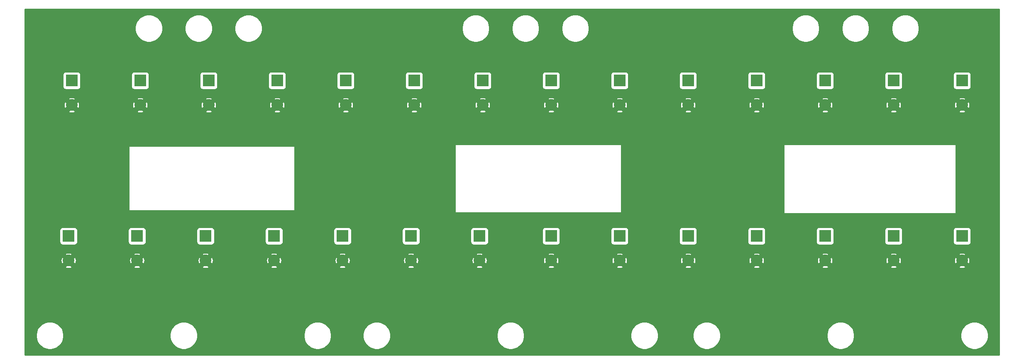
<source format=gbl>
G04 #@! TF.GenerationSoftware,KiCad,Pcbnew,(5.1.6)-1*
G04 #@! TF.CreationDate,2021-04-16T16:15:35+02:00*
G04 #@! TF.ProjectId,dc_link,64635f6c-696e-46b2-9e6b-696361645f70,rev?*
G04 #@! TF.SameCoordinates,Original*
G04 #@! TF.FileFunction,Copper,L2,Bot*
G04 #@! TF.FilePolarity,Positive*
%FSLAX46Y46*%
G04 Gerber Fmt 4.6, Leading zero omitted, Abs format (unit mm)*
G04 Created by KiCad (PCBNEW (5.1.6)-1) date 2021-04-16 16:15:35*
%MOMM*%
%LPD*%
G01*
G04 APERTURE LIST*
G04 #@! TA.AperFunction,ComponentPad*
%ADD10C,2.400000*%
G04 #@! TD*
G04 #@! TA.AperFunction,ComponentPad*
%ADD11R,2.400000X2.400000*%
G04 #@! TD*
G04 #@! TA.AperFunction,ViaPad*
%ADD12C,0.800000*%
G04 #@! TD*
G04 #@! TA.AperFunction,Conductor*
%ADD13C,0.254000*%
G04 #@! TD*
G04 APERTURE END LIST*
D10*
X62865000Y-103425000D03*
D11*
X62865000Y-98425000D03*
D10*
X48895000Y-103425000D03*
D11*
X48895000Y-98425000D03*
D10*
X132715000Y-103425000D03*
D11*
X132715000Y-98425000D03*
D10*
X203200000Y-103425000D03*
D11*
X203200000Y-98425000D03*
D10*
X118745000Y-103425000D03*
D11*
X118745000Y-98425000D03*
X133350000Y-66675000D03*
D10*
X133350000Y-71675000D03*
X104775000Y-103425000D03*
D11*
X104775000Y-98425000D03*
X63500000Y-66675000D03*
D10*
X63500000Y-71675000D03*
X231140000Y-103425000D03*
D11*
X231140000Y-98425000D03*
X49530000Y-66675000D03*
D10*
X49530000Y-71675000D03*
D11*
X161290000Y-66675000D03*
D10*
X161290000Y-71675000D03*
X217170000Y-103425000D03*
D11*
X217170000Y-98425000D03*
X77470000Y-66675000D03*
D10*
X77470000Y-71675000D03*
X147320000Y-103425000D03*
D11*
X147320000Y-98425000D03*
X91440000Y-66675000D03*
D10*
X91440000Y-71675000D03*
D11*
X175260000Y-66675000D03*
D10*
X175260000Y-71675000D03*
D11*
X119380000Y-66675000D03*
D10*
X119380000Y-71675000D03*
X90805000Y-103425000D03*
D11*
X90805000Y-98425000D03*
X105410000Y-66675000D03*
D10*
X105410000Y-71675000D03*
D11*
X189230000Y-66675000D03*
D10*
X189230000Y-71675000D03*
X161290000Y-103425000D03*
D11*
X161290000Y-98425000D03*
X147320000Y-66675000D03*
D10*
X147320000Y-71675000D03*
X76835000Y-103425000D03*
D11*
X76835000Y-98425000D03*
X203200000Y-66675000D03*
D10*
X203200000Y-71675000D03*
X175260000Y-103425000D03*
D11*
X175260000Y-98425000D03*
D10*
X189230000Y-103425000D03*
D11*
X189230000Y-98425000D03*
X217170000Y-66675000D03*
D10*
X217170000Y-71675000D03*
D11*
X231140000Y-66675000D03*
D10*
X231140000Y-71675000D03*
D12*
X236220000Y-113030000D03*
X231140000Y-113030000D03*
X226060000Y-113030000D03*
X228600000Y-118745000D03*
X228600000Y-114935000D03*
X226060000Y-116840000D03*
X223520000Y-118745000D03*
X226060000Y-121285000D03*
X218440000Y-114935000D03*
X215900000Y-113030000D03*
X218440000Y-118745000D03*
X220980000Y-116840000D03*
X220980000Y-121285000D03*
X215900000Y-116840000D03*
X215900000Y-121285000D03*
X220980000Y-113030000D03*
X213360000Y-114935000D03*
X223520000Y-114935000D03*
X210820000Y-121285000D03*
X213360000Y-118745000D03*
X210820000Y-113030000D03*
X210820000Y-116840000D03*
X203200000Y-114935000D03*
X200660000Y-116840000D03*
X205740000Y-113030000D03*
X200660000Y-121285000D03*
X200660000Y-113030000D03*
X195580000Y-113030000D03*
X198120000Y-114935000D03*
X195580000Y-121285000D03*
X195580000Y-116840000D03*
X193040000Y-114935000D03*
X190500000Y-113030000D03*
X190500000Y-121285000D03*
X185420000Y-113030000D03*
X185420000Y-121285000D03*
X185420000Y-116840000D03*
X187960000Y-118745000D03*
X187960000Y-114935000D03*
X180340000Y-113030000D03*
X182880000Y-114935000D03*
X172720000Y-114935000D03*
X170180000Y-113030000D03*
X172720000Y-118745000D03*
X175260000Y-113030000D03*
X165735000Y-113030000D03*
X163195000Y-114935000D03*
X153035000Y-114935000D03*
X155575000Y-116840000D03*
X145415000Y-116840000D03*
X147955000Y-114935000D03*
X147955000Y-118745000D03*
X160655000Y-121285000D03*
X160655000Y-116840000D03*
X150495000Y-113030000D03*
X150495000Y-121285000D03*
X160655000Y-113030000D03*
X145415000Y-113030000D03*
X145415000Y-121285000D03*
X142875000Y-114935000D03*
X155575000Y-121285000D03*
X158115000Y-114935000D03*
X155575000Y-113030000D03*
X134620000Y-116840000D03*
X116840000Y-114935000D03*
X134620000Y-113030000D03*
X119380000Y-116840000D03*
X121920000Y-118745000D03*
X134620000Y-121285000D03*
X129540000Y-116840000D03*
X129540000Y-121285000D03*
X116840000Y-118745000D03*
X124460000Y-121285000D03*
X132080000Y-114935000D03*
X119380000Y-121285000D03*
X129540000Y-113030000D03*
X127000000Y-114935000D03*
X124460000Y-113030000D03*
X121920000Y-114935000D03*
X119380000Y-113030000D03*
X78105000Y-116840000D03*
X80645000Y-114935000D03*
X80645000Y-118745000D03*
X90805000Y-114935000D03*
X83185000Y-121285000D03*
X93345000Y-116840000D03*
X83185000Y-113030000D03*
X93345000Y-121285000D03*
X88265000Y-113030000D03*
X85725000Y-114935000D03*
X78105000Y-113030000D03*
X78105000Y-121285000D03*
X88265000Y-116840000D03*
X88265000Y-121285000D03*
X93345000Y-113030000D03*
X65405000Y-114935000D03*
X55245000Y-114935000D03*
X57785000Y-113030000D03*
X67945000Y-113030000D03*
X52705000Y-113030000D03*
X62865000Y-113030000D03*
X62865000Y-116840000D03*
X60325000Y-114935000D03*
X50165000Y-118745000D03*
X50165000Y-114935000D03*
X55245000Y-118745000D03*
X62865000Y-121285000D03*
X52705000Y-116840000D03*
X67945000Y-121285000D03*
X67945000Y-116840000D03*
X52705000Y-121285000D03*
X57785000Y-121285000D03*
X139700000Y-113030000D03*
X113665000Y-113030000D03*
X108585000Y-113030000D03*
X102870000Y-113030000D03*
X97790000Y-113030000D03*
X105410000Y-114935000D03*
X95250000Y-114935000D03*
X105410000Y-118745000D03*
X73025000Y-113030000D03*
X46990000Y-113030000D03*
X41910000Y-113030000D03*
X127000000Y-118745000D03*
X198120000Y-118745000D03*
X193040000Y-118745000D03*
X190500000Y-116840000D03*
X158115000Y-118745000D03*
X153035000Y-118745000D03*
X150495000Y-116840000D03*
X132080000Y-118745000D03*
X124460000Y-116840000D03*
X90805000Y-118745000D03*
X85725000Y-118745000D03*
X83185000Y-116840000D03*
X65405000Y-118745000D03*
X60325000Y-118745000D03*
X57785000Y-116840000D03*
D13*
G36*
X238743001Y-122665000D02*
G01*
X40022000Y-122665000D01*
X40022000Y-118466565D01*
X42258000Y-118466565D01*
X42258000Y-119023435D01*
X42366640Y-119569606D01*
X42579745Y-120084087D01*
X42889125Y-120547108D01*
X43282892Y-120940875D01*
X43745913Y-121250255D01*
X44260394Y-121463360D01*
X44806565Y-121572000D01*
X45363435Y-121572000D01*
X45909606Y-121463360D01*
X46424087Y-121250255D01*
X46887108Y-120940875D01*
X47280875Y-120547108D01*
X47590255Y-120084087D01*
X47803360Y-119569606D01*
X47912000Y-119023435D01*
X47912000Y-118466565D01*
X69563000Y-118466565D01*
X69563000Y-119023435D01*
X69671640Y-119569606D01*
X69884745Y-120084087D01*
X70194125Y-120547108D01*
X70587892Y-120940875D01*
X71050913Y-121250255D01*
X71565394Y-121463360D01*
X72111565Y-121572000D01*
X72668435Y-121572000D01*
X73214606Y-121463360D01*
X73729087Y-121250255D01*
X74192108Y-120940875D01*
X74585875Y-120547108D01*
X74895255Y-120084087D01*
X75108360Y-119569606D01*
X75217000Y-119023435D01*
X75217000Y-118466565D01*
X96868000Y-118466565D01*
X96868000Y-119023435D01*
X96976640Y-119569606D01*
X97189745Y-120084087D01*
X97499125Y-120547108D01*
X97892892Y-120940875D01*
X98355913Y-121250255D01*
X98870394Y-121463360D01*
X99416565Y-121572000D01*
X99973435Y-121572000D01*
X100519606Y-121463360D01*
X101034087Y-121250255D01*
X101497108Y-120940875D01*
X101890875Y-120547108D01*
X102200255Y-120084087D01*
X102413360Y-119569606D01*
X102522000Y-119023435D01*
X102522000Y-118466565D01*
X108933000Y-118466565D01*
X108933000Y-119023435D01*
X109041640Y-119569606D01*
X109254745Y-120084087D01*
X109564125Y-120547108D01*
X109957892Y-120940875D01*
X110420913Y-121250255D01*
X110935394Y-121463360D01*
X111481565Y-121572000D01*
X112038435Y-121572000D01*
X112584606Y-121463360D01*
X113099087Y-121250255D01*
X113562108Y-120940875D01*
X113955875Y-120547108D01*
X114265255Y-120084087D01*
X114478360Y-119569606D01*
X114587000Y-119023435D01*
X114587000Y-118466565D01*
X136238000Y-118466565D01*
X136238000Y-119023435D01*
X136346640Y-119569606D01*
X136559745Y-120084087D01*
X136869125Y-120547108D01*
X137262892Y-120940875D01*
X137725913Y-121250255D01*
X138240394Y-121463360D01*
X138786565Y-121572000D01*
X139343435Y-121572000D01*
X139889606Y-121463360D01*
X140404087Y-121250255D01*
X140867108Y-120940875D01*
X141260875Y-120547108D01*
X141570255Y-120084087D01*
X141783360Y-119569606D01*
X141892000Y-119023435D01*
X141892000Y-118466565D01*
X163543000Y-118466565D01*
X163543000Y-119023435D01*
X163651640Y-119569606D01*
X163864745Y-120084087D01*
X164174125Y-120547108D01*
X164567892Y-120940875D01*
X165030913Y-121250255D01*
X165545394Y-121463360D01*
X166091565Y-121572000D01*
X166648435Y-121572000D01*
X167194606Y-121463360D01*
X167709087Y-121250255D01*
X168172108Y-120940875D01*
X168565875Y-120547108D01*
X168875255Y-120084087D01*
X169088360Y-119569606D01*
X169197000Y-119023435D01*
X169197000Y-118466565D01*
X176243000Y-118466565D01*
X176243000Y-119023435D01*
X176351640Y-119569606D01*
X176564745Y-120084087D01*
X176874125Y-120547108D01*
X177267892Y-120940875D01*
X177730913Y-121250255D01*
X178245394Y-121463360D01*
X178791565Y-121572000D01*
X179348435Y-121572000D01*
X179894606Y-121463360D01*
X180409087Y-121250255D01*
X180872108Y-120940875D01*
X181265875Y-120547108D01*
X181575255Y-120084087D01*
X181788360Y-119569606D01*
X181897000Y-119023435D01*
X181897000Y-118466565D01*
X203548000Y-118466565D01*
X203548000Y-119023435D01*
X203656640Y-119569606D01*
X203869745Y-120084087D01*
X204179125Y-120547108D01*
X204572892Y-120940875D01*
X205035913Y-121250255D01*
X205550394Y-121463360D01*
X206096565Y-121572000D01*
X206653435Y-121572000D01*
X207199606Y-121463360D01*
X207714087Y-121250255D01*
X208177108Y-120940875D01*
X208570875Y-120547108D01*
X208880255Y-120084087D01*
X209093360Y-119569606D01*
X209202000Y-119023435D01*
X209202000Y-118466565D01*
X230853000Y-118466565D01*
X230853000Y-119023435D01*
X230961640Y-119569606D01*
X231174745Y-120084087D01*
X231484125Y-120547108D01*
X231877892Y-120940875D01*
X232340913Y-121250255D01*
X232855394Y-121463360D01*
X233401565Y-121572000D01*
X233958435Y-121572000D01*
X234504606Y-121463360D01*
X235019087Y-121250255D01*
X235482108Y-120940875D01*
X235875875Y-120547108D01*
X236185255Y-120084087D01*
X236398360Y-119569606D01*
X236507000Y-119023435D01*
X236507000Y-118466565D01*
X236398360Y-117920394D01*
X236185255Y-117405913D01*
X235875875Y-116942892D01*
X235482108Y-116549125D01*
X235019087Y-116239745D01*
X234504606Y-116026640D01*
X233958435Y-115918000D01*
X233401565Y-115918000D01*
X232855394Y-116026640D01*
X232340913Y-116239745D01*
X231877892Y-116549125D01*
X231484125Y-116942892D01*
X231174745Y-117405913D01*
X230961640Y-117920394D01*
X230853000Y-118466565D01*
X209202000Y-118466565D01*
X209093360Y-117920394D01*
X208880255Y-117405913D01*
X208570875Y-116942892D01*
X208177108Y-116549125D01*
X207714087Y-116239745D01*
X207199606Y-116026640D01*
X206653435Y-115918000D01*
X206096565Y-115918000D01*
X205550394Y-116026640D01*
X205035913Y-116239745D01*
X204572892Y-116549125D01*
X204179125Y-116942892D01*
X203869745Y-117405913D01*
X203656640Y-117920394D01*
X203548000Y-118466565D01*
X181897000Y-118466565D01*
X181788360Y-117920394D01*
X181575255Y-117405913D01*
X181265875Y-116942892D01*
X180872108Y-116549125D01*
X180409087Y-116239745D01*
X179894606Y-116026640D01*
X179348435Y-115918000D01*
X178791565Y-115918000D01*
X178245394Y-116026640D01*
X177730913Y-116239745D01*
X177267892Y-116549125D01*
X176874125Y-116942892D01*
X176564745Y-117405913D01*
X176351640Y-117920394D01*
X176243000Y-118466565D01*
X169197000Y-118466565D01*
X169088360Y-117920394D01*
X168875255Y-117405913D01*
X168565875Y-116942892D01*
X168172108Y-116549125D01*
X167709087Y-116239745D01*
X167194606Y-116026640D01*
X166648435Y-115918000D01*
X166091565Y-115918000D01*
X165545394Y-116026640D01*
X165030913Y-116239745D01*
X164567892Y-116549125D01*
X164174125Y-116942892D01*
X163864745Y-117405913D01*
X163651640Y-117920394D01*
X163543000Y-118466565D01*
X141892000Y-118466565D01*
X141783360Y-117920394D01*
X141570255Y-117405913D01*
X141260875Y-116942892D01*
X140867108Y-116549125D01*
X140404087Y-116239745D01*
X139889606Y-116026640D01*
X139343435Y-115918000D01*
X138786565Y-115918000D01*
X138240394Y-116026640D01*
X137725913Y-116239745D01*
X137262892Y-116549125D01*
X136869125Y-116942892D01*
X136559745Y-117405913D01*
X136346640Y-117920394D01*
X136238000Y-118466565D01*
X114587000Y-118466565D01*
X114478360Y-117920394D01*
X114265255Y-117405913D01*
X113955875Y-116942892D01*
X113562108Y-116549125D01*
X113099087Y-116239745D01*
X112584606Y-116026640D01*
X112038435Y-115918000D01*
X111481565Y-115918000D01*
X110935394Y-116026640D01*
X110420913Y-116239745D01*
X109957892Y-116549125D01*
X109564125Y-116942892D01*
X109254745Y-117405913D01*
X109041640Y-117920394D01*
X108933000Y-118466565D01*
X102522000Y-118466565D01*
X102413360Y-117920394D01*
X102200255Y-117405913D01*
X101890875Y-116942892D01*
X101497108Y-116549125D01*
X101034087Y-116239745D01*
X100519606Y-116026640D01*
X99973435Y-115918000D01*
X99416565Y-115918000D01*
X98870394Y-116026640D01*
X98355913Y-116239745D01*
X97892892Y-116549125D01*
X97499125Y-116942892D01*
X97189745Y-117405913D01*
X96976640Y-117920394D01*
X96868000Y-118466565D01*
X75217000Y-118466565D01*
X75108360Y-117920394D01*
X74895255Y-117405913D01*
X74585875Y-116942892D01*
X74192108Y-116549125D01*
X73729087Y-116239745D01*
X73214606Y-116026640D01*
X72668435Y-115918000D01*
X72111565Y-115918000D01*
X71565394Y-116026640D01*
X71050913Y-116239745D01*
X70587892Y-116549125D01*
X70194125Y-116942892D01*
X69884745Y-117405913D01*
X69671640Y-117920394D01*
X69563000Y-118466565D01*
X47912000Y-118466565D01*
X47803360Y-117920394D01*
X47590255Y-117405913D01*
X47280875Y-116942892D01*
X46887108Y-116549125D01*
X46424087Y-116239745D01*
X45909606Y-116026640D01*
X45363435Y-115918000D01*
X44806565Y-115918000D01*
X44260394Y-116026640D01*
X43745913Y-116239745D01*
X43282892Y-116549125D01*
X42889125Y-116942892D01*
X42579745Y-117405913D01*
X42366640Y-117920394D01*
X42258000Y-118466565D01*
X40022000Y-118466565D01*
X40022000Y-104711276D01*
X48136226Y-104711276D01*
X48289081Y-104893561D01*
X48587225Y-104983552D01*
X48897198Y-105013648D01*
X49207086Y-104982694D01*
X49500919Y-104893561D01*
X49653774Y-104711276D01*
X62106226Y-104711276D01*
X62259081Y-104893561D01*
X62557225Y-104983552D01*
X62867198Y-105013648D01*
X63177086Y-104982694D01*
X63470919Y-104893561D01*
X63623774Y-104711276D01*
X76076226Y-104711276D01*
X76229081Y-104893561D01*
X76527225Y-104983552D01*
X76837198Y-105013648D01*
X77147086Y-104982694D01*
X77440919Y-104893561D01*
X77593774Y-104711276D01*
X90046226Y-104711276D01*
X90199081Y-104893561D01*
X90497225Y-104983552D01*
X90807198Y-105013648D01*
X91117086Y-104982694D01*
X91410919Y-104893561D01*
X91563774Y-104711276D01*
X104016226Y-104711276D01*
X104169081Y-104893561D01*
X104467225Y-104983552D01*
X104777198Y-105013648D01*
X105087086Y-104982694D01*
X105380919Y-104893561D01*
X105533774Y-104711276D01*
X117986226Y-104711276D01*
X118139081Y-104893561D01*
X118437225Y-104983552D01*
X118747198Y-105013648D01*
X119057086Y-104982694D01*
X119350919Y-104893561D01*
X119503774Y-104711276D01*
X131956226Y-104711276D01*
X132109081Y-104893561D01*
X132407225Y-104983552D01*
X132717198Y-105013648D01*
X133027086Y-104982694D01*
X133320919Y-104893561D01*
X133473774Y-104711276D01*
X146561226Y-104711276D01*
X146714081Y-104893561D01*
X147012225Y-104983552D01*
X147322198Y-105013648D01*
X147632086Y-104982694D01*
X147925919Y-104893561D01*
X148078774Y-104711276D01*
X160531226Y-104711276D01*
X160684081Y-104893561D01*
X160982225Y-104983552D01*
X161292198Y-105013648D01*
X161602086Y-104982694D01*
X161895919Y-104893561D01*
X162048774Y-104711276D01*
X174501226Y-104711276D01*
X174654081Y-104893561D01*
X174952225Y-104983552D01*
X175262198Y-105013648D01*
X175572086Y-104982694D01*
X175865919Y-104893561D01*
X176018774Y-104711276D01*
X188471226Y-104711276D01*
X188624081Y-104893561D01*
X188922225Y-104983552D01*
X189232198Y-105013648D01*
X189542086Y-104982694D01*
X189835919Y-104893561D01*
X189988774Y-104711276D01*
X202441226Y-104711276D01*
X202594081Y-104893561D01*
X202892225Y-104983552D01*
X203202198Y-105013648D01*
X203512086Y-104982694D01*
X203805919Y-104893561D01*
X203958774Y-104711276D01*
X216411226Y-104711276D01*
X216564081Y-104893561D01*
X216862225Y-104983552D01*
X217172198Y-105013648D01*
X217482086Y-104982694D01*
X217775919Y-104893561D01*
X217928774Y-104711276D01*
X230381226Y-104711276D01*
X230534081Y-104893561D01*
X230832225Y-104983552D01*
X231142198Y-105013648D01*
X231452086Y-104982694D01*
X231745919Y-104893561D01*
X231898774Y-104711276D01*
X231140000Y-103952502D01*
X230381226Y-104711276D01*
X217928774Y-104711276D01*
X217170000Y-103952502D01*
X216411226Y-104711276D01*
X203958774Y-104711276D01*
X203200000Y-103952502D01*
X202441226Y-104711276D01*
X189988774Y-104711276D01*
X189230000Y-103952502D01*
X188471226Y-104711276D01*
X176018774Y-104711276D01*
X175260000Y-103952502D01*
X174501226Y-104711276D01*
X162048774Y-104711276D01*
X161290000Y-103952502D01*
X160531226Y-104711276D01*
X148078774Y-104711276D01*
X147320000Y-103952502D01*
X146561226Y-104711276D01*
X133473774Y-104711276D01*
X132715000Y-103952502D01*
X131956226Y-104711276D01*
X119503774Y-104711276D01*
X118745000Y-103952502D01*
X117986226Y-104711276D01*
X105533774Y-104711276D01*
X104775000Y-103952502D01*
X104016226Y-104711276D01*
X91563774Y-104711276D01*
X90805000Y-103952502D01*
X90046226Y-104711276D01*
X77593774Y-104711276D01*
X76835000Y-103952502D01*
X76076226Y-104711276D01*
X63623774Y-104711276D01*
X62865000Y-103952502D01*
X62106226Y-104711276D01*
X49653774Y-104711276D01*
X48895000Y-103952502D01*
X48136226Y-104711276D01*
X40022000Y-104711276D01*
X40022000Y-103427198D01*
X47306352Y-103427198D01*
X47337306Y-103737086D01*
X47426439Y-104030919D01*
X47608724Y-104183774D01*
X48367498Y-103425000D01*
X49422502Y-103425000D01*
X50181276Y-104183774D01*
X50363561Y-104030919D01*
X50453552Y-103732775D01*
X50483221Y-103427198D01*
X61276352Y-103427198D01*
X61307306Y-103737086D01*
X61396439Y-104030919D01*
X61578724Y-104183774D01*
X62337498Y-103425000D01*
X63392502Y-103425000D01*
X64151276Y-104183774D01*
X64333561Y-104030919D01*
X64423552Y-103732775D01*
X64453221Y-103427198D01*
X75246352Y-103427198D01*
X75277306Y-103737086D01*
X75366439Y-104030919D01*
X75548724Y-104183774D01*
X76307498Y-103425000D01*
X77362502Y-103425000D01*
X78121276Y-104183774D01*
X78303561Y-104030919D01*
X78393552Y-103732775D01*
X78423221Y-103427198D01*
X89216352Y-103427198D01*
X89247306Y-103737086D01*
X89336439Y-104030919D01*
X89518724Y-104183774D01*
X90277498Y-103425000D01*
X91332502Y-103425000D01*
X92091276Y-104183774D01*
X92273561Y-104030919D01*
X92363552Y-103732775D01*
X92393221Y-103427198D01*
X103186352Y-103427198D01*
X103217306Y-103737086D01*
X103306439Y-104030919D01*
X103488724Y-104183774D01*
X104247498Y-103425000D01*
X105302502Y-103425000D01*
X106061276Y-104183774D01*
X106243561Y-104030919D01*
X106333552Y-103732775D01*
X106363221Y-103427198D01*
X117156352Y-103427198D01*
X117187306Y-103737086D01*
X117276439Y-104030919D01*
X117458724Y-104183774D01*
X118217498Y-103425000D01*
X119272502Y-103425000D01*
X120031276Y-104183774D01*
X120213561Y-104030919D01*
X120303552Y-103732775D01*
X120333221Y-103427198D01*
X131126352Y-103427198D01*
X131157306Y-103737086D01*
X131246439Y-104030919D01*
X131428724Y-104183774D01*
X132187498Y-103425000D01*
X133242502Y-103425000D01*
X134001276Y-104183774D01*
X134183561Y-104030919D01*
X134273552Y-103732775D01*
X134303221Y-103427198D01*
X145731352Y-103427198D01*
X145762306Y-103737086D01*
X145851439Y-104030919D01*
X146033724Y-104183774D01*
X146792498Y-103425000D01*
X147847502Y-103425000D01*
X148606276Y-104183774D01*
X148788561Y-104030919D01*
X148878552Y-103732775D01*
X148908221Y-103427198D01*
X159701352Y-103427198D01*
X159732306Y-103737086D01*
X159821439Y-104030919D01*
X160003724Y-104183774D01*
X160762498Y-103425000D01*
X161817502Y-103425000D01*
X162576276Y-104183774D01*
X162758561Y-104030919D01*
X162848552Y-103732775D01*
X162878221Y-103427198D01*
X173671352Y-103427198D01*
X173702306Y-103737086D01*
X173791439Y-104030919D01*
X173973724Y-104183774D01*
X174732498Y-103425000D01*
X175787502Y-103425000D01*
X176546276Y-104183774D01*
X176728561Y-104030919D01*
X176818552Y-103732775D01*
X176848221Y-103427198D01*
X187641352Y-103427198D01*
X187672306Y-103737086D01*
X187761439Y-104030919D01*
X187943724Y-104183774D01*
X188702498Y-103425000D01*
X189757502Y-103425000D01*
X190516276Y-104183774D01*
X190698561Y-104030919D01*
X190788552Y-103732775D01*
X190818221Y-103427198D01*
X201611352Y-103427198D01*
X201642306Y-103737086D01*
X201731439Y-104030919D01*
X201913724Y-104183774D01*
X202672498Y-103425000D01*
X203727502Y-103425000D01*
X204486276Y-104183774D01*
X204668561Y-104030919D01*
X204758552Y-103732775D01*
X204788221Y-103427198D01*
X215581352Y-103427198D01*
X215612306Y-103737086D01*
X215701439Y-104030919D01*
X215883724Y-104183774D01*
X216642498Y-103425000D01*
X217697502Y-103425000D01*
X218456276Y-104183774D01*
X218638561Y-104030919D01*
X218728552Y-103732775D01*
X218758221Y-103427198D01*
X229551352Y-103427198D01*
X229582306Y-103737086D01*
X229671439Y-104030919D01*
X229853724Y-104183774D01*
X230612498Y-103425000D01*
X231667502Y-103425000D01*
X232426276Y-104183774D01*
X232608561Y-104030919D01*
X232698552Y-103732775D01*
X232728648Y-103422802D01*
X232697694Y-103112914D01*
X232608561Y-102819081D01*
X232426276Y-102666226D01*
X231667502Y-103425000D01*
X230612498Y-103425000D01*
X229853724Y-102666226D01*
X229671439Y-102819081D01*
X229581448Y-103117225D01*
X229551352Y-103427198D01*
X218758221Y-103427198D01*
X218758648Y-103422802D01*
X218727694Y-103112914D01*
X218638561Y-102819081D01*
X218456276Y-102666226D01*
X217697502Y-103425000D01*
X216642498Y-103425000D01*
X215883724Y-102666226D01*
X215701439Y-102819081D01*
X215611448Y-103117225D01*
X215581352Y-103427198D01*
X204788221Y-103427198D01*
X204788648Y-103422802D01*
X204757694Y-103112914D01*
X204668561Y-102819081D01*
X204486276Y-102666226D01*
X203727502Y-103425000D01*
X202672498Y-103425000D01*
X201913724Y-102666226D01*
X201731439Y-102819081D01*
X201641448Y-103117225D01*
X201611352Y-103427198D01*
X190818221Y-103427198D01*
X190818648Y-103422802D01*
X190787694Y-103112914D01*
X190698561Y-102819081D01*
X190516276Y-102666226D01*
X189757502Y-103425000D01*
X188702498Y-103425000D01*
X187943724Y-102666226D01*
X187761439Y-102819081D01*
X187671448Y-103117225D01*
X187641352Y-103427198D01*
X176848221Y-103427198D01*
X176848648Y-103422802D01*
X176817694Y-103112914D01*
X176728561Y-102819081D01*
X176546276Y-102666226D01*
X175787502Y-103425000D01*
X174732498Y-103425000D01*
X173973724Y-102666226D01*
X173791439Y-102819081D01*
X173701448Y-103117225D01*
X173671352Y-103427198D01*
X162878221Y-103427198D01*
X162878648Y-103422802D01*
X162847694Y-103112914D01*
X162758561Y-102819081D01*
X162576276Y-102666226D01*
X161817502Y-103425000D01*
X160762498Y-103425000D01*
X160003724Y-102666226D01*
X159821439Y-102819081D01*
X159731448Y-103117225D01*
X159701352Y-103427198D01*
X148908221Y-103427198D01*
X148908648Y-103422802D01*
X148877694Y-103112914D01*
X148788561Y-102819081D01*
X148606276Y-102666226D01*
X147847502Y-103425000D01*
X146792498Y-103425000D01*
X146033724Y-102666226D01*
X145851439Y-102819081D01*
X145761448Y-103117225D01*
X145731352Y-103427198D01*
X134303221Y-103427198D01*
X134303648Y-103422802D01*
X134272694Y-103112914D01*
X134183561Y-102819081D01*
X134001276Y-102666226D01*
X133242502Y-103425000D01*
X132187498Y-103425000D01*
X131428724Y-102666226D01*
X131246439Y-102819081D01*
X131156448Y-103117225D01*
X131126352Y-103427198D01*
X120333221Y-103427198D01*
X120333648Y-103422802D01*
X120302694Y-103112914D01*
X120213561Y-102819081D01*
X120031276Y-102666226D01*
X119272502Y-103425000D01*
X118217498Y-103425000D01*
X117458724Y-102666226D01*
X117276439Y-102819081D01*
X117186448Y-103117225D01*
X117156352Y-103427198D01*
X106363221Y-103427198D01*
X106363648Y-103422802D01*
X106332694Y-103112914D01*
X106243561Y-102819081D01*
X106061276Y-102666226D01*
X105302502Y-103425000D01*
X104247498Y-103425000D01*
X103488724Y-102666226D01*
X103306439Y-102819081D01*
X103216448Y-103117225D01*
X103186352Y-103427198D01*
X92393221Y-103427198D01*
X92393648Y-103422802D01*
X92362694Y-103112914D01*
X92273561Y-102819081D01*
X92091276Y-102666226D01*
X91332502Y-103425000D01*
X90277498Y-103425000D01*
X89518724Y-102666226D01*
X89336439Y-102819081D01*
X89246448Y-103117225D01*
X89216352Y-103427198D01*
X78423221Y-103427198D01*
X78423648Y-103422802D01*
X78392694Y-103112914D01*
X78303561Y-102819081D01*
X78121276Y-102666226D01*
X77362502Y-103425000D01*
X76307498Y-103425000D01*
X75548724Y-102666226D01*
X75366439Y-102819081D01*
X75276448Y-103117225D01*
X75246352Y-103427198D01*
X64453221Y-103427198D01*
X64453648Y-103422802D01*
X64422694Y-103112914D01*
X64333561Y-102819081D01*
X64151276Y-102666226D01*
X63392502Y-103425000D01*
X62337498Y-103425000D01*
X61578724Y-102666226D01*
X61396439Y-102819081D01*
X61306448Y-103117225D01*
X61276352Y-103427198D01*
X50483221Y-103427198D01*
X50483648Y-103422802D01*
X50452694Y-103112914D01*
X50363561Y-102819081D01*
X50181276Y-102666226D01*
X49422502Y-103425000D01*
X48367498Y-103425000D01*
X47608724Y-102666226D01*
X47426439Y-102819081D01*
X47336448Y-103117225D01*
X47306352Y-103427198D01*
X40022000Y-103427198D01*
X40022000Y-102138724D01*
X48136226Y-102138724D01*
X48895000Y-102897498D01*
X49653774Y-102138724D01*
X62106226Y-102138724D01*
X62865000Y-102897498D01*
X63623774Y-102138724D01*
X76076226Y-102138724D01*
X76835000Y-102897498D01*
X77593774Y-102138724D01*
X90046226Y-102138724D01*
X90805000Y-102897498D01*
X91563774Y-102138724D01*
X104016226Y-102138724D01*
X104775000Y-102897498D01*
X105533774Y-102138724D01*
X117986226Y-102138724D01*
X118745000Y-102897498D01*
X119503774Y-102138724D01*
X131956226Y-102138724D01*
X132715000Y-102897498D01*
X133473774Y-102138724D01*
X146561226Y-102138724D01*
X147320000Y-102897498D01*
X148078774Y-102138724D01*
X160531226Y-102138724D01*
X161290000Y-102897498D01*
X162048774Y-102138724D01*
X174501226Y-102138724D01*
X175260000Y-102897498D01*
X176018774Y-102138724D01*
X188471226Y-102138724D01*
X189230000Y-102897498D01*
X189988774Y-102138724D01*
X202441226Y-102138724D01*
X203200000Y-102897498D01*
X203958774Y-102138724D01*
X216411226Y-102138724D01*
X217170000Y-102897498D01*
X217928774Y-102138724D01*
X230381226Y-102138724D01*
X231140000Y-102897498D01*
X231898774Y-102138724D01*
X231745919Y-101956439D01*
X231447775Y-101866448D01*
X231137802Y-101836352D01*
X230827914Y-101867306D01*
X230534081Y-101956439D01*
X230381226Y-102138724D01*
X217928774Y-102138724D01*
X217775919Y-101956439D01*
X217477775Y-101866448D01*
X217167802Y-101836352D01*
X216857914Y-101867306D01*
X216564081Y-101956439D01*
X216411226Y-102138724D01*
X203958774Y-102138724D01*
X203805919Y-101956439D01*
X203507775Y-101866448D01*
X203197802Y-101836352D01*
X202887914Y-101867306D01*
X202594081Y-101956439D01*
X202441226Y-102138724D01*
X189988774Y-102138724D01*
X189835919Y-101956439D01*
X189537775Y-101866448D01*
X189227802Y-101836352D01*
X188917914Y-101867306D01*
X188624081Y-101956439D01*
X188471226Y-102138724D01*
X176018774Y-102138724D01*
X175865919Y-101956439D01*
X175567775Y-101866448D01*
X175257802Y-101836352D01*
X174947914Y-101867306D01*
X174654081Y-101956439D01*
X174501226Y-102138724D01*
X162048774Y-102138724D01*
X161895919Y-101956439D01*
X161597775Y-101866448D01*
X161287802Y-101836352D01*
X160977914Y-101867306D01*
X160684081Y-101956439D01*
X160531226Y-102138724D01*
X148078774Y-102138724D01*
X147925919Y-101956439D01*
X147627775Y-101866448D01*
X147317802Y-101836352D01*
X147007914Y-101867306D01*
X146714081Y-101956439D01*
X146561226Y-102138724D01*
X133473774Y-102138724D01*
X133320919Y-101956439D01*
X133022775Y-101866448D01*
X132712802Y-101836352D01*
X132402914Y-101867306D01*
X132109081Y-101956439D01*
X131956226Y-102138724D01*
X119503774Y-102138724D01*
X119350919Y-101956439D01*
X119052775Y-101866448D01*
X118742802Y-101836352D01*
X118432914Y-101867306D01*
X118139081Y-101956439D01*
X117986226Y-102138724D01*
X105533774Y-102138724D01*
X105380919Y-101956439D01*
X105082775Y-101866448D01*
X104772802Y-101836352D01*
X104462914Y-101867306D01*
X104169081Y-101956439D01*
X104016226Y-102138724D01*
X91563774Y-102138724D01*
X91410919Y-101956439D01*
X91112775Y-101866448D01*
X90802802Y-101836352D01*
X90492914Y-101867306D01*
X90199081Y-101956439D01*
X90046226Y-102138724D01*
X77593774Y-102138724D01*
X77440919Y-101956439D01*
X77142775Y-101866448D01*
X76832802Y-101836352D01*
X76522914Y-101867306D01*
X76229081Y-101956439D01*
X76076226Y-102138724D01*
X63623774Y-102138724D01*
X63470919Y-101956439D01*
X63172775Y-101866448D01*
X62862802Y-101836352D01*
X62552914Y-101867306D01*
X62259081Y-101956439D01*
X62106226Y-102138724D01*
X49653774Y-102138724D01*
X49500919Y-101956439D01*
X49202775Y-101866448D01*
X48892802Y-101836352D01*
X48582914Y-101867306D01*
X48289081Y-101956439D01*
X48136226Y-102138724D01*
X40022000Y-102138724D01*
X40022000Y-97225000D01*
X47064967Y-97225000D01*
X47064967Y-99625000D01*
X47077073Y-99747913D01*
X47112925Y-99866103D01*
X47171147Y-99975028D01*
X47249499Y-100070501D01*
X47344972Y-100148853D01*
X47453897Y-100207075D01*
X47572087Y-100242927D01*
X47695000Y-100255033D01*
X50095000Y-100255033D01*
X50217913Y-100242927D01*
X50336103Y-100207075D01*
X50445028Y-100148853D01*
X50540501Y-100070501D01*
X50618853Y-99975028D01*
X50677075Y-99866103D01*
X50712927Y-99747913D01*
X50725033Y-99625000D01*
X50725033Y-97225000D01*
X61034967Y-97225000D01*
X61034967Y-99625000D01*
X61047073Y-99747913D01*
X61082925Y-99866103D01*
X61141147Y-99975028D01*
X61219499Y-100070501D01*
X61314972Y-100148853D01*
X61423897Y-100207075D01*
X61542087Y-100242927D01*
X61665000Y-100255033D01*
X64065000Y-100255033D01*
X64187913Y-100242927D01*
X64306103Y-100207075D01*
X64415028Y-100148853D01*
X64510501Y-100070501D01*
X64588853Y-99975028D01*
X64647075Y-99866103D01*
X64682927Y-99747913D01*
X64695033Y-99625000D01*
X64695033Y-97225000D01*
X75004967Y-97225000D01*
X75004967Y-99625000D01*
X75017073Y-99747913D01*
X75052925Y-99866103D01*
X75111147Y-99975028D01*
X75189499Y-100070501D01*
X75284972Y-100148853D01*
X75393897Y-100207075D01*
X75512087Y-100242927D01*
X75635000Y-100255033D01*
X78035000Y-100255033D01*
X78157913Y-100242927D01*
X78276103Y-100207075D01*
X78385028Y-100148853D01*
X78480501Y-100070501D01*
X78558853Y-99975028D01*
X78617075Y-99866103D01*
X78652927Y-99747913D01*
X78665033Y-99625000D01*
X78665033Y-97225000D01*
X88974967Y-97225000D01*
X88974967Y-99625000D01*
X88987073Y-99747913D01*
X89022925Y-99866103D01*
X89081147Y-99975028D01*
X89159499Y-100070501D01*
X89254972Y-100148853D01*
X89363897Y-100207075D01*
X89482087Y-100242927D01*
X89605000Y-100255033D01*
X92005000Y-100255033D01*
X92127913Y-100242927D01*
X92246103Y-100207075D01*
X92355028Y-100148853D01*
X92450501Y-100070501D01*
X92528853Y-99975028D01*
X92587075Y-99866103D01*
X92622927Y-99747913D01*
X92635033Y-99625000D01*
X92635033Y-97225000D01*
X102944967Y-97225000D01*
X102944967Y-99625000D01*
X102957073Y-99747913D01*
X102992925Y-99866103D01*
X103051147Y-99975028D01*
X103129499Y-100070501D01*
X103224972Y-100148853D01*
X103333897Y-100207075D01*
X103452087Y-100242927D01*
X103575000Y-100255033D01*
X105975000Y-100255033D01*
X106097913Y-100242927D01*
X106216103Y-100207075D01*
X106325028Y-100148853D01*
X106420501Y-100070501D01*
X106498853Y-99975028D01*
X106557075Y-99866103D01*
X106592927Y-99747913D01*
X106605033Y-99625000D01*
X106605033Y-97225000D01*
X116914967Y-97225000D01*
X116914967Y-99625000D01*
X116927073Y-99747913D01*
X116962925Y-99866103D01*
X117021147Y-99975028D01*
X117099499Y-100070501D01*
X117194972Y-100148853D01*
X117303897Y-100207075D01*
X117422087Y-100242927D01*
X117545000Y-100255033D01*
X119945000Y-100255033D01*
X120067913Y-100242927D01*
X120186103Y-100207075D01*
X120295028Y-100148853D01*
X120390501Y-100070501D01*
X120468853Y-99975028D01*
X120527075Y-99866103D01*
X120562927Y-99747913D01*
X120575033Y-99625000D01*
X120575033Y-97225000D01*
X130884967Y-97225000D01*
X130884967Y-99625000D01*
X130897073Y-99747913D01*
X130932925Y-99866103D01*
X130991147Y-99975028D01*
X131069499Y-100070501D01*
X131164972Y-100148853D01*
X131273897Y-100207075D01*
X131392087Y-100242927D01*
X131515000Y-100255033D01*
X133915000Y-100255033D01*
X134037913Y-100242927D01*
X134156103Y-100207075D01*
X134265028Y-100148853D01*
X134360501Y-100070501D01*
X134438853Y-99975028D01*
X134497075Y-99866103D01*
X134532927Y-99747913D01*
X134545033Y-99625000D01*
X134545033Y-97225000D01*
X145489967Y-97225000D01*
X145489967Y-99625000D01*
X145502073Y-99747913D01*
X145537925Y-99866103D01*
X145596147Y-99975028D01*
X145674499Y-100070501D01*
X145769972Y-100148853D01*
X145878897Y-100207075D01*
X145997087Y-100242927D01*
X146120000Y-100255033D01*
X148520000Y-100255033D01*
X148642913Y-100242927D01*
X148761103Y-100207075D01*
X148870028Y-100148853D01*
X148965501Y-100070501D01*
X149043853Y-99975028D01*
X149102075Y-99866103D01*
X149137927Y-99747913D01*
X149150033Y-99625000D01*
X149150033Y-97225000D01*
X159459967Y-97225000D01*
X159459967Y-99625000D01*
X159472073Y-99747913D01*
X159507925Y-99866103D01*
X159566147Y-99975028D01*
X159644499Y-100070501D01*
X159739972Y-100148853D01*
X159848897Y-100207075D01*
X159967087Y-100242927D01*
X160090000Y-100255033D01*
X162490000Y-100255033D01*
X162612913Y-100242927D01*
X162731103Y-100207075D01*
X162840028Y-100148853D01*
X162935501Y-100070501D01*
X163013853Y-99975028D01*
X163072075Y-99866103D01*
X163107927Y-99747913D01*
X163120033Y-99625000D01*
X163120033Y-97225000D01*
X173429967Y-97225000D01*
X173429967Y-99625000D01*
X173442073Y-99747913D01*
X173477925Y-99866103D01*
X173536147Y-99975028D01*
X173614499Y-100070501D01*
X173709972Y-100148853D01*
X173818897Y-100207075D01*
X173937087Y-100242927D01*
X174060000Y-100255033D01*
X176460000Y-100255033D01*
X176582913Y-100242927D01*
X176701103Y-100207075D01*
X176810028Y-100148853D01*
X176905501Y-100070501D01*
X176983853Y-99975028D01*
X177042075Y-99866103D01*
X177077927Y-99747913D01*
X177090033Y-99625000D01*
X177090033Y-97225000D01*
X187399967Y-97225000D01*
X187399967Y-99625000D01*
X187412073Y-99747913D01*
X187447925Y-99866103D01*
X187506147Y-99975028D01*
X187584499Y-100070501D01*
X187679972Y-100148853D01*
X187788897Y-100207075D01*
X187907087Y-100242927D01*
X188030000Y-100255033D01*
X190430000Y-100255033D01*
X190552913Y-100242927D01*
X190671103Y-100207075D01*
X190780028Y-100148853D01*
X190875501Y-100070501D01*
X190953853Y-99975028D01*
X191012075Y-99866103D01*
X191047927Y-99747913D01*
X191060033Y-99625000D01*
X191060033Y-97225000D01*
X201369967Y-97225000D01*
X201369967Y-99625000D01*
X201382073Y-99747913D01*
X201417925Y-99866103D01*
X201476147Y-99975028D01*
X201554499Y-100070501D01*
X201649972Y-100148853D01*
X201758897Y-100207075D01*
X201877087Y-100242927D01*
X202000000Y-100255033D01*
X204400000Y-100255033D01*
X204522913Y-100242927D01*
X204641103Y-100207075D01*
X204750028Y-100148853D01*
X204845501Y-100070501D01*
X204923853Y-99975028D01*
X204982075Y-99866103D01*
X205017927Y-99747913D01*
X205030033Y-99625000D01*
X205030033Y-97225000D01*
X215339967Y-97225000D01*
X215339967Y-99625000D01*
X215352073Y-99747913D01*
X215387925Y-99866103D01*
X215446147Y-99975028D01*
X215524499Y-100070501D01*
X215619972Y-100148853D01*
X215728897Y-100207075D01*
X215847087Y-100242927D01*
X215970000Y-100255033D01*
X218370000Y-100255033D01*
X218492913Y-100242927D01*
X218611103Y-100207075D01*
X218720028Y-100148853D01*
X218815501Y-100070501D01*
X218893853Y-99975028D01*
X218952075Y-99866103D01*
X218987927Y-99747913D01*
X219000033Y-99625000D01*
X219000033Y-97225000D01*
X229309967Y-97225000D01*
X229309967Y-99625000D01*
X229322073Y-99747913D01*
X229357925Y-99866103D01*
X229416147Y-99975028D01*
X229494499Y-100070501D01*
X229589972Y-100148853D01*
X229698897Y-100207075D01*
X229817087Y-100242927D01*
X229940000Y-100255033D01*
X232340000Y-100255033D01*
X232462913Y-100242927D01*
X232581103Y-100207075D01*
X232690028Y-100148853D01*
X232785501Y-100070501D01*
X232863853Y-99975028D01*
X232922075Y-99866103D01*
X232957927Y-99747913D01*
X232970033Y-99625000D01*
X232970033Y-97225000D01*
X232957927Y-97102087D01*
X232922075Y-96983897D01*
X232863853Y-96874972D01*
X232785501Y-96779499D01*
X232690028Y-96701147D01*
X232581103Y-96642925D01*
X232462913Y-96607073D01*
X232340000Y-96594967D01*
X229940000Y-96594967D01*
X229817087Y-96607073D01*
X229698897Y-96642925D01*
X229589972Y-96701147D01*
X229494499Y-96779499D01*
X229416147Y-96874972D01*
X229357925Y-96983897D01*
X229322073Y-97102087D01*
X229309967Y-97225000D01*
X219000033Y-97225000D01*
X218987927Y-97102087D01*
X218952075Y-96983897D01*
X218893853Y-96874972D01*
X218815501Y-96779499D01*
X218720028Y-96701147D01*
X218611103Y-96642925D01*
X218492913Y-96607073D01*
X218370000Y-96594967D01*
X215970000Y-96594967D01*
X215847087Y-96607073D01*
X215728897Y-96642925D01*
X215619972Y-96701147D01*
X215524499Y-96779499D01*
X215446147Y-96874972D01*
X215387925Y-96983897D01*
X215352073Y-97102087D01*
X215339967Y-97225000D01*
X205030033Y-97225000D01*
X205017927Y-97102087D01*
X204982075Y-96983897D01*
X204923853Y-96874972D01*
X204845501Y-96779499D01*
X204750028Y-96701147D01*
X204641103Y-96642925D01*
X204522913Y-96607073D01*
X204400000Y-96594967D01*
X202000000Y-96594967D01*
X201877087Y-96607073D01*
X201758897Y-96642925D01*
X201649972Y-96701147D01*
X201554499Y-96779499D01*
X201476147Y-96874972D01*
X201417925Y-96983897D01*
X201382073Y-97102087D01*
X201369967Y-97225000D01*
X191060033Y-97225000D01*
X191047927Y-97102087D01*
X191012075Y-96983897D01*
X190953853Y-96874972D01*
X190875501Y-96779499D01*
X190780028Y-96701147D01*
X190671103Y-96642925D01*
X190552913Y-96607073D01*
X190430000Y-96594967D01*
X188030000Y-96594967D01*
X187907087Y-96607073D01*
X187788897Y-96642925D01*
X187679972Y-96701147D01*
X187584499Y-96779499D01*
X187506147Y-96874972D01*
X187447925Y-96983897D01*
X187412073Y-97102087D01*
X187399967Y-97225000D01*
X177090033Y-97225000D01*
X177077927Y-97102087D01*
X177042075Y-96983897D01*
X176983853Y-96874972D01*
X176905501Y-96779499D01*
X176810028Y-96701147D01*
X176701103Y-96642925D01*
X176582913Y-96607073D01*
X176460000Y-96594967D01*
X174060000Y-96594967D01*
X173937087Y-96607073D01*
X173818897Y-96642925D01*
X173709972Y-96701147D01*
X173614499Y-96779499D01*
X173536147Y-96874972D01*
X173477925Y-96983897D01*
X173442073Y-97102087D01*
X173429967Y-97225000D01*
X163120033Y-97225000D01*
X163107927Y-97102087D01*
X163072075Y-96983897D01*
X163013853Y-96874972D01*
X162935501Y-96779499D01*
X162840028Y-96701147D01*
X162731103Y-96642925D01*
X162612913Y-96607073D01*
X162490000Y-96594967D01*
X160090000Y-96594967D01*
X159967087Y-96607073D01*
X159848897Y-96642925D01*
X159739972Y-96701147D01*
X159644499Y-96779499D01*
X159566147Y-96874972D01*
X159507925Y-96983897D01*
X159472073Y-97102087D01*
X159459967Y-97225000D01*
X149150033Y-97225000D01*
X149137927Y-97102087D01*
X149102075Y-96983897D01*
X149043853Y-96874972D01*
X148965501Y-96779499D01*
X148870028Y-96701147D01*
X148761103Y-96642925D01*
X148642913Y-96607073D01*
X148520000Y-96594967D01*
X146120000Y-96594967D01*
X145997087Y-96607073D01*
X145878897Y-96642925D01*
X145769972Y-96701147D01*
X145674499Y-96779499D01*
X145596147Y-96874972D01*
X145537925Y-96983897D01*
X145502073Y-97102087D01*
X145489967Y-97225000D01*
X134545033Y-97225000D01*
X134532927Y-97102087D01*
X134497075Y-96983897D01*
X134438853Y-96874972D01*
X134360501Y-96779499D01*
X134265028Y-96701147D01*
X134156103Y-96642925D01*
X134037913Y-96607073D01*
X133915000Y-96594967D01*
X131515000Y-96594967D01*
X131392087Y-96607073D01*
X131273897Y-96642925D01*
X131164972Y-96701147D01*
X131069499Y-96779499D01*
X130991147Y-96874972D01*
X130932925Y-96983897D01*
X130897073Y-97102087D01*
X130884967Y-97225000D01*
X120575033Y-97225000D01*
X120562927Y-97102087D01*
X120527075Y-96983897D01*
X120468853Y-96874972D01*
X120390501Y-96779499D01*
X120295028Y-96701147D01*
X120186103Y-96642925D01*
X120067913Y-96607073D01*
X119945000Y-96594967D01*
X117545000Y-96594967D01*
X117422087Y-96607073D01*
X117303897Y-96642925D01*
X117194972Y-96701147D01*
X117099499Y-96779499D01*
X117021147Y-96874972D01*
X116962925Y-96983897D01*
X116927073Y-97102087D01*
X116914967Y-97225000D01*
X106605033Y-97225000D01*
X106592927Y-97102087D01*
X106557075Y-96983897D01*
X106498853Y-96874972D01*
X106420501Y-96779499D01*
X106325028Y-96701147D01*
X106216103Y-96642925D01*
X106097913Y-96607073D01*
X105975000Y-96594967D01*
X103575000Y-96594967D01*
X103452087Y-96607073D01*
X103333897Y-96642925D01*
X103224972Y-96701147D01*
X103129499Y-96779499D01*
X103051147Y-96874972D01*
X102992925Y-96983897D01*
X102957073Y-97102087D01*
X102944967Y-97225000D01*
X92635033Y-97225000D01*
X92622927Y-97102087D01*
X92587075Y-96983897D01*
X92528853Y-96874972D01*
X92450501Y-96779499D01*
X92355028Y-96701147D01*
X92246103Y-96642925D01*
X92127913Y-96607073D01*
X92005000Y-96594967D01*
X89605000Y-96594967D01*
X89482087Y-96607073D01*
X89363897Y-96642925D01*
X89254972Y-96701147D01*
X89159499Y-96779499D01*
X89081147Y-96874972D01*
X89022925Y-96983897D01*
X88987073Y-97102087D01*
X88974967Y-97225000D01*
X78665033Y-97225000D01*
X78652927Y-97102087D01*
X78617075Y-96983897D01*
X78558853Y-96874972D01*
X78480501Y-96779499D01*
X78385028Y-96701147D01*
X78276103Y-96642925D01*
X78157913Y-96607073D01*
X78035000Y-96594967D01*
X75635000Y-96594967D01*
X75512087Y-96607073D01*
X75393897Y-96642925D01*
X75284972Y-96701147D01*
X75189499Y-96779499D01*
X75111147Y-96874972D01*
X75052925Y-96983897D01*
X75017073Y-97102087D01*
X75004967Y-97225000D01*
X64695033Y-97225000D01*
X64682927Y-97102087D01*
X64647075Y-96983897D01*
X64588853Y-96874972D01*
X64510501Y-96779499D01*
X64415028Y-96701147D01*
X64306103Y-96642925D01*
X64187913Y-96607073D01*
X64065000Y-96594967D01*
X61665000Y-96594967D01*
X61542087Y-96607073D01*
X61423897Y-96642925D01*
X61314972Y-96701147D01*
X61219499Y-96779499D01*
X61141147Y-96874972D01*
X61082925Y-96983897D01*
X61047073Y-97102087D01*
X61034967Y-97225000D01*
X50725033Y-97225000D01*
X50712927Y-97102087D01*
X50677075Y-96983897D01*
X50618853Y-96874972D01*
X50540501Y-96779499D01*
X50445028Y-96701147D01*
X50336103Y-96642925D01*
X50217913Y-96607073D01*
X50095000Y-96594967D01*
X47695000Y-96594967D01*
X47572087Y-96607073D01*
X47453897Y-96642925D01*
X47344972Y-96701147D01*
X47249499Y-96779499D01*
X47171147Y-96874972D01*
X47112925Y-96983897D01*
X47077073Y-97102087D01*
X47064967Y-97225000D01*
X40022000Y-97225000D01*
X40022000Y-80180000D01*
X61143000Y-80180000D01*
X61143000Y-93080000D01*
X61145440Y-93104776D01*
X61152667Y-93128601D01*
X61164403Y-93150557D01*
X61180197Y-93169803D01*
X61199443Y-93185597D01*
X61221399Y-93197333D01*
X61245224Y-93204560D01*
X61270000Y-93207000D01*
X94920000Y-93207000D01*
X94944776Y-93204560D01*
X94968601Y-93197333D01*
X94990557Y-93185597D01*
X95009803Y-93169803D01*
X95025597Y-93150557D01*
X95037333Y-93128601D01*
X95044560Y-93104776D01*
X95047000Y-93080000D01*
X95047000Y-80180000D01*
X95044560Y-80155224D01*
X95037333Y-80131399D01*
X95025597Y-80109443D01*
X95009803Y-80090197D01*
X94990557Y-80074403D01*
X94968601Y-80062667D01*
X94944776Y-80055440D01*
X94920000Y-80053000D01*
X61270000Y-80053000D01*
X61245224Y-80055440D01*
X61221399Y-80062667D01*
X61199443Y-80074403D01*
X61180197Y-80090197D01*
X61164403Y-80109443D01*
X61152667Y-80131399D01*
X61145440Y-80155224D01*
X61143000Y-80180000D01*
X40022000Y-80180000D01*
X40022000Y-79780000D01*
X127693000Y-79780000D01*
X127693000Y-93530000D01*
X127695440Y-93554776D01*
X127702667Y-93578601D01*
X127714403Y-93600557D01*
X127730197Y-93619803D01*
X127749443Y-93635597D01*
X127771399Y-93647333D01*
X127795224Y-93654560D01*
X127820000Y-93657000D01*
X161570000Y-93657000D01*
X161594776Y-93654560D01*
X161618601Y-93647333D01*
X161640557Y-93635597D01*
X161659803Y-93619803D01*
X161675597Y-93600557D01*
X161687333Y-93578601D01*
X161694560Y-93554776D01*
X161697000Y-93530000D01*
X161697000Y-79780000D01*
X194743000Y-79780000D01*
X194743000Y-93680000D01*
X194745440Y-93704776D01*
X194752667Y-93728601D01*
X194764403Y-93750557D01*
X194780197Y-93769803D01*
X194799443Y-93785597D01*
X194821399Y-93797333D01*
X194845224Y-93804560D01*
X194870000Y-93807000D01*
X229820000Y-93807000D01*
X229844776Y-93804560D01*
X229868601Y-93797333D01*
X229890557Y-93785597D01*
X229909803Y-93769803D01*
X229925597Y-93750557D01*
X229937333Y-93728601D01*
X229944560Y-93704776D01*
X229947000Y-93680000D01*
X229947000Y-79780000D01*
X229944560Y-79755224D01*
X229937333Y-79731399D01*
X229925597Y-79709443D01*
X229909803Y-79690197D01*
X229890557Y-79674403D01*
X229868601Y-79662667D01*
X229844776Y-79655440D01*
X229820000Y-79653000D01*
X194870000Y-79653000D01*
X194845224Y-79655440D01*
X194821399Y-79662667D01*
X194799443Y-79674403D01*
X194780197Y-79690197D01*
X194764403Y-79709443D01*
X194752667Y-79731399D01*
X194745440Y-79755224D01*
X194743000Y-79780000D01*
X161697000Y-79780000D01*
X161694560Y-79755224D01*
X161687333Y-79731399D01*
X161675597Y-79709443D01*
X161659803Y-79690197D01*
X161640557Y-79674403D01*
X161618601Y-79662667D01*
X161594776Y-79655440D01*
X161570000Y-79653000D01*
X127820000Y-79653000D01*
X127795224Y-79655440D01*
X127771399Y-79662667D01*
X127749443Y-79674403D01*
X127730197Y-79690197D01*
X127714403Y-79709443D01*
X127702667Y-79731399D01*
X127695440Y-79755224D01*
X127693000Y-79780000D01*
X40022000Y-79780000D01*
X40022000Y-72961276D01*
X48771226Y-72961276D01*
X48924081Y-73143561D01*
X49222225Y-73233552D01*
X49532198Y-73263648D01*
X49842086Y-73232694D01*
X50135919Y-73143561D01*
X50288774Y-72961276D01*
X62741226Y-72961276D01*
X62894081Y-73143561D01*
X63192225Y-73233552D01*
X63502198Y-73263648D01*
X63812086Y-73232694D01*
X64105919Y-73143561D01*
X64258774Y-72961276D01*
X76711226Y-72961276D01*
X76864081Y-73143561D01*
X77162225Y-73233552D01*
X77472198Y-73263648D01*
X77782086Y-73232694D01*
X78075919Y-73143561D01*
X78228774Y-72961276D01*
X90681226Y-72961276D01*
X90834081Y-73143561D01*
X91132225Y-73233552D01*
X91442198Y-73263648D01*
X91752086Y-73232694D01*
X92045919Y-73143561D01*
X92198774Y-72961276D01*
X104651226Y-72961276D01*
X104804081Y-73143561D01*
X105102225Y-73233552D01*
X105412198Y-73263648D01*
X105722086Y-73232694D01*
X106015919Y-73143561D01*
X106168774Y-72961276D01*
X118621226Y-72961276D01*
X118774081Y-73143561D01*
X119072225Y-73233552D01*
X119382198Y-73263648D01*
X119692086Y-73232694D01*
X119985919Y-73143561D01*
X120138774Y-72961276D01*
X132591226Y-72961276D01*
X132744081Y-73143561D01*
X133042225Y-73233552D01*
X133352198Y-73263648D01*
X133662086Y-73232694D01*
X133955919Y-73143561D01*
X134108774Y-72961276D01*
X146561226Y-72961276D01*
X146714081Y-73143561D01*
X147012225Y-73233552D01*
X147322198Y-73263648D01*
X147632086Y-73232694D01*
X147925919Y-73143561D01*
X148078774Y-72961276D01*
X160531226Y-72961276D01*
X160684081Y-73143561D01*
X160982225Y-73233552D01*
X161292198Y-73263648D01*
X161602086Y-73232694D01*
X161895919Y-73143561D01*
X162048774Y-72961276D01*
X174501226Y-72961276D01*
X174654081Y-73143561D01*
X174952225Y-73233552D01*
X175262198Y-73263648D01*
X175572086Y-73232694D01*
X175865919Y-73143561D01*
X176018774Y-72961276D01*
X188471226Y-72961276D01*
X188624081Y-73143561D01*
X188922225Y-73233552D01*
X189232198Y-73263648D01*
X189542086Y-73232694D01*
X189835919Y-73143561D01*
X189988774Y-72961276D01*
X202441226Y-72961276D01*
X202594081Y-73143561D01*
X202892225Y-73233552D01*
X203202198Y-73263648D01*
X203512086Y-73232694D01*
X203805919Y-73143561D01*
X203958774Y-72961276D01*
X216411226Y-72961276D01*
X216564081Y-73143561D01*
X216862225Y-73233552D01*
X217172198Y-73263648D01*
X217482086Y-73232694D01*
X217775919Y-73143561D01*
X217928774Y-72961276D01*
X230381226Y-72961276D01*
X230534081Y-73143561D01*
X230832225Y-73233552D01*
X231142198Y-73263648D01*
X231452086Y-73232694D01*
X231745919Y-73143561D01*
X231898774Y-72961276D01*
X231140000Y-72202502D01*
X230381226Y-72961276D01*
X217928774Y-72961276D01*
X217170000Y-72202502D01*
X216411226Y-72961276D01*
X203958774Y-72961276D01*
X203200000Y-72202502D01*
X202441226Y-72961276D01*
X189988774Y-72961276D01*
X189230000Y-72202502D01*
X188471226Y-72961276D01*
X176018774Y-72961276D01*
X175260000Y-72202502D01*
X174501226Y-72961276D01*
X162048774Y-72961276D01*
X161290000Y-72202502D01*
X160531226Y-72961276D01*
X148078774Y-72961276D01*
X147320000Y-72202502D01*
X146561226Y-72961276D01*
X134108774Y-72961276D01*
X133350000Y-72202502D01*
X132591226Y-72961276D01*
X120138774Y-72961276D01*
X119380000Y-72202502D01*
X118621226Y-72961276D01*
X106168774Y-72961276D01*
X105410000Y-72202502D01*
X104651226Y-72961276D01*
X92198774Y-72961276D01*
X91440000Y-72202502D01*
X90681226Y-72961276D01*
X78228774Y-72961276D01*
X77470000Y-72202502D01*
X76711226Y-72961276D01*
X64258774Y-72961276D01*
X63500000Y-72202502D01*
X62741226Y-72961276D01*
X50288774Y-72961276D01*
X49530000Y-72202502D01*
X48771226Y-72961276D01*
X40022000Y-72961276D01*
X40022000Y-71677198D01*
X47941352Y-71677198D01*
X47972306Y-71987086D01*
X48061439Y-72280919D01*
X48243724Y-72433774D01*
X49002498Y-71675000D01*
X50057502Y-71675000D01*
X50816276Y-72433774D01*
X50998561Y-72280919D01*
X51088552Y-71982775D01*
X51118221Y-71677198D01*
X61911352Y-71677198D01*
X61942306Y-71987086D01*
X62031439Y-72280919D01*
X62213724Y-72433774D01*
X62972498Y-71675000D01*
X64027502Y-71675000D01*
X64786276Y-72433774D01*
X64968561Y-72280919D01*
X65058552Y-71982775D01*
X65088221Y-71677198D01*
X75881352Y-71677198D01*
X75912306Y-71987086D01*
X76001439Y-72280919D01*
X76183724Y-72433774D01*
X76942498Y-71675000D01*
X77997502Y-71675000D01*
X78756276Y-72433774D01*
X78938561Y-72280919D01*
X79028552Y-71982775D01*
X79058221Y-71677198D01*
X89851352Y-71677198D01*
X89882306Y-71987086D01*
X89971439Y-72280919D01*
X90153724Y-72433774D01*
X90912498Y-71675000D01*
X91967502Y-71675000D01*
X92726276Y-72433774D01*
X92908561Y-72280919D01*
X92998552Y-71982775D01*
X93028221Y-71677198D01*
X103821352Y-71677198D01*
X103852306Y-71987086D01*
X103941439Y-72280919D01*
X104123724Y-72433774D01*
X104882498Y-71675000D01*
X105937502Y-71675000D01*
X106696276Y-72433774D01*
X106878561Y-72280919D01*
X106968552Y-71982775D01*
X106998221Y-71677198D01*
X117791352Y-71677198D01*
X117822306Y-71987086D01*
X117911439Y-72280919D01*
X118093724Y-72433774D01*
X118852498Y-71675000D01*
X119907502Y-71675000D01*
X120666276Y-72433774D01*
X120848561Y-72280919D01*
X120938552Y-71982775D01*
X120968221Y-71677198D01*
X131761352Y-71677198D01*
X131792306Y-71987086D01*
X131881439Y-72280919D01*
X132063724Y-72433774D01*
X132822498Y-71675000D01*
X133877502Y-71675000D01*
X134636276Y-72433774D01*
X134818561Y-72280919D01*
X134908552Y-71982775D01*
X134938221Y-71677198D01*
X145731352Y-71677198D01*
X145762306Y-71987086D01*
X145851439Y-72280919D01*
X146033724Y-72433774D01*
X146792498Y-71675000D01*
X147847502Y-71675000D01*
X148606276Y-72433774D01*
X148788561Y-72280919D01*
X148878552Y-71982775D01*
X148908221Y-71677198D01*
X159701352Y-71677198D01*
X159732306Y-71987086D01*
X159821439Y-72280919D01*
X160003724Y-72433774D01*
X160762498Y-71675000D01*
X161817502Y-71675000D01*
X162576276Y-72433774D01*
X162758561Y-72280919D01*
X162848552Y-71982775D01*
X162878221Y-71677198D01*
X173671352Y-71677198D01*
X173702306Y-71987086D01*
X173791439Y-72280919D01*
X173973724Y-72433774D01*
X174732498Y-71675000D01*
X175787502Y-71675000D01*
X176546276Y-72433774D01*
X176728561Y-72280919D01*
X176818552Y-71982775D01*
X176848221Y-71677198D01*
X187641352Y-71677198D01*
X187672306Y-71987086D01*
X187761439Y-72280919D01*
X187943724Y-72433774D01*
X188702498Y-71675000D01*
X189757502Y-71675000D01*
X190516276Y-72433774D01*
X190698561Y-72280919D01*
X190788552Y-71982775D01*
X190818221Y-71677198D01*
X201611352Y-71677198D01*
X201642306Y-71987086D01*
X201731439Y-72280919D01*
X201913724Y-72433774D01*
X202672498Y-71675000D01*
X203727502Y-71675000D01*
X204486276Y-72433774D01*
X204668561Y-72280919D01*
X204758552Y-71982775D01*
X204788221Y-71677198D01*
X215581352Y-71677198D01*
X215612306Y-71987086D01*
X215701439Y-72280919D01*
X215883724Y-72433774D01*
X216642498Y-71675000D01*
X217697502Y-71675000D01*
X218456276Y-72433774D01*
X218638561Y-72280919D01*
X218728552Y-71982775D01*
X218758221Y-71677198D01*
X229551352Y-71677198D01*
X229582306Y-71987086D01*
X229671439Y-72280919D01*
X229853724Y-72433774D01*
X230612498Y-71675000D01*
X231667502Y-71675000D01*
X232426276Y-72433774D01*
X232608561Y-72280919D01*
X232698552Y-71982775D01*
X232728648Y-71672802D01*
X232697694Y-71362914D01*
X232608561Y-71069081D01*
X232426276Y-70916226D01*
X231667502Y-71675000D01*
X230612498Y-71675000D01*
X229853724Y-70916226D01*
X229671439Y-71069081D01*
X229581448Y-71367225D01*
X229551352Y-71677198D01*
X218758221Y-71677198D01*
X218758648Y-71672802D01*
X218727694Y-71362914D01*
X218638561Y-71069081D01*
X218456276Y-70916226D01*
X217697502Y-71675000D01*
X216642498Y-71675000D01*
X215883724Y-70916226D01*
X215701439Y-71069081D01*
X215611448Y-71367225D01*
X215581352Y-71677198D01*
X204788221Y-71677198D01*
X204788648Y-71672802D01*
X204757694Y-71362914D01*
X204668561Y-71069081D01*
X204486276Y-70916226D01*
X203727502Y-71675000D01*
X202672498Y-71675000D01*
X201913724Y-70916226D01*
X201731439Y-71069081D01*
X201641448Y-71367225D01*
X201611352Y-71677198D01*
X190818221Y-71677198D01*
X190818648Y-71672802D01*
X190787694Y-71362914D01*
X190698561Y-71069081D01*
X190516276Y-70916226D01*
X189757502Y-71675000D01*
X188702498Y-71675000D01*
X187943724Y-70916226D01*
X187761439Y-71069081D01*
X187671448Y-71367225D01*
X187641352Y-71677198D01*
X176848221Y-71677198D01*
X176848648Y-71672802D01*
X176817694Y-71362914D01*
X176728561Y-71069081D01*
X176546276Y-70916226D01*
X175787502Y-71675000D01*
X174732498Y-71675000D01*
X173973724Y-70916226D01*
X173791439Y-71069081D01*
X173701448Y-71367225D01*
X173671352Y-71677198D01*
X162878221Y-71677198D01*
X162878648Y-71672802D01*
X162847694Y-71362914D01*
X162758561Y-71069081D01*
X162576276Y-70916226D01*
X161817502Y-71675000D01*
X160762498Y-71675000D01*
X160003724Y-70916226D01*
X159821439Y-71069081D01*
X159731448Y-71367225D01*
X159701352Y-71677198D01*
X148908221Y-71677198D01*
X148908648Y-71672802D01*
X148877694Y-71362914D01*
X148788561Y-71069081D01*
X148606276Y-70916226D01*
X147847502Y-71675000D01*
X146792498Y-71675000D01*
X146033724Y-70916226D01*
X145851439Y-71069081D01*
X145761448Y-71367225D01*
X145731352Y-71677198D01*
X134938221Y-71677198D01*
X134938648Y-71672802D01*
X134907694Y-71362914D01*
X134818561Y-71069081D01*
X134636276Y-70916226D01*
X133877502Y-71675000D01*
X132822498Y-71675000D01*
X132063724Y-70916226D01*
X131881439Y-71069081D01*
X131791448Y-71367225D01*
X131761352Y-71677198D01*
X120968221Y-71677198D01*
X120968648Y-71672802D01*
X120937694Y-71362914D01*
X120848561Y-71069081D01*
X120666276Y-70916226D01*
X119907502Y-71675000D01*
X118852498Y-71675000D01*
X118093724Y-70916226D01*
X117911439Y-71069081D01*
X117821448Y-71367225D01*
X117791352Y-71677198D01*
X106998221Y-71677198D01*
X106998648Y-71672802D01*
X106967694Y-71362914D01*
X106878561Y-71069081D01*
X106696276Y-70916226D01*
X105937502Y-71675000D01*
X104882498Y-71675000D01*
X104123724Y-70916226D01*
X103941439Y-71069081D01*
X103851448Y-71367225D01*
X103821352Y-71677198D01*
X93028221Y-71677198D01*
X93028648Y-71672802D01*
X92997694Y-71362914D01*
X92908561Y-71069081D01*
X92726276Y-70916226D01*
X91967502Y-71675000D01*
X90912498Y-71675000D01*
X90153724Y-70916226D01*
X89971439Y-71069081D01*
X89881448Y-71367225D01*
X89851352Y-71677198D01*
X79058221Y-71677198D01*
X79058648Y-71672802D01*
X79027694Y-71362914D01*
X78938561Y-71069081D01*
X78756276Y-70916226D01*
X77997502Y-71675000D01*
X76942498Y-71675000D01*
X76183724Y-70916226D01*
X76001439Y-71069081D01*
X75911448Y-71367225D01*
X75881352Y-71677198D01*
X65088221Y-71677198D01*
X65088648Y-71672802D01*
X65057694Y-71362914D01*
X64968561Y-71069081D01*
X64786276Y-70916226D01*
X64027502Y-71675000D01*
X62972498Y-71675000D01*
X62213724Y-70916226D01*
X62031439Y-71069081D01*
X61941448Y-71367225D01*
X61911352Y-71677198D01*
X51118221Y-71677198D01*
X51118648Y-71672802D01*
X51087694Y-71362914D01*
X50998561Y-71069081D01*
X50816276Y-70916226D01*
X50057502Y-71675000D01*
X49002498Y-71675000D01*
X48243724Y-70916226D01*
X48061439Y-71069081D01*
X47971448Y-71367225D01*
X47941352Y-71677198D01*
X40022000Y-71677198D01*
X40022000Y-70388724D01*
X48771226Y-70388724D01*
X49530000Y-71147498D01*
X50288774Y-70388724D01*
X62741226Y-70388724D01*
X63500000Y-71147498D01*
X64258774Y-70388724D01*
X76711226Y-70388724D01*
X77470000Y-71147498D01*
X78228774Y-70388724D01*
X90681226Y-70388724D01*
X91440000Y-71147498D01*
X92198774Y-70388724D01*
X104651226Y-70388724D01*
X105410000Y-71147498D01*
X106168774Y-70388724D01*
X118621226Y-70388724D01*
X119380000Y-71147498D01*
X120138774Y-70388724D01*
X132591226Y-70388724D01*
X133350000Y-71147498D01*
X134108774Y-70388724D01*
X146561226Y-70388724D01*
X147320000Y-71147498D01*
X148078774Y-70388724D01*
X160531226Y-70388724D01*
X161290000Y-71147498D01*
X162048774Y-70388724D01*
X174501226Y-70388724D01*
X175260000Y-71147498D01*
X176018774Y-70388724D01*
X188471226Y-70388724D01*
X189230000Y-71147498D01*
X189988774Y-70388724D01*
X202441226Y-70388724D01*
X203200000Y-71147498D01*
X203958774Y-70388724D01*
X216411226Y-70388724D01*
X217170000Y-71147498D01*
X217928774Y-70388724D01*
X230381226Y-70388724D01*
X231140000Y-71147498D01*
X231898774Y-70388724D01*
X231745919Y-70206439D01*
X231447775Y-70116448D01*
X231137802Y-70086352D01*
X230827914Y-70117306D01*
X230534081Y-70206439D01*
X230381226Y-70388724D01*
X217928774Y-70388724D01*
X217775919Y-70206439D01*
X217477775Y-70116448D01*
X217167802Y-70086352D01*
X216857914Y-70117306D01*
X216564081Y-70206439D01*
X216411226Y-70388724D01*
X203958774Y-70388724D01*
X203805919Y-70206439D01*
X203507775Y-70116448D01*
X203197802Y-70086352D01*
X202887914Y-70117306D01*
X202594081Y-70206439D01*
X202441226Y-70388724D01*
X189988774Y-70388724D01*
X189835919Y-70206439D01*
X189537775Y-70116448D01*
X189227802Y-70086352D01*
X188917914Y-70117306D01*
X188624081Y-70206439D01*
X188471226Y-70388724D01*
X176018774Y-70388724D01*
X175865919Y-70206439D01*
X175567775Y-70116448D01*
X175257802Y-70086352D01*
X174947914Y-70117306D01*
X174654081Y-70206439D01*
X174501226Y-70388724D01*
X162048774Y-70388724D01*
X161895919Y-70206439D01*
X161597775Y-70116448D01*
X161287802Y-70086352D01*
X160977914Y-70117306D01*
X160684081Y-70206439D01*
X160531226Y-70388724D01*
X148078774Y-70388724D01*
X147925919Y-70206439D01*
X147627775Y-70116448D01*
X147317802Y-70086352D01*
X147007914Y-70117306D01*
X146714081Y-70206439D01*
X146561226Y-70388724D01*
X134108774Y-70388724D01*
X133955919Y-70206439D01*
X133657775Y-70116448D01*
X133347802Y-70086352D01*
X133037914Y-70117306D01*
X132744081Y-70206439D01*
X132591226Y-70388724D01*
X120138774Y-70388724D01*
X119985919Y-70206439D01*
X119687775Y-70116448D01*
X119377802Y-70086352D01*
X119067914Y-70117306D01*
X118774081Y-70206439D01*
X118621226Y-70388724D01*
X106168774Y-70388724D01*
X106015919Y-70206439D01*
X105717775Y-70116448D01*
X105407802Y-70086352D01*
X105097914Y-70117306D01*
X104804081Y-70206439D01*
X104651226Y-70388724D01*
X92198774Y-70388724D01*
X92045919Y-70206439D01*
X91747775Y-70116448D01*
X91437802Y-70086352D01*
X91127914Y-70117306D01*
X90834081Y-70206439D01*
X90681226Y-70388724D01*
X78228774Y-70388724D01*
X78075919Y-70206439D01*
X77777775Y-70116448D01*
X77467802Y-70086352D01*
X77157914Y-70117306D01*
X76864081Y-70206439D01*
X76711226Y-70388724D01*
X64258774Y-70388724D01*
X64105919Y-70206439D01*
X63807775Y-70116448D01*
X63497802Y-70086352D01*
X63187914Y-70117306D01*
X62894081Y-70206439D01*
X62741226Y-70388724D01*
X50288774Y-70388724D01*
X50135919Y-70206439D01*
X49837775Y-70116448D01*
X49527802Y-70086352D01*
X49217914Y-70117306D01*
X48924081Y-70206439D01*
X48771226Y-70388724D01*
X40022000Y-70388724D01*
X40022000Y-65475000D01*
X47699967Y-65475000D01*
X47699967Y-67875000D01*
X47712073Y-67997913D01*
X47747925Y-68116103D01*
X47806147Y-68225028D01*
X47884499Y-68320501D01*
X47979972Y-68398853D01*
X48088897Y-68457075D01*
X48207087Y-68492927D01*
X48330000Y-68505033D01*
X50730000Y-68505033D01*
X50852913Y-68492927D01*
X50971103Y-68457075D01*
X51080028Y-68398853D01*
X51175501Y-68320501D01*
X51253853Y-68225028D01*
X51312075Y-68116103D01*
X51347927Y-67997913D01*
X51360033Y-67875000D01*
X51360033Y-65475000D01*
X61669967Y-65475000D01*
X61669967Y-67875000D01*
X61682073Y-67997913D01*
X61717925Y-68116103D01*
X61776147Y-68225028D01*
X61854499Y-68320501D01*
X61949972Y-68398853D01*
X62058897Y-68457075D01*
X62177087Y-68492927D01*
X62300000Y-68505033D01*
X64700000Y-68505033D01*
X64822913Y-68492927D01*
X64941103Y-68457075D01*
X65050028Y-68398853D01*
X65145501Y-68320501D01*
X65223853Y-68225028D01*
X65282075Y-68116103D01*
X65317927Y-67997913D01*
X65330033Y-67875000D01*
X65330033Y-65475000D01*
X75639967Y-65475000D01*
X75639967Y-67875000D01*
X75652073Y-67997913D01*
X75687925Y-68116103D01*
X75746147Y-68225028D01*
X75824499Y-68320501D01*
X75919972Y-68398853D01*
X76028897Y-68457075D01*
X76147087Y-68492927D01*
X76270000Y-68505033D01*
X78670000Y-68505033D01*
X78792913Y-68492927D01*
X78911103Y-68457075D01*
X79020028Y-68398853D01*
X79115501Y-68320501D01*
X79193853Y-68225028D01*
X79252075Y-68116103D01*
X79287927Y-67997913D01*
X79300033Y-67875000D01*
X79300033Y-65475000D01*
X89609967Y-65475000D01*
X89609967Y-67875000D01*
X89622073Y-67997913D01*
X89657925Y-68116103D01*
X89716147Y-68225028D01*
X89794499Y-68320501D01*
X89889972Y-68398853D01*
X89998897Y-68457075D01*
X90117087Y-68492927D01*
X90240000Y-68505033D01*
X92640000Y-68505033D01*
X92762913Y-68492927D01*
X92881103Y-68457075D01*
X92990028Y-68398853D01*
X93085501Y-68320501D01*
X93163853Y-68225028D01*
X93222075Y-68116103D01*
X93257927Y-67997913D01*
X93270033Y-67875000D01*
X93270033Y-65475000D01*
X103579967Y-65475000D01*
X103579967Y-67875000D01*
X103592073Y-67997913D01*
X103627925Y-68116103D01*
X103686147Y-68225028D01*
X103764499Y-68320501D01*
X103859972Y-68398853D01*
X103968897Y-68457075D01*
X104087087Y-68492927D01*
X104210000Y-68505033D01*
X106610000Y-68505033D01*
X106732913Y-68492927D01*
X106851103Y-68457075D01*
X106960028Y-68398853D01*
X107055501Y-68320501D01*
X107133853Y-68225028D01*
X107192075Y-68116103D01*
X107227927Y-67997913D01*
X107240033Y-67875000D01*
X107240033Y-65475000D01*
X117549967Y-65475000D01*
X117549967Y-67875000D01*
X117562073Y-67997913D01*
X117597925Y-68116103D01*
X117656147Y-68225028D01*
X117734499Y-68320501D01*
X117829972Y-68398853D01*
X117938897Y-68457075D01*
X118057087Y-68492927D01*
X118180000Y-68505033D01*
X120580000Y-68505033D01*
X120702913Y-68492927D01*
X120821103Y-68457075D01*
X120930028Y-68398853D01*
X121025501Y-68320501D01*
X121103853Y-68225028D01*
X121162075Y-68116103D01*
X121197927Y-67997913D01*
X121210033Y-67875000D01*
X121210033Y-65475000D01*
X131519967Y-65475000D01*
X131519967Y-67875000D01*
X131532073Y-67997913D01*
X131567925Y-68116103D01*
X131626147Y-68225028D01*
X131704499Y-68320501D01*
X131799972Y-68398853D01*
X131908897Y-68457075D01*
X132027087Y-68492927D01*
X132150000Y-68505033D01*
X134550000Y-68505033D01*
X134672913Y-68492927D01*
X134791103Y-68457075D01*
X134900028Y-68398853D01*
X134995501Y-68320501D01*
X135073853Y-68225028D01*
X135132075Y-68116103D01*
X135167927Y-67997913D01*
X135180033Y-67875000D01*
X135180033Y-65475000D01*
X145489967Y-65475000D01*
X145489967Y-67875000D01*
X145502073Y-67997913D01*
X145537925Y-68116103D01*
X145596147Y-68225028D01*
X145674499Y-68320501D01*
X145769972Y-68398853D01*
X145878897Y-68457075D01*
X145997087Y-68492927D01*
X146120000Y-68505033D01*
X148520000Y-68505033D01*
X148642913Y-68492927D01*
X148761103Y-68457075D01*
X148870028Y-68398853D01*
X148965501Y-68320501D01*
X149043853Y-68225028D01*
X149102075Y-68116103D01*
X149137927Y-67997913D01*
X149150033Y-67875000D01*
X149150033Y-65475000D01*
X159459967Y-65475000D01*
X159459967Y-67875000D01*
X159472073Y-67997913D01*
X159507925Y-68116103D01*
X159566147Y-68225028D01*
X159644499Y-68320501D01*
X159739972Y-68398853D01*
X159848897Y-68457075D01*
X159967087Y-68492927D01*
X160090000Y-68505033D01*
X162490000Y-68505033D01*
X162612913Y-68492927D01*
X162731103Y-68457075D01*
X162840028Y-68398853D01*
X162935501Y-68320501D01*
X163013853Y-68225028D01*
X163072075Y-68116103D01*
X163107927Y-67997913D01*
X163120033Y-67875000D01*
X163120033Y-65475000D01*
X173429967Y-65475000D01*
X173429967Y-67875000D01*
X173442073Y-67997913D01*
X173477925Y-68116103D01*
X173536147Y-68225028D01*
X173614499Y-68320501D01*
X173709972Y-68398853D01*
X173818897Y-68457075D01*
X173937087Y-68492927D01*
X174060000Y-68505033D01*
X176460000Y-68505033D01*
X176582913Y-68492927D01*
X176701103Y-68457075D01*
X176810028Y-68398853D01*
X176905501Y-68320501D01*
X176983853Y-68225028D01*
X177042075Y-68116103D01*
X177077927Y-67997913D01*
X177090033Y-67875000D01*
X177090033Y-65475000D01*
X187399967Y-65475000D01*
X187399967Y-67875000D01*
X187412073Y-67997913D01*
X187447925Y-68116103D01*
X187506147Y-68225028D01*
X187584499Y-68320501D01*
X187679972Y-68398853D01*
X187788897Y-68457075D01*
X187907087Y-68492927D01*
X188030000Y-68505033D01*
X190430000Y-68505033D01*
X190552913Y-68492927D01*
X190671103Y-68457075D01*
X190780028Y-68398853D01*
X190875501Y-68320501D01*
X190953853Y-68225028D01*
X191012075Y-68116103D01*
X191047927Y-67997913D01*
X191060033Y-67875000D01*
X191060033Y-65475000D01*
X201369967Y-65475000D01*
X201369967Y-67875000D01*
X201382073Y-67997913D01*
X201417925Y-68116103D01*
X201476147Y-68225028D01*
X201554499Y-68320501D01*
X201649972Y-68398853D01*
X201758897Y-68457075D01*
X201877087Y-68492927D01*
X202000000Y-68505033D01*
X204400000Y-68505033D01*
X204522913Y-68492927D01*
X204641103Y-68457075D01*
X204750028Y-68398853D01*
X204845501Y-68320501D01*
X204923853Y-68225028D01*
X204982075Y-68116103D01*
X205017927Y-67997913D01*
X205030033Y-67875000D01*
X205030033Y-65475000D01*
X215339967Y-65475000D01*
X215339967Y-67875000D01*
X215352073Y-67997913D01*
X215387925Y-68116103D01*
X215446147Y-68225028D01*
X215524499Y-68320501D01*
X215619972Y-68398853D01*
X215728897Y-68457075D01*
X215847087Y-68492927D01*
X215970000Y-68505033D01*
X218370000Y-68505033D01*
X218492913Y-68492927D01*
X218611103Y-68457075D01*
X218720028Y-68398853D01*
X218815501Y-68320501D01*
X218893853Y-68225028D01*
X218952075Y-68116103D01*
X218987927Y-67997913D01*
X219000033Y-67875000D01*
X219000033Y-65475000D01*
X229309967Y-65475000D01*
X229309967Y-67875000D01*
X229322073Y-67997913D01*
X229357925Y-68116103D01*
X229416147Y-68225028D01*
X229494499Y-68320501D01*
X229589972Y-68398853D01*
X229698897Y-68457075D01*
X229817087Y-68492927D01*
X229940000Y-68505033D01*
X232340000Y-68505033D01*
X232462913Y-68492927D01*
X232581103Y-68457075D01*
X232690028Y-68398853D01*
X232785501Y-68320501D01*
X232863853Y-68225028D01*
X232922075Y-68116103D01*
X232957927Y-67997913D01*
X232970033Y-67875000D01*
X232970033Y-65475000D01*
X232957927Y-65352087D01*
X232922075Y-65233897D01*
X232863853Y-65124972D01*
X232785501Y-65029499D01*
X232690028Y-64951147D01*
X232581103Y-64892925D01*
X232462913Y-64857073D01*
X232340000Y-64844967D01*
X229940000Y-64844967D01*
X229817087Y-64857073D01*
X229698897Y-64892925D01*
X229589972Y-64951147D01*
X229494499Y-65029499D01*
X229416147Y-65124972D01*
X229357925Y-65233897D01*
X229322073Y-65352087D01*
X229309967Y-65475000D01*
X219000033Y-65475000D01*
X218987927Y-65352087D01*
X218952075Y-65233897D01*
X218893853Y-65124972D01*
X218815501Y-65029499D01*
X218720028Y-64951147D01*
X218611103Y-64892925D01*
X218492913Y-64857073D01*
X218370000Y-64844967D01*
X215970000Y-64844967D01*
X215847087Y-64857073D01*
X215728897Y-64892925D01*
X215619972Y-64951147D01*
X215524499Y-65029499D01*
X215446147Y-65124972D01*
X215387925Y-65233897D01*
X215352073Y-65352087D01*
X215339967Y-65475000D01*
X205030033Y-65475000D01*
X205017927Y-65352087D01*
X204982075Y-65233897D01*
X204923853Y-65124972D01*
X204845501Y-65029499D01*
X204750028Y-64951147D01*
X204641103Y-64892925D01*
X204522913Y-64857073D01*
X204400000Y-64844967D01*
X202000000Y-64844967D01*
X201877087Y-64857073D01*
X201758897Y-64892925D01*
X201649972Y-64951147D01*
X201554499Y-65029499D01*
X201476147Y-65124972D01*
X201417925Y-65233897D01*
X201382073Y-65352087D01*
X201369967Y-65475000D01*
X191060033Y-65475000D01*
X191047927Y-65352087D01*
X191012075Y-65233897D01*
X190953853Y-65124972D01*
X190875501Y-65029499D01*
X190780028Y-64951147D01*
X190671103Y-64892925D01*
X190552913Y-64857073D01*
X190430000Y-64844967D01*
X188030000Y-64844967D01*
X187907087Y-64857073D01*
X187788897Y-64892925D01*
X187679972Y-64951147D01*
X187584499Y-65029499D01*
X187506147Y-65124972D01*
X187447925Y-65233897D01*
X187412073Y-65352087D01*
X187399967Y-65475000D01*
X177090033Y-65475000D01*
X177077927Y-65352087D01*
X177042075Y-65233897D01*
X176983853Y-65124972D01*
X176905501Y-65029499D01*
X176810028Y-64951147D01*
X176701103Y-64892925D01*
X176582913Y-64857073D01*
X176460000Y-64844967D01*
X174060000Y-64844967D01*
X173937087Y-64857073D01*
X173818897Y-64892925D01*
X173709972Y-64951147D01*
X173614499Y-65029499D01*
X173536147Y-65124972D01*
X173477925Y-65233897D01*
X173442073Y-65352087D01*
X173429967Y-65475000D01*
X163120033Y-65475000D01*
X163107927Y-65352087D01*
X163072075Y-65233897D01*
X163013853Y-65124972D01*
X162935501Y-65029499D01*
X162840028Y-64951147D01*
X162731103Y-64892925D01*
X162612913Y-64857073D01*
X162490000Y-64844967D01*
X160090000Y-64844967D01*
X159967087Y-64857073D01*
X159848897Y-64892925D01*
X159739972Y-64951147D01*
X159644499Y-65029499D01*
X159566147Y-65124972D01*
X159507925Y-65233897D01*
X159472073Y-65352087D01*
X159459967Y-65475000D01*
X149150033Y-65475000D01*
X149137927Y-65352087D01*
X149102075Y-65233897D01*
X149043853Y-65124972D01*
X148965501Y-65029499D01*
X148870028Y-64951147D01*
X148761103Y-64892925D01*
X148642913Y-64857073D01*
X148520000Y-64844967D01*
X146120000Y-64844967D01*
X145997087Y-64857073D01*
X145878897Y-64892925D01*
X145769972Y-64951147D01*
X145674499Y-65029499D01*
X145596147Y-65124972D01*
X145537925Y-65233897D01*
X145502073Y-65352087D01*
X145489967Y-65475000D01*
X135180033Y-65475000D01*
X135167927Y-65352087D01*
X135132075Y-65233897D01*
X135073853Y-65124972D01*
X134995501Y-65029499D01*
X134900028Y-64951147D01*
X134791103Y-64892925D01*
X134672913Y-64857073D01*
X134550000Y-64844967D01*
X132150000Y-64844967D01*
X132027087Y-64857073D01*
X131908897Y-64892925D01*
X131799972Y-64951147D01*
X131704499Y-65029499D01*
X131626147Y-65124972D01*
X131567925Y-65233897D01*
X131532073Y-65352087D01*
X131519967Y-65475000D01*
X121210033Y-65475000D01*
X121197927Y-65352087D01*
X121162075Y-65233897D01*
X121103853Y-65124972D01*
X121025501Y-65029499D01*
X120930028Y-64951147D01*
X120821103Y-64892925D01*
X120702913Y-64857073D01*
X120580000Y-64844967D01*
X118180000Y-64844967D01*
X118057087Y-64857073D01*
X117938897Y-64892925D01*
X117829972Y-64951147D01*
X117734499Y-65029499D01*
X117656147Y-65124972D01*
X117597925Y-65233897D01*
X117562073Y-65352087D01*
X117549967Y-65475000D01*
X107240033Y-65475000D01*
X107227927Y-65352087D01*
X107192075Y-65233897D01*
X107133853Y-65124972D01*
X107055501Y-65029499D01*
X106960028Y-64951147D01*
X106851103Y-64892925D01*
X106732913Y-64857073D01*
X106610000Y-64844967D01*
X104210000Y-64844967D01*
X104087087Y-64857073D01*
X103968897Y-64892925D01*
X103859972Y-64951147D01*
X103764499Y-65029499D01*
X103686147Y-65124972D01*
X103627925Y-65233897D01*
X103592073Y-65352087D01*
X103579967Y-65475000D01*
X93270033Y-65475000D01*
X93257927Y-65352087D01*
X93222075Y-65233897D01*
X93163853Y-65124972D01*
X93085501Y-65029499D01*
X92990028Y-64951147D01*
X92881103Y-64892925D01*
X92762913Y-64857073D01*
X92640000Y-64844967D01*
X90240000Y-64844967D01*
X90117087Y-64857073D01*
X89998897Y-64892925D01*
X89889972Y-64951147D01*
X89794499Y-65029499D01*
X89716147Y-65124972D01*
X89657925Y-65233897D01*
X89622073Y-65352087D01*
X89609967Y-65475000D01*
X79300033Y-65475000D01*
X79287927Y-65352087D01*
X79252075Y-65233897D01*
X79193853Y-65124972D01*
X79115501Y-65029499D01*
X79020028Y-64951147D01*
X78911103Y-64892925D01*
X78792913Y-64857073D01*
X78670000Y-64844967D01*
X76270000Y-64844967D01*
X76147087Y-64857073D01*
X76028897Y-64892925D01*
X75919972Y-64951147D01*
X75824499Y-65029499D01*
X75746147Y-65124972D01*
X75687925Y-65233897D01*
X75652073Y-65352087D01*
X75639967Y-65475000D01*
X65330033Y-65475000D01*
X65317927Y-65352087D01*
X65282075Y-65233897D01*
X65223853Y-65124972D01*
X65145501Y-65029499D01*
X65050028Y-64951147D01*
X64941103Y-64892925D01*
X64822913Y-64857073D01*
X64700000Y-64844967D01*
X62300000Y-64844967D01*
X62177087Y-64857073D01*
X62058897Y-64892925D01*
X61949972Y-64951147D01*
X61854499Y-65029499D01*
X61776147Y-65124972D01*
X61717925Y-65233897D01*
X61682073Y-65352087D01*
X61669967Y-65475000D01*
X51360033Y-65475000D01*
X51347927Y-65352087D01*
X51312075Y-65233897D01*
X51253853Y-65124972D01*
X51175501Y-65029499D01*
X51080028Y-64951147D01*
X50971103Y-64892925D01*
X50852913Y-64857073D01*
X50730000Y-64844967D01*
X48330000Y-64844967D01*
X48207087Y-64857073D01*
X48088897Y-64892925D01*
X47979972Y-64951147D01*
X47884499Y-65029499D01*
X47806147Y-65124972D01*
X47747925Y-65233897D01*
X47712073Y-65352087D01*
X47699967Y-65475000D01*
X40022000Y-65475000D01*
X40022000Y-55728565D01*
X62451000Y-55728565D01*
X62451000Y-56285435D01*
X62559640Y-56831606D01*
X62772745Y-57346087D01*
X63082125Y-57809108D01*
X63475892Y-58202875D01*
X63938913Y-58512255D01*
X64453394Y-58725360D01*
X64999565Y-58834000D01*
X65556435Y-58834000D01*
X66102606Y-58725360D01*
X66617087Y-58512255D01*
X67080108Y-58202875D01*
X67473875Y-57809108D01*
X67783255Y-57346087D01*
X67996360Y-56831606D01*
X68105000Y-56285435D01*
X68105000Y-55728565D01*
X72611000Y-55728565D01*
X72611000Y-56285435D01*
X72719640Y-56831606D01*
X72932745Y-57346087D01*
X73242125Y-57809108D01*
X73635892Y-58202875D01*
X74098913Y-58512255D01*
X74613394Y-58725360D01*
X75159565Y-58834000D01*
X75716435Y-58834000D01*
X76262606Y-58725360D01*
X76777087Y-58512255D01*
X77240108Y-58202875D01*
X77633875Y-57809108D01*
X77943255Y-57346087D01*
X78156360Y-56831606D01*
X78265000Y-56285435D01*
X78265000Y-55728565D01*
X82771000Y-55728565D01*
X82771000Y-56285435D01*
X82879640Y-56831606D01*
X83092745Y-57346087D01*
X83402125Y-57809108D01*
X83795892Y-58202875D01*
X84258913Y-58512255D01*
X84773394Y-58725360D01*
X85319565Y-58834000D01*
X85876435Y-58834000D01*
X86422606Y-58725360D01*
X86937087Y-58512255D01*
X87400108Y-58202875D01*
X87793875Y-57809108D01*
X88103255Y-57346087D01*
X88316360Y-56831606D01*
X88425000Y-56285435D01*
X88425000Y-55728565D01*
X129126000Y-55728565D01*
X129126000Y-56285435D01*
X129234640Y-56831606D01*
X129447745Y-57346087D01*
X129757125Y-57809108D01*
X130150892Y-58202875D01*
X130613913Y-58512255D01*
X131128394Y-58725360D01*
X131674565Y-58834000D01*
X132231435Y-58834000D01*
X132777606Y-58725360D01*
X133292087Y-58512255D01*
X133755108Y-58202875D01*
X134148875Y-57809108D01*
X134458255Y-57346087D01*
X134671360Y-56831606D01*
X134780000Y-56285435D01*
X134780000Y-55728565D01*
X139286000Y-55728565D01*
X139286000Y-56285435D01*
X139394640Y-56831606D01*
X139607745Y-57346087D01*
X139917125Y-57809108D01*
X140310892Y-58202875D01*
X140773913Y-58512255D01*
X141288394Y-58725360D01*
X141834565Y-58834000D01*
X142391435Y-58834000D01*
X142937606Y-58725360D01*
X143452087Y-58512255D01*
X143915108Y-58202875D01*
X144308875Y-57809108D01*
X144618255Y-57346087D01*
X144831360Y-56831606D01*
X144940000Y-56285435D01*
X144940000Y-55728565D01*
X149446000Y-55728565D01*
X149446000Y-56285435D01*
X149554640Y-56831606D01*
X149767745Y-57346087D01*
X150077125Y-57809108D01*
X150470892Y-58202875D01*
X150933913Y-58512255D01*
X151448394Y-58725360D01*
X151994565Y-58834000D01*
X152551435Y-58834000D01*
X153097606Y-58725360D01*
X153612087Y-58512255D01*
X154075108Y-58202875D01*
X154468875Y-57809108D01*
X154778255Y-57346087D01*
X154991360Y-56831606D01*
X155100000Y-56285435D01*
X155100000Y-55728565D01*
X196436000Y-55728565D01*
X196436000Y-56285435D01*
X196544640Y-56831606D01*
X196757745Y-57346087D01*
X197067125Y-57809108D01*
X197460892Y-58202875D01*
X197923913Y-58512255D01*
X198438394Y-58725360D01*
X198984565Y-58834000D01*
X199541435Y-58834000D01*
X200087606Y-58725360D01*
X200602087Y-58512255D01*
X201065108Y-58202875D01*
X201458875Y-57809108D01*
X201768255Y-57346087D01*
X201981360Y-56831606D01*
X202090000Y-56285435D01*
X202090000Y-55728565D01*
X206596000Y-55728565D01*
X206596000Y-56285435D01*
X206704640Y-56831606D01*
X206917745Y-57346087D01*
X207227125Y-57809108D01*
X207620892Y-58202875D01*
X208083913Y-58512255D01*
X208598394Y-58725360D01*
X209144565Y-58834000D01*
X209701435Y-58834000D01*
X210247606Y-58725360D01*
X210762087Y-58512255D01*
X211225108Y-58202875D01*
X211618875Y-57809108D01*
X211928255Y-57346087D01*
X212141360Y-56831606D01*
X212250000Y-56285435D01*
X212250000Y-55728565D01*
X216756000Y-55728565D01*
X216756000Y-56285435D01*
X216864640Y-56831606D01*
X217077745Y-57346087D01*
X217387125Y-57809108D01*
X217780892Y-58202875D01*
X218243913Y-58512255D01*
X218758394Y-58725360D01*
X219304565Y-58834000D01*
X219861435Y-58834000D01*
X220407606Y-58725360D01*
X220922087Y-58512255D01*
X221385108Y-58202875D01*
X221778875Y-57809108D01*
X222088255Y-57346087D01*
X222301360Y-56831606D01*
X222410000Y-56285435D01*
X222410000Y-55728565D01*
X222301360Y-55182394D01*
X222088255Y-54667913D01*
X221778875Y-54204892D01*
X221385108Y-53811125D01*
X220922087Y-53501745D01*
X220407606Y-53288640D01*
X219861435Y-53180000D01*
X219304565Y-53180000D01*
X218758394Y-53288640D01*
X218243913Y-53501745D01*
X217780892Y-53811125D01*
X217387125Y-54204892D01*
X217077745Y-54667913D01*
X216864640Y-55182394D01*
X216756000Y-55728565D01*
X212250000Y-55728565D01*
X212141360Y-55182394D01*
X211928255Y-54667913D01*
X211618875Y-54204892D01*
X211225108Y-53811125D01*
X210762087Y-53501745D01*
X210247606Y-53288640D01*
X209701435Y-53180000D01*
X209144565Y-53180000D01*
X208598394Y-53288640D01*
X208083913Y-53501745D01*
X207620892Y-53811125D01*
X207227125Y-54204892D01*
X206917745Y-54667913D01*
X206704640Y-55182394D01*
X206596000Y-55728565D01*
X202090000Y-55728565D01*
X201981360Y-55182394D01*
X201768255Y-54667913D01*
X201458875Y-54204892D01*
X201065108Y-53811125D01*
X200602087Y-53501745D01*
X200087606Y-53288640D01*
X199541435Y-53180000D01*
X198984565Y-53180000D01*
X198438394Y-53288640D01*
X197923913Y-53501745D01*
X197460892Y-53811125D01*
X197067125Y-54204892D01*
X196757745Y-54667913D01*
X196544640Y-55182394D01*
X196436000Y-55728565D01*
X155100000Y-55728565D01*
X154991360Y-55182394D01*
X154778255Y-54667913D01*
X154468875Y-54204892D01*
X154075108Y-53811125D01*
X153612087Y-53501745D01*
X153097606Y-53288640D01*
X152551435Y-53180000D01*
X151994565Y-53180000D01*
X151448394Y-53288640D01*
X150933913Y-53501745D01*
X150470892Y-53811125D01*
X150077125Y-54204892D01*
X149767745Y-54667913D01*
X149554640Y-55182394D01*
X149446000Y-55728565D01*
X144940000Y-55728565D01*
X144831360Y-55182394D01*
X144618255Y-54667913D01*
X144308875Y-54204892D01*
X143915108Y-53811125D01*
X143452087Y-53501745D01*
X142937606Y-53288640D01*
X142391435Y-53180000D01*
X141834565Y-53180000D01*
X141288394Y-53288640D01*
X140773913Y-53501745D01*
X140310892Y-53811125D01*
X139917125Y-54204892D01*
X139607745Y-54667913D01*
X139394640Y-55182394D01*
X139286000Y-55728565D01*
X134780000Y-55728565D01*
X134671360Y-55182394D01*
X134458255Y-54667913D01*
X134148875Y-54204892D01*
X133755108Y-53811125D01*
X133292087Y-53501745D01*
X132777606Y-53288640D01*
X132231435Y-53180000D01*
X131674565Y-53180000D01*
X131128394Y-53288640D01*
X130613913Y-53501745D01*
X130150892Y-53811125D01*
X129757125Y-54204892D01*
X129447745Y-54667913D01*
X129234640Y-55182394D01*
X129126000Y-55728565D01*
X88425000Y-55728565D01*
X88316360Y-55182394D01*
X88103255Y-54667913D01*
X87793875Y-54204892D01*
X87400108Y-53811125D01*
X86937087Y-53501745D01*
X86422606Y-53288640D01*
X85876435Y-53180000D01*
X85319565Y-53180000D01*
X84773394Y-53288640D01*
X84258913Y-53501745D01*
X83795892Y-53811125D01*
X83402125Y-54204892D01*
X83092745Y-54667913D01*
X82879640Y-55182394D01*
X82771000Y-55728565D01*
X78265000Y-55728565D01*
X78156360Y-55182394D01*
X77943255Y-54667913D01*
X77633875Y-54204892D01*
X77240108Y-53811125D01*
X76777087Y-53501745D01*
X76262606Y-53288640D01*
X75716435Y-53180000D01*
X75159565Y-53180000D01*
X74613394Y-53288640D01*
X74098913Y-53501745D01*
X73635892Y-53811125D01*
X73242125Y-54204892D01*
X72932745Y-54667913D01*
X72719640Y-55182394D01*
X72611000Y-55728565D01*
X68105000Y-55728565D01*
X67996360Y-55182394D01*
X67783255Y-54667913D01*
X67473875Y-54204892D01*
X67080108Y-53811125D01*
X66617087Y-53501745D01*
X66102606Y-53288640D01*
X65556435Y-53180000D01*
X64999565Y-53180000D01*
X64453394Y-53288640D01*
X63938913Y-53501745D01*
X63475892Y-53811125D01*
X63082125Y-54204892D01*
X62772745Y-54667913D01*
X62559640Y-55182394D01*
X62451000Y-55728565D01*
X40022000Y-55728565D01*
X40022000Y-52087000D01*
X238743000Y-52087000D01*
X238743001Y-122665000D01*
G37*
X238743001Y-122665000D02*
X40022000Y-122665000D01*
X40022000Y-118466565D01*
X42258000Y-118466565D01*
X42258000Y-119023435D01*
X42366640Y-119569606D01*
X42579745Y-120084087D01*
X42889125Y-120547108D01*
X43282892Y-120940875D01*
X43745913Y-121250255D01*
X44260394Y-121463360D01*
X44806565Y-121572000D01*
X45363435Y-121572000D01*
X45909606Y-121463360D01*
X46424087Y-121250255D01*
X46887108Y-120940875D01*
X47280875Y-120547108D01*
X47590255Y-120084087D01*
X47803360Y-119569606D01*
X47912000Y-119023435D01*
X47912000Y-118466565D01*
X69563000Y-118466565D01*
X69563000Y-119023435D01*
X69671640Y-119569606D01*
X69884745Y-120084087D01*
X70194125Y-120547108D01*
X70587892Y-120940875D01*
X71050913Y-121250255D01*
X71565394Y-121463360D01*
X72111565Y-121572000D01*
X72668435Y-121572000D01*
X73214606Y-121463360D01*
X73729087Y-121250255D01*
X74192108Y-120940875D01*
X74585875Y-120547108D01*
X74895255Y-120084087D01*
X75108360Y-119569606D01*
X75217000Y-119023435D01*
X75217000Y-118466565D01*
X96868000Y-118466565D01*
X96868000Y-119023435D01*
X96976640Y-119569606D01*
X97189745Y-120084087D01*
X97499125Y-120547108D01*
X97892892Y-120940875D01*
X98355913Y-121250255D01*
X98870394Y-121463360D01*
X99416565Y-121572000D01*
X99973435Y-121572000D01*
X100519606Y-121463360D01*
X101034087Y-121250255D01*
X101497108Y-120940875D01*
X101890875Y-120547108D01*
X102200255Y-120084087D01*
X102413360Y-119569606D01*
X102522000Y-119023435D01*
X102522000Y-118466565D01*
X108933000Y-118466565D01*
X108933000Y-119023435D01*
X109041640Y-119569606D01*
X109254745Y-120084087D01*
X109564125Y-120547108D01*
X109957892Y-120940875D01*
X110420913Y-121250255D01*
X110935394Y-121463360D01*
X111481565Y-121572000D01*
X112038435Y-121572000D01*
X112584606Y-121463360D01*
X113099087Y-121250255D01*
X113562108Y-120940875D01*
X113955875Y-120547108D01*
X114265255Y-120084087D01*
X114478360Y-119569606D01*
X114587000Y-119023435D01*
X114587000Y-118466565D01*
X136238000Y-118466565D01*
X136238000Y-119023435D01*
X136346640Y-119569606D01*
X136559745Y-120084087D01*
X136869125Y-120547108D01*
X137262892Y-120940875D01*
X137725913Y-121250255D01*
X138240394Y-121463360D01*
X138786565Y-121572000D01*
X139343435Y-121572000D01*
X139889606Y-121463360D01*
X140404087Y-121250255D01*
X140867108Y-120940875D01*
X141260875Y-120547108D01*
X141570255Y-120084087D01*
X141783360Y-119569606D01*
X141892000Y-119023435D01*
X141892000Y-118466565D01*
X163543000Y-118466565D01*
X163543000Y-119023435D01*
X163651640Y-119569606D01*
X163864745Y-120084087D01*
X164174125Y-120547108D01*
X164567892Y-120940875D01*
X165030913Y-121250255D01*
X165545394Y-121463360D01*
X166091565Y-121572000D01*
X166648435Y-121572000D01*
X167194606Y-121463360D01*
X167709087Y-121250255D01*
X168172108Y-120940875D01*
X168565875Y-120547108D01*
X168875255Y-120084087D01*
X169088360Y-119569606D01*
X169197000Y-119023435D01*
X169197000Y-118466565D01*
X176243000Y-118466565D01*
X176243000Y-119023435D01*
X176351640Y-119569606D01*
X176564745Y-120084087D01*
X176874125Y-120547108D01*
X177267892Y-120940875D01*
X177730913Y-121250255D01*
X178245394Y-121463360D01*
X178791565Y-121572000D01*
X179348435Y-121572000D01*
X179894606Y-121463360D01*
X180409087Y-121250255D01*
X180872108Y-120940875D01*
X181265875Y-120547108D01*
X181575255Y-120084087D01*
X181788360Y-119569606D01*
X181897000Y-119023435D01*
X181897000Y-118466565D01*
X203548000Y-118466565D01*
X203548000Y-119023435D01*
X203656640Y-119569606D01*
X203869745Y-120084087D01*
X204179125Y-120547108D01*
X204572892Y-120940875D01*
X205035913Y-121250255D01*
X205550394Y-121463360D01*
X206096565Y-121572000D01*
X206653435Y-121572000D01*
X207199606Y-121463360D01*
X207714087Y-121250255D01*
X208177108Y-120940875D01*
X208570875Y-120547108D01*
X208880255Y-120084087D01*
X209093360Y-119569606D01*
X209202000Y-119023435D01*
X209202000Y-118466565D01*
X230853000Y-118466565D01*
X230853000Y-119023435D01*
X230961640Y-119569606D01*
X231174745Y-120084087D01*
X231484125Y-120547108D01*
X231877892Y-120940875D01*
X232340913Y-121250255D01*
X232855394Y-121463360D01*
X233401565Y-121572000D01*
X233958435Y-121572000D01*
X234504606Y-121463360D01*
X235019087Y-121250255D01*
X235482108Y-120940875D01*
X235875875Y-120547108D01*
X236185255Y-120084087D01*
X236398360Y-119569606D01*
X236507000Y-119023435D01*
X236507000Y-118466565D01*
X236398360Y-117920394D01*
X236185255Y-117405913D01*
X235875875Y-116942892D01*
X235482108Y-116549125D01*
X235019087Y-116239745D01*
X234504606Y-116026640D01*
X233958435Y-115918000D01*
X233401565Y-115918000D01*
X232855394Y-116026640D01*
X232340913Y-116239745D01*
X231877892Y-116549125D01*
X231484125Y-116942892D01*
X231174745Y-117405913D01*
X230961640Y-117920394D01*
X230853000Y-118466565D01*
X209202000Y-118466565D01*
X209093360Y-117920394D01*
X208880255Y-117405913D01*
X208570875Y-116942892D01*
X208177108Y-116549125D01*
X207714087Y-116239745D01*
X207199606Y-116026640D01*
X206653435Y-115918000D01*
X206096565Y-115918000D01*
X205550394Y-116026640D01*
X205035913Y-116239745D01*
X204572892Y-116549125D01*
X204179125Y-116942892D01*
X203869745Y-117405913D01*
X203656640Y-117920394D01*
X203548000Y-118466565D01*
X181897000Y-118466565D01*
X181788360Y-117920394D01*
X181575255Y-117405913D01*
X181265875Y-116942892D01*
X180872108Y-116549125D01*
X180409087Y-116239745D01*
X179894606Y-116026640D01*
X179348435Y-115918000D01*
X178791565Y-115918000D01*
X178245394Y-116026640D01*
X177730913Y-116239745D01*
X177267892Y-116549125D01*
X176874125Y-116942892D01*
X176564745Y-117405913D01*
X176351640Y-117920394D01*
X176243000Y-118466565D01*
X169197000Y-118466565D01*
X169088360Y-117920394D01*
X168875255Y-117405913D01*
X168565875Y-116942892D01*
X168172108Y-116549125D01*
X167709087Y-116239745D01*
X167194606Y-116026640D01*
X166648435Y-115918000D01*
X166091565Y-115918000D01*
X165545394Y-116026640D01*
X165030913Y-116239745D01*
X164567892Y-116549125D01*
X164174125Y-116942892D01*
X163864745Y-117405913D01*
X163651640Y-117920394D01*
X163543000Y-118466565D01*
X141892000Y-118466565D01*
X141783360Y-117920394D01*
X141570255Y-117405913D01*
X141260875Y-116942892D01*
X140867108Y-116549125D01*
X140404087Y-116239745D01*
X139889606Y-116026640D01*
X139343435Y-115918000D01*
X138786565Y-115918000D01*
X138240394Y-116026640D01*
X137725913Y-116239745D01*
X137262892Y-116549125D01*
X136869125Y-116942892D01*
X136559745Y-117405913D01*
X136346640Y-117920394D01*
X136238000Y-118466565D01*
X114587000Y-118466565D01*
X114478360Y-117920394D01*
X114265255Y-117405913D01*
X113955875Y-116942892D01*
X113562108Y-116549125D01*
X113099087Y-116239745D01*
X112584606Y-116026640D01*
X112038435Y-115918000D01*
X111481565Y-115918000D01*
X110935394Y-116026640D01*
X110420913Y-116239745D01*
X109957892Y-116549125D01*
X109564125Y-116942892D01*
X109254745Y-117405913D01*
X109041640Y-117920394D01*
X108933000Y-118466565D01*
X102522000Y-118466565D01*
X102413360Y-117920394D01*
X102200255Y-117405913D01*
X101890875Y-116942892D01*
X101497108Y-116549125D01*
X101034087Y-116239745D01*
X100519606Y-116026640D01*
X99973435Y-115918000D01*
X99416565Y-115918000D01*
X98870394Y-116026640D01*
X98355913Y-116239745D01*
X97892892Y-116549125D01*
X97499125Y-116942892D01*
X97189745Y-117405913D01*
X96976640Y-117920394D01*
X96868000Y-118466565D01*
X75217000Y-118466565D01*
X75108360Y-117920394D01*
X74895255Y-117405913D01*
X74585875Y-116942892D01*
X74192108Y-116549125D01*
X73729087Y-116239745D01*
X73214606Y-116026640D01*
X72668435Y-115918000D01*
X72111565Y-115918000D01*
X71565394Y-116026640D01*
X71050913Y-116239745D01*
X70587892Y-116549125D01*
X70194125Y-116942892D01*
X69884745Y-117405913D01*
X69671640Y-117920394D01*
X69563000Y-118466565D01*
X47912000Y-118466565D01*
X47803360Y-117920394D01*
X47590255Y-117405913D01*
X47280875Y-116942892D01*
X46887108Y-116549125D01*
X46424087Y-116239745D01*
X45909606Y-116026640D01*
X45363435Y-115918000D01*
X44806565Y-115918000D01*
X44260394Y-116026640D01*
X43745913Y-116239745D01*
X43282892Y-116549125D01*
X42889125Y-116942892D01*
X42579745Y-117405913D01*
X42366640Y-117920394D01*
X42258000Y-118466565D01*
X40022000Y-118466565D01*
X40022000Y-104711276D01*
X48136226Y-104711276D01*
X48289081Y-104893561D01*
X48587225Y-104983552D01*
X48897198Y-105013648D01*
X49207086Y-104982694D01*
X49500919Y-104893561D01*
X49653774Y-104711276D01*
X62106226Y-104711276D01*
X62259081Y-104893561D01*
X62557225Y-104983552D01*
X62867198Y-105013648D01*
X63177086Y-104982694D01*
X63470919Y-104893561D01*
X63623774Y-104711276D01*
X76076226Y-104711276D01*
X76229081Y-104893561D01*
X76527225Y-104983552D01*
X76837198Y-105013648D01*
X77147086Y-104982694D01*
X77440919Y-104893561D01*
X77593774Y-104711276D01*
X90046226Y-104711276D01*
X90199081Y-104893561D01*
X90497225Y-104983552D01*
X90807198Y-105013648D01*
X91117086Y-104982694D01*
X91410919Y-104893561D01*
X91563774Y-104711276D01*
X104016226Y-104711276D01*
X104169081Y-104893561D01*
X104467225Y-104983552D01*
X104777198Y-105013648D01*
X105087086Y-104982694D01*
X105380919Y-104893561D01*
X105533774Y-104711276D01*
X117986226Y-104711276D01*
X118139081Y-104893561D01*
X118437225Y-104983552D01*
X118747198Y-105013648D01*
X119057086Y-104982694D01*
X119350919Y-104893561D01*
X119503774Y-104711276D01*
X131956226Y-104711276D01*
X132109081Y-104893561D01*
X132407225Y-104983552D01*
X132717198Y-105013648D01*
X133027086Y-104982694D01*
X133320919Y-104893561D01*
X133473774Y-104711276D01*
X146561226Y-104711276D01*
X146714081Y-104893561D01*
X147012225Y-104983552D01*
X147322198Y-105013648D01*
X147632086Y-104982694D01*
X147925919Y-104893561D01*
X148078774Y-104711276D01*
X160531226Y-104711276D01*
X160684081Y-104893561D01*
X160982225Y-104983552D01*
X161292198Y-105013648D01*
X161602086Y-104982694D01*
X161895919Y-104893561D01*
X162048774Y-104711276D01*
X174501226Y-104711276D01*
X174654081Y-104893561D01*
X174952225Y-104983552D01*
X175262198Y-105013648D01*
X175572086Y-104982694D01*
X175865919Y-104893561D01*
X176018774Y-104711276D01*
X188471226Y-104711276D01*
X188624081Y-104893561D01*
X188922225Y-104983552D01*
X189232198Y-105013648D01*
X189542086Y-104982694D01*
X189835919Y-104893561D01*
X189988774Y-104711276D01*
X202441226Y-104711276D01*
X202594081Y-104893561D01*
X202892225Y-104983552D01*
X203202198Y-105013648D01*
X203512086Y-104982694D01*
X203805919Y-104893561D01*
X203958774Y-104711276D01*
X216411226Y-104711276D01*
X216564081Y-104893561D01*
X216862225Y-104983552D01*
X217172198Y-105013648D01*
X217482086Y-104982694D01*
X217775919Y-104893561D01*
X217928774Y-104711276D01*
X230381226Y-104711276D01*
X230534081Y-104893561D01*
X230832225Y-104983552D01*
X231142198Y-105013648D01*
X231452086Y-104982694D01*
X231745919Y-104893561D01*
X231898774Y-104711276D01*
X231140000Y-103952502D01*
X230381226Y-104711276D01*
X217928774Y-104711276D01*
X217170000Y-103952502D01*
X216411226Y-104711276D01*
X203958774Y-104711276D01*
X203200000Y-103952502D01*
X202441226Y-104711276D01*
X189988774Y-104711276D01*
X189230000Y-103952502D01*
X188471226Y-104711276D01*
X176018774Y-104711276D01*
X175260000Y-103952502D01*
X174501226Y-104711276D01*
X162048774Y-104711276D01*
X161290000Y-103952502D01*
X160531226Y-104711276D01*
X148078774Y-104711276D01*
X147320000Y-103952502D01*
X146561226Y-104711276D01*
X133473774Y-104711276D01*
X132715000Y-103952502D01*
X131956226Y-104711276D01*
X119503774Y-104711276D01*
X118745000Y-103952502D01*
X117986226Y-104711276D01*
X105533774Y-104711276D01*
X104775000Y-103952502D01*
X104016226Y-104711276D01*
X91563774Y-104711276D01*
X90805000Y-103952502D01*
X90046226Y-104711276D01*
X77593774Y-104711276D01*
X76835000Y-103952502D01*
X76076226Y-104711276D01*
X63623774Y-104711276D01*
X62865000Y-103952502D01*
X62106226Y-104711276D01*
X49653774Y-104711276D01*
X48895000Y-103952502D01*
X48136226Y-104711276D01*
X40022000Y-104711276D01*
X40022000Y-103427198D01*
X47306352Y-103427198D01*
X47337306Y-103737086D01*
X47426439Y-104030919D01*
X47608724Y-104183774D01*
X48367498Y-103425000D01*
X49422502Y-103425000D01*
X50181276Y-104183774D01*
X50363561Y-104030919D01*
X50453552Y-103732775D01*
X50483221Y-103427198D01*
X61276352Y-103427198D01*
X61307306Y-103737086D01*
X61396439Y-104030919D01*
X61578724Y-104183774D01*
X62337498Y-103425000D01*
X63392502Y-103425000D01*
X64151276Y-104183774D01*
X64333561Y-104030919D01*
X64423552Y-103732775D01*
X64453221Y-103427198D01*
X75246352Y-103427198D01*
X75277306Y-103737086D01*
X75366439Y-104030919D01*
X75548724Y-104183774D01*
X76307498Y-103425000D01*
X77362502Y-103425000D01*
X78121276Y-104183774D01*
X78303561Y-104030919D01*
X78393552Y-103732775D01*
X78423221Y-103427198D01*
X89216352Y-103427198D01*
X89247306Y-103737086D01*
X89336439Y-104030919D01*
X89518724Y-104183774D01*
X90277498Y-103425000D01*
X91332502Y-103425000D01*
X92091276Y-104183774D01*
X92273561Y-104030919D01*
X92363552Y-103732775D01*
X92393221Y-103427198D01*
X103186352Y-103427198D01*
X103217306Y-103737086D01*
X103306439Y-104030919D01*
X103488724Y-104183774D01*
X104247498Y-103425000D01*
X105302502Y-103425000D01*
X106061276Y-104183774D01*
X106243561Y-104030919D01*
X106333552Y-103732775D01*
X106363221Y-103427198D01*
X117156352Y-103427198D01*
X117187306Y-103737086D01*
X117276439Y-104030919D01*
X117458724Y-104183774D01*
X118217498Y-103425000D01*
X119272502Y-103425000D01*
X120031276Y-104183774D01*
X120213561Y-104030919D01*
X120303552Y-103732775D01*
X120333221Y-103427198D01*
X131126352Y-103427198D01*
X131157306Y-103737086D01*
X131246439Y-104030919D01*
X131428724Y-104183774D01*
X132187498Y-103425000D01*
X133242502Y-103425000D01*
X134001276Y-104183774D01*
X134183561Y-104030919D01*
X134273552Y-103732775D01*
X134303221Y-103427198D01*
X145731352Y-103427198D01*
X145762306Y-103737086D01*
X145851439Y-104030919D01*
X146033724Y-104183774D01*
X146792498Y-103425000D01*
X147847502Y-103425000D01*
X148606276Y-104183774D01*
X148788561Y-104030919D01*
X148878552Y-103732775D01*
X148908221Y-103427198D01*
X159701352Y-103427198D01*
X159732306Y-103737086D01*
X159821439Y-104030919D01*
X160003724Y-104183774D01*
X160762498Y-103425000D01*
X161817502Y-103425000D01*
X162576276Y-104183774D01*
X162758561Y-104030919D01*
X162848552Y-103732775D01*
X162878221Y-103427198D01*
X173671352Y-103427198D01*
X173702306Y-103737086D01*
X173791439Y-104030919D01*
X173973724Y-104183774D01*
X174732498Y-103425000D01*
X175787502Y-103425000D01*
X176546276Y-104183774D01*
X176728561Y-104030919D01*
X176818552Y-103732775D01*
X176848221Y-103427198D01*
X187641352Y-103427198D01*
X187672306Y-103737086D01*
X187761439Y-104030919D01*
X187943724Y-104183774D01*
X188702498Y-103425000D01*
X189757502Y-103425000D01*
X190516276Y-104183774D01*
X190698561Y-104030919D01*
X190788552Y-103732775D01*
X190818221Y-103427198D01*
X201611352Y-103427198D01*
X201642306Y-103737086D01*
X201731439Y-104030919D01*
X201913724Y-104183774D01*
X202672498Y-103425000D01*
X203727502Y-103425000D01*
X204486276Y-104183774D01*
X204668561Y-104030919D01*
X204758552Y-103732775D01*
X204788221Y-103427198D01*
X215581352Y-103427198D01*
X215612306Y-103737086D01*
X215701439Y-104030919D01*
X215883724Y-104183774D01*
X216642498Y-103425000D01*
X217697502Y-103425000D01*
X218456276Y-104183774D01*
X218638561Y-104030919D01*
X218728552Y-103732775D01*
X218758221Y-103427198D01*
X229551352Y-103427198D01*
X229582306Y-103737086D01*
X229671439Y-104030919D01*
X229853724Y-104183774D01*
X230612498Y-103425000D01*
X231667502Y-103425000D01*
X232426276Y-104183774D01*
X232608561Y-104030919D01*
X232698552Y-103732775D01*
X232728648Y-103422802D01*
X232697694Y-103112914D01*
X232608561Y-102819081D01*
X232426276Y-102666226D01*
X231667502Y-103425000D01*
X230612498Y-103425000D01*
X229853724Y-102666226D01*
X229671439Y-102819081D01*
X229581448Y-103117225D01*
X229551352Y-103427198D01*
X218758221Y-103427198D01*
X218758648Y-103422802D01*
X218727694Y-103112914D01*
X218638561Y-102819081D01*
X218456276Y-102666226D01*
X217697502Y-103425000D01*
X216642498Y-103425000D01*
X215883724Y-102666226D01*
X215701439Y-102819081D01*
X215611448Y-103117225D01*
X215581352Y-103427198D01*
X204788221Y-103427198D01*
X204788648Y-103422802D01*
X204757694Y-103112914D01*
X204668561Y-102819081D01*
X204486276Y-102666226D01*
X203727502Y-103425000D01*
X202672498Y-103425000D01*
X201913724Y-102666226D01*
X201731439Y-102819081D01*
X201641448Y-103117225D01*
X201611352Y-103427198D01*
X190818221Y-103427198D01*
X190818648Y-103422802D01*
X190787694Y-103112914D01*
X190698561Y-102819081D01*
X190516276Y-102666226D01*
X189757502Y-103425000D01*
X188702498Y-103425000D01*
X187943724Y-102666226D01*
X187761439Y-102819081D01*
X187671448Y-103117225D01*
X187641352Y-103427198D01*
X176848221Y-103427198D01*
X176848648Y-103422802D01*
X176817694Y-103112914D01*
X176728561Y-102819081D01*
X176546276Y-102666226D01*
X175787502Y-103425000D01*
X174732498Y-103425000D01*
X173973724Y-102666226D01*
X173791439Y-102819081D01*
X173701448Y-103117225D01*
X173671352Y-103427198D01*
X162878221Y-103427198D01*
X162878648Y-103422802D01*
X162847694Y-103112914D01*
X162758561Y-102819081D01*
X162576276Y-102666226D01*
X161817502Y-103425000D01*
X160762498Y-103425000D01*
X160003724Y-102666226D01*
X159821439Y-102819081D01*
X159731448Y-103117225D01*
X159701352Y-103427198D01*
X148908221Y-103427198D01*
X148908648Y-103422802D01*
X148877694Y-103112914D01*
X148788561Y-102819081D01*
X148606276Y-102666226D01*
X147847502Y-103425000D01*
X146792498Y-103425000D01*
X146033724Y-102666226D01*
X145851439Y-102819081D01*
X145761448Y-103117225D01*
X145731352Y-103427198D01*
X134303221Y-103427198D01*
X134303648Y-103422802D01*
X134272694Y-103112914D01*
X134183561Y-102819081D01*
X134001276Y-102666226D01*
X133242502Y-103425000D01*
X132187498Y-103425000D01*
X131428724Y-102666226D01*
X131246439Y-102819081D01*
X131156448Y-103117225D01*
X131126352Y-103427198D01*
X120333221Y-103427198D01*
X120333648Y-103422802D01*
X120302694Y-103112914D01*
X120213561Y-102819081D01*
X120031276Y-102666226D01*
X119272502Y-103425000D01*
X118217498Y-103425000D01*
X117458724Y-102666226D01*
X117276439Y-102819081D01*
X117186448Y-103117225D01*
X117156352Y-103427198D01*
X106363221Y-103427198D01*
X106363648Y-103422802D01*
X106332694Y-103112914D01*
X106243561Y-102819081D01*
X106061276Y-102666226D01*
X105302502Y-103425000D01*
X104247498Y-103425000D01*
X103488724Y-102666226D01*
X103306439Y-102819081D01*
X103216448Y-103117225D01*
X103186352Y-103427198D01*
X92393221Y-103427198D01*
X92393648Y-103422802D01*
X92362694Y-103112914D01*
X92273561Y-102819081D01*
X92091276Y-102666226D01*
X91332502Y-103425000D01*
X90277498Y-103425000D01*
X89518724Y-102666226D01*
X89336439Y-102819081D01*
X89246448Y-103117225D01*
X89216352Y-103427198D01*
X78423221Y-103427198D01*
X78423648Y-103422802D01*
X78392694Y-103112914D01*
X78303561Y-102819081D01*
X78121276Y-102666226D01*
X77362502Y-103425000D01*
X76307498Y-103425000D01*
X75548724Y-102666226D01*
X75366439Y-102819081D01*
X75276448Y-103117225D01*
X75246352Y-103427198D01*
X64453221Y-103427198D01*
X64453648Y-103422802D01*
X64422694Y-103112914D01*
X64333561Y-102819081D01*
X64151276Y-102666226D01*
X63392502Y-103425000D01*
X62337498Y-103425000D01*
X61578724Y-102666226D01*
X61396439Y-102819081D01*
X61306448Y-103117225D01*
X61276352Y-103427198D01*
X50483221Y-103427198D01*
X50483648Y-103422802D01*
X50452694Y-103112914D01*
X50363561Y-102819081D01*
X50181276Y-102666226D01*
X49422502Y-103425000D01*
X48367498Y-103425000D01*
X47608724Y-102666226D01*
X47426439Y-102819081D01*
X47336448Y-103117225D01*
X47306352Y-103427198D01*
X40022000Y-103427198D01*
X40022000Y-102138724D01*
X48136226Y-102138724D01*
X48895000Y-102897498D01*
X49653774Y-102138724D01*
X62106226Y-102138724D01*
X62865000Y-102897498D01*
X63623774Y-102138724D01*
X76076226Y-102138724D01*
X76835000Y-102897498D01*
X77593774Y-102138724D01*
X90046226Y-102138724D01*
X90805000Y-102897498D01*
X91563774Y-102138724D01*
X104016226Y-102138724D01*
X104775000Y-102897498D01*
X105533774Y-102138724D01*
X117986226Y-102138724D01*
X118745000Y-102897498D01*
X119503774Y-102138724D01*
X131956226Y-102138724D01*
X132715000Y-102897498D01*
X133473774Y-102138724D01*
X146561226Y-102138724D01*
X147320000Y-102897498D01*
X148078774Y-102138724D01*
X160531226Y-102138724D01*
X161290000Y-102897498D01*
X162048774Y-102138724D01*
X174501226Y-102138724D01*
X175260000Y-102897498D01*
X176018774Y-102138724D01*
X188471226Y-102138724D01*
X189230000Y-102897498D01*
X189988774Y-102138724D01*
X202441226Y-102138724D01*
X203200000Y-102897498D01*
X203958774Y-102138724D01*
X216411226Y-102138724D01*
X217170000Y-102897498D01*
X217928774Y-102138724D01*
X230381226Y-102138724D01*
X231140000Y-102897498D01*
X231898774Y-102138724D01*
X231745919Y-101956439D01*
X231447775Y-101866448D01*
X231137802Y-101836352D01*
X230827914Y-101867306D01*
X230534081Y-101956439D01*
X230381226Y-102138724D01*
X217928774Y-102138724D01*
X217775919Y-101956439D01*
X217477775Y-101866448D01*
X217167802Y-101836352D01*
X216857914Y-101867306D01*
X216564081Y-101956439D01*
X216411226Y-102138724D01*
X203958774Y-102138724D01*
X203805919Y-101956439D01*
X203507775Y-101866448D01*
X203197802Y-101836352D01*
X202887914Y-101867306D01*
X202594081Y-101956439D01*
X202441226Y-102138724D01*
X189988774Y-102138724D01*
X189835919Y-101956439D01*
X189537775Y-101866448D01*
X189227802Y-101836352D01*
X188917914Y-101867306D01*
X188624081Y-101956439D01*
X188471226Y-102138724D01*
X176018774Y-102138724D01*
X175865919Y-101956439D01*
X175567775Y-101866448D01*
X175257802Y-101836352D01*
X174947914Y-101867306D01*
X174654081Y-101956439D01*
X174501226Y-102138724D01*
X162048774Y-102138724D01*
X161895919Y-101956439D01*
X161597775Y-101866448D01*
X161287802Y-101836352D01*
X160977914Y-101867306D01*
X160684081Y-101956439D01*
X160531226Y-102138724D01*
X148078774Y-102138724D01*
X147925919Y-101956439D01*
X147627775Y-101866448D01*
X147317802Y-101836352D01*
X147007914Y-101867306D01*
X146714081Y-101956439D01*
X146561226Y-102138724D01*
X133473774Y-102138724D01*
X133320919Y-101956439D01*
X133022775Y-101866448D01*
X132712802Y-101836352D01*
X132402914Y-101867306D01*
X132109081Y-101956439D01*
X131956226Y-102138724D01*
X119503774Y-102138724D01*
X119350919Y-101956439D01*
X119052775Y-101866448D01*
X118742802Y-101836352D01*
X118432914Y-101867306D01*
X118139081Y-101956439D01*
X117986226Y-102138724D01*
X105533774Y-102138724D01*
X105380919Y-101956439D01*
X105082775Y-101866448D01*
X104772802Y-101836352D01*
X104462914Y-101867306D01*
X104169081Y-101956439D01*
X104016226Y-102138724D01*
X91563774Y-102138724D01*
X91410919Y-101956439D01*
X91112775Y-101866448D01*
X90802802Y-101836352D01*
X90492914Y-101867306D01*
X90199081Y-101956439D01*
X90046226Y-102138724D01*
X77593774Y-102138724D01*
X77440919Y-101956439D01*
X77142775Y-101866448D01*
X76832802Y-101836352D01*
X76522914Y-101867306D01*
X76229081Y-101956439D01*
X76076226Y-102138724D01*
X63623774Y-102138724D01*
X63470919Y-101956439D01*
X63172775Y-101866448D01*
X62862802Y-101836352D01*
X62552914Y-101867306D01*
X62259081Y-101956439D01*
X62106226Y-102138724D01*
X49653774Y-102138724D01*
X49500919Y-101956439D01*
X49202775Y-101866448D01*
X48892802Y-101836352D01*
X48582914Y-101867306D01*
X48289081Y-101956439D01*
X48136226Y-102138724D01*
X40022000Y-102138724D01*
X40022000Y-97225000D01*
X47064967Y-97225000D01*
X47064967Y-99625000D01*
X47077073Y-99747913D01*
X47112925Y-99866103D01*
X47171147Y-99975028D01*
X47249499Y-100070501D01*
X47344972Y-100148853D01*
X47453897Y-100207075D01*
X47572087Y-100242927D01*
X47695000Y-100255033D01*
X50095000Y-100255033D01*
X50217913Y-100242927D01*
X50336103Y-100207075D01*
X50445028Y-100148853D01*
X50540501Y-100070501D01*
X50618853Y-99975028D01*
X50677075Y-99866103D01*
X50712927Y-99747913D01*
X50725033Y-99625000D01*
X50725033Y-97225000D01*
X61034967Y-97225000D01*
X61034967Y-99625000D01*
X61047073Y-99747913D01*
X61082925Y-99866103D01*
X61141147Y-99975028D01*
X61219499Y-100070501D01*
X61314972Y-100148853D01*
X61423897Y-100207075D01*
X61542087Y-100242927D01*
X61665000Y-100255033D01*
X64065000Y-100255033D01*
X64187913Y-100242927D01*
X64306103Y-100207075D01*
X64415028Y-100148853D01*
X64510501Y-100070501D01*
X64588853Y-99975028D01*
X64647075Y-99866103D01*
X64682927Y-99747913D01*
X64695033Y-99625000D01*
X64695033Y-97225000D01*
X75004967Y-97225000D01*
X75004967Y-99625000D01*
X75017073Y-99747913D01*
X75052925Y-99866103D01*
X75111147Y-99975028D01*
X75189499Y-100070501D01*
X75284972Y-100148853D01*
X75393897Y-100207075D01*
X75512087Y-100242927D01*
X75635000Y-100255033D01*
X78035000Y-100255033D01*
X78157913Y-100242927D01*
X78276103Y-100207075D01*
X78385028Y-100148853D01*
X78480501Y-100070501D01*
X78558853Y-99975028D01*
X78617075Y-99866103D01*
X78652927Y-99747913D01*
X78665033Y-99625000D01*
X78665033Y-97225000D01*
X88974967Y-97225000D01*
X88974967Y-99625000D01*
X88987073Y-99747913D01*
X89022925Y-99866103D01*
X89081147Y-99975028D01*
X89159499Y-100070501D01*
X89254972Y-100148853D01*
X89363897Y-100207075D01*
X89482087Y-100242927D01*
X89605000Y-100255033D01*
X92005000Y-100255033D01*
X92127913Y-100242927D01*
X92246103Y-100207075D01*
X92355028Y-100148853D01*
X92450501Y-100070501D01*
X92528853Y-99975028D01*
X92587075Y-99866103D01*
X92622927Y-99747913D01*
X92635033Y-99625000D01*
X92635033Y-97225000D01*
X102944967Y-97225000D01*
X102944967Y-99625000D01*
X102957073Y-99747913D01*
X102992925Y-99866103D01*
X103051147Y-99975028D01*
X103129499Y-100070501D01*
X103224972Y-100148853D01*
X103333897Y-100207075D01*
X103452087Y-100242927D01*
X103575000Y-100255033D01*
X105975000Y-100255033D01*
X106097913Y-100242927D01*
X106216103Y-100207075D01*
X106325028Y-100148853D01*
X106420501Y-100070501D01*
X106498853Y-99975028D01*
X106557075Y-99866103D01*
X106592927Y-99747913D01*
X106605033Y-99625000D01*
X106605033Y-97225000D01*
X116914967Y-97225000D01*
X116914967Y-99625000D01*
X116927073Y-99747913D01*
X116962925Y-99866103D01*
X117021147Y-99975028D01*
X117099499Y-100070501D01*
X117194972Y-100148853D01*
X117303897Y-100207075D01*
X117422087Y-100242927D01*
X117545000Y-100255033D01*
X119945000Y-100255033D01*
X120067913Y-100242927D01*
X120186103Y-100207075D01*
X120295028Y-100148853D01*
X120390501Y-100070501D01*
X120468853Y-99975028D01*
X120527075Y-99866103D01*
X120562927Y-99747913D01*
X120575033Y-99625000D01*
X120575033Y-97225000D01*
X130884967Y-97225000D01*
X130884967Y-99625000D01*
X130897073Y-99747913D01*
X130932925Y-99866103D01*
X130991147Y-99975028D01*
X131069499Y-100070501D01*
X131164972Y-100148853D01*
X131273897Y-100207075D01*
X131392087Y-100242927D01*
X131515000Y-100255033D01*
X133915000Y-100255033D01*
X134037913Y-100242927D01*
X134156103Y-100207075D01*
X134265028Y-100148853D01*
X134360501Y-100070501D01*
X134438853Y-99975028D01*
X134497075Y-99866103D01*
X134532927Y-99747913D01*
X134545033Y-99625000D01*
X134545033Y-97225000D01*
X145489967Y-97225000D01*
X145489967Y-99625000D01*
X145502073Y-99747913D01*
X145537925Y-99866103D01*
X145596147Y-99975028D01*
X145674499Y-100070501D01*
X145769972Y-100148853D01*
X145878897Y-100207075D01*
X145997087Y-100242927D01*
X146120000Y-100255033D01*
X148520000Y-100255033D01*
X148642913Y-100242927D01*
X148761103Y-100207075D01*
X148870028Y-100148853D01*
X148965501Y-100070501D01*
X149043853Y-99975028D01*
X149102075Y-99866103D01*
X149137927Y-99747913D01*
X149150033Y-99625000D01*
X149150033Y-97225000D01*
X159459967Y-97225000D01*
X159459967Y-99625000D01*
X159472073Y-99747913D01*
X159507925Y-99866103D01*
X159566147Y-99975028D01*
X159644499Y-100070501D01*
X159739972Y-100148853D01*
X159848897Y-100207075D01*
X159967087Y-100242927D01*
X160090000Y-100255033D01*
X162490000Y-100255033D01*
X162612913Y-100242927D01*
X162731103Y-100207075D01*
X162840028Y-100148853D01*
X162935501Y-100070501D01*
X163013853Y-99975028D01*
X163072075Y-99866103D01*
X163107927Y-99747913D01*
X163120033Y-99625000D01*
X163120033Y-97225000D01*
X173429967Y-97225000D01*
X173429967Y-99625000D01*
X173442073Y-99747913D01*
X173477925Y-99866103D01*
X173536147Y-99975028D01*
X173614499Y-100070501D01*
X173709972Y-100148853D01*
X173818897Y-100207075D01*
X173937087Y-100242927D01*
X174060000Y-100255033D01*
X176460000Y-100255033D01*
X176582913Y-100242927D01*
X176701103Y-100207075D01*
X176810028Y-100148853D01*
X176905501Y-100070501D01*
X176983853Y-99975028D01*
X177042075Y-99866103D01*
X177077927Y-99747913D01*
X177090033Y-99625000D01*
X177090033Y-97225000D01*
X187399967Y-97225000D01*
X187399967Y-99625000D01*
X187412073Y-99747913D01*
X187447925Y-99866103D01*
X187506147Y-99975028D01*
X187584499Y-100070501D01*
X187679972Y-100148853D01*
X187788897Y-100207075D01*
X187907087Y-100242927D01*
X188030000Y-100255033D01*
X190430000Y-100255033D01*
X190552913Y-100242927D01*
X190671103Y-100207075D01*
X190780028Y-100148853D01*
X190875501Y-100070501D01*
X190953853Y-99975028D01*
X191012075Y-99866103D01*
X191047927Y-99747913D01*
X191060033Y-99625000D01*
X191060033Y-97225000D01*
X201369967Y-97225000D01*
X201369967Y-99625000D01*
X201382073Y-99747913D01*
X201417925Y-99866103D01*
X201476147Y-99975028D01*
X201554499Y-100070501D01*
X201649972Y-100148853D01*
X201758897Y-100207075D01*
X201877087Y-100242927D01*
X202000000Y-100255033D01*
X204400000Y-100255033D01*
X204522913Y-100242927D01*
X204641103Y-100207075D01*
X204750028Y-100148853D01*
X204845501Y-100070501D01*
X204923853Y-99975028D01*
X204982075Y-99866103D01*
X205017927Y-99747913D01*
X205030033Y-99625000D01*
X205030033Y-97225000D01*
X215339967Y-97225000D01*
X215339967Y-99625000D01*
X215352073Y-99747913D01*
X215387925Y-99866103D01*
X215446147Y-99975028D01*
X215524499Y-100070501D01*
X215619972Y-100148853D01*
X215728897Y-100207075D01*
X215847087Y-100242927D01*
X215970000Y-100255033D01*
X218370000Y-100255033D01*
X218492913Y-100242927D01*
X218611103Y-100207075D01*
X218720028Y-100148853D01*
X218815501Y-100070501D01*
X218893853Y-99975028D01*
X218952075Y-99866103D01*
X218987927Y-99747913D01*
X219000033Y-99625000D01*
X219000033Y-97225000D01*
X229309967Y-97225000D01*
X229309967Y-99625000D01*
X229322073Y-99747913D01*
X229357925Y-99866103D01*
X229416147Y-99975028D01*
X229494499Y-100070501D01*
X229589972Y-100148853D01*
X229698897Y-100207075D01*
X229817087Y-100242927D01*
X229940000Y-100255033D01*
X232340000Y-100255033D01*
X232462913Y-100242927D01*
X232581103Y-100207075D01*
X232690028Y-100148853D01*
X232785501Y-100070501D01*
X232863853Y-99975028D01*
X232922075Y-99866103D01*
X232957927Y-99747913D01*
X232970033Y-99625000D01*
X232970033Y-97225000D01*
X232957927Y-97102087D01*
X232922075Y-96983897D01*
X232863853Y-96874972D01*
X232785501Y-96779499D01*
X232690028Y-96701147D01*
X232581103Y-96642925D01*
X232462913Y-96607073D01*
X232340000Y-96594967D01*
X229940000Y-96594967D01*
X229817087Y-96607073D01*
X229698897Y-96642925D01*
X229589972Y-96701147D01*
X229494499Y-96779499D01*
X229416147Y-96874972D01*
X229357925Y-96983897D01*
X229322073Y-97102087D01*
X229309967Y-97225000D01*
X219000033Y-97225000D01*
X218987927Y-97102087D01*
X218952075Y-96983897D01*
X218893853Y-96874972D01*
X218815501Y-96779499D01*
X218720028Y-96701147D01*
X218611103Y-96642925D01*
X218492913Y-96607073D01*
X218370000Y-96594967D01*
X215970000Y-96594967D01*
X215847087Y-96607073D01*
X215728897Y-96642925D01*
X215619972Y-96701147D01*
X215524499Y-96779499D01*
X215446147Y-96874972D01*
X215387925Y-96983897D01*
X215352073Y-97102087D01*
X215339967Y-97225000D01*
X205030033Y-97225000D01*
X205017927Y-97102087D01*
X204982075Y-96983897D01*
X204923853Y-96874972D01*
X204845501Y-96779499D01*
X204750028Y-96701147D01*
X204641103Y-96642925D01*
X204522913Y-96607073D01*
X204400000Y-96594967D01*
X202000000Y-96594967D01*
X201877087Y-96607073D01*
X201758897Y-96642925D01*
X201649972Y-96701147D01*
X201554499Y-96779499D01*
X201476147Y-96874972D01*
X201417925Y-96983897D01*
X201382073Y-97102087D01*
X201369967Y-97225000D01*
X191060033Y-97225000D01*
X191047927Y-97102087D01*
X191012075Y-96983897D01*
X190953853Y-96874972D01*
X190875501Y-96779499D01*
X190780028Y-96701147D01*
X190671103Y-96642925D01*
X190552913Y-96607073D01*
X190430000Y-96594967D01*
X188030000Y-96594967D01*
X187907087Y-96607073D01*
X187788897Y-96642925D01*
X187679972Y-96701147D01*
X187584499Y-96779499D01*
X187506147Y-96874972D01*
X187447925Y-96983897D01*
X187412073Y-97102087D01*
X187399967Y-97225000D01*
X177090033Y-97225000D01*
X177077927Y-97102087D01*
X177042075Y-96983897D01*
X176983853Y-96874972D01*
X176905501Y-96779499D01*
X176810028Y-96701147D01*
X176701103Y-96642925D01*
X176582913Y-96607073D01*
X176460000Y-96594967D01*
X174060000Y-96594967D01*
X173937087Y-96607073D01*
X173818897Y-96642925D01*
X173709972Y-96701147D01*
X173614499Y-96779499D01*
X173536147Y-96874972D01*
X173477925Y-96983897D01*
X173442073Y-97102087D01*
X173429967Y-97225000D01*
X163120033Y-97225000D01*
X163107927Y-97102087D01*
X163072075Y-96983897D01*
X163013853Y-96874972D01*
X162935501Y-96779499D01*
X162840028Y-96701147D01*
X162731103Y-96642925D01*
X162612913Y-96607073D01*
X162490000Y-96594967D01*
X160090000Y-96594967D01*
X159967087Y-96607073D01*
X159848897Y-96642925D01*
X159739972Y-96701147D01*
X159644499Y-96779499D01*
X159566147Y-96874972D01*
X159507925Y-96983897D01*
X159472073Y-97102087D01*
X159459967Y-97225000D01*
X149150033Y-97225000D01*
X149137927Y-97102087D01*
X149102075Y-96983897D01*
X149043853Y-96874972D01*
X148965501Y-96779499D01*
X148870028Y-96701147D01*
X148761103Y-96642925D01*
X148642913Y-96607073D01*
X148520000Y-96594967D01*
X146120000Y-96594967D01*
X145997087Y-96607073D01*
X145878897Y-96642925D01*
X145769972Y-96701147D01*
X145674499Y-96779499D01*
X145596147Y-96874972D01*
X145537925Y-96983897D01*
X145502073Y-97102087D01*
X145489967Y-97225000D01*
X134545033Y-97225000D01*
X134532927Y-97102087D01*
X134497075Y-96983897D01*
X134438853Y-96874972D01*
X134360501Y-96779499D01*
X134265028Y-96701147D01*
X134156103Y-96642925D01*
X134037913Y-96607073D01*
X133915000Y-96594967D01*
X131515000Y-96594967D01*
X131392087Y-96607073D01*
X131273897Y-96642925D01*
X131164972Y-96701147D01*
X131069499Y-96779499D01*
X130991147Y-96874972D01*
X130932925Y-96983897D01*
X130897073Y-97102087D01*
X130884967Y-97225000D01*
X120575033Y-97225000D01*
X120562927Y-97102087D01*
X120527075Y-96983897D01*
X120468853Y-96874972D01*
X120390501Y-96779499D01*
X120295028Y-96701147D01*
X120186103Y-96642925D01*
X120067913Y-96607073D01*
X119945000Y-96594967D01*
X117545000Y-96594967D01*
X117422087Y-96607073D01*
X117303897Y-96642925D01*
X117194972Y-96701147D01*
X117099499Y-96779499D01*
X117021147Y-96874972D01*
X116962925Y-96983897D01*
X116927073Y-97102087D01*
X116914967Y-97225000D01*
X106605033Y-97225000D01*
X106592927Y-97102087D01*
X106557075Y-96983897D01*
X106498853Y-96874972D01*
X106420501Y-96779499D01*
X106325028Y-96701147D01*
X106216103Y-96642925D01*
X106097913Y-96607073D01*
X105975000Y-96594967D01*
X103575000Y-96594967D01*
X103452087Y-96607073D01*
X103333897Y-96642925D01*
X103224972Y-96701147D01*
X103129499Y-96779499D01*
X103051147Y-96874972D01*
X102992925Y-96983897D01*
X102957073Y-97102087D01*
X102944967Y-97225000D01*
X92635033Y-97225000D01*
X92622927Y-97102087D01*
X92587075Y-96983897D01*
X92528853Y-96874972D01*
X92450501Y-96779499D01*
X92355028Y-96701147D01*
X92246103Y-96642925D01*
X92127913Y-96607073D01*
X92005000Y-96594967D01*
X89605000Y-96594967D01*
X89482087Y-96607073D01*
X89363897Y-96642925D01*
X89254972Y-96701147D01*
X89159499Y-96779499D01*
X89081147Y-96874972D01*
X89022925Y-96983897D01*
X88987073Y-97102087D01*
X88974967Y-97225000D01*
X78665033Y-97225000D01*
X78652927Y-97102087D01*
X78617075Y-96983897D01*
X78558853Y-96874972D01*
X78480501Y-96779499D01*
X78385028Y-96701147D01*
X78276103Y-96642925D01*
X78157913Y-96607073D01*
X78035000Y-96594967D01*
X75635000Y-96594967D01*
X75512087Y-96607073D01*
X75393897Y-96642925D01*
X75284972Y-96701147D01*
X75189499Y-96779499D01*
X75111147Y-96874972D01*
X75052925Y-96983897D01*
X75017073Y-97102087D01*
X75004967Y-97225000D01*
X64695033Y-97225000D01*
X64682927Y-97102087D01*
X64647075Y-96983897D01*
X64588853Y-96874972D01*
X64510501Y-96779499D01*
X64415028Y-96701147D01*
X64306103Y-96642925D01*
X64187913Y-96607073D01*
X64065000Y-96594967D01*
X61665000Y-96594967D01*
X61542087Y-96607073D01*
X61423897Y-96642925D01*
X61314972Y-96701147D01*
X61219499Y-96779499D01*
X61141147Y-96874972D01*
X61082925Y-96983897D01*
X61047073Y-97102087D01*
X61034967Y-97225000D01*
X50725033Y-97225000D01*
X50712927Y-97102087D01*
X50677075Y-96983897D01*
X50618853Y-96874972D01*
X50540501Y-96779499D01*
X50445028Y-96701147D01*
X50336103Y-96642925D01*
X50217913Y-96607073D01*
X50095000Y-96594967D01*
X47695000Y-96594967D01*
X47572087Y-96607073D01*
X47453897Y-96642925D01*
X47344972Y-96701147D01*
X47249499Y-96779499D01*
X47171147Y-96874972D01*
X47112925Y-96983897D01*
X47077073Y-97102087D01*
X47064967Y-97225000D01*
X40022000Y-97225000D01*
X40022000Y-80180000D01*
X61143000Y-80180000D01*
X61143000Y-93080000D01*
X61145440Y-93104776D01*
X61152667Y-93128601D01*
X61164403Y-93150557D01*
X61180197Y-93169803D01*
X61199443Y-93185597D01*
X61221399Y-93197333D01*
X61245224Y-93204560D01*
X61270000Y-93207000D01*
X94920000Y-93207000D01*
X94944776Y-93204560D01*
X94968601Y-93197333D01*
X94990557Y-93185597D01*
X95009803Y-93169803D01*
X95025597Y-93150557D01*
X95037333Y-93128601D01*
X95044560Y-93104776D01*
X95047000Y-93080000D01*
X95047000Y-80180000D01*
X95044560Y-80155224D01*
X95037333Y-80131399D01*
X95025597Y-80109443D01*
X95009803Y-80090197D01*
X94990557Y-80074403D01*
X94968601Y-80062667D01*
X94944776Y-80055440D01*
X94920000Y-80053000D01*
X61270000Y-80053000D01*
X61245224Y-80055440D01*
X61221399Y-80062667D01*
X61199443Y-80074403D01*
X61180197Y-80090197D01*
X61164403Y-80109443D01*
X61152667Y-80131399D01*
X61145440Y-80155224D01*
X61143000Y-80180000D01*
X40022000Y-80180000D01*
X40022000Y-79780000D01*
X127693000Y-79780000D01*
X127693000Y-93530000D01*
X127695440Y-93554776D01*
X127702667Y-93578601D01*
X127714403Y-93600557D01*
X127730197Y-93619803D01*
X127749443Y-93635597D01*
X127771399Y-93647333D01*
X127795224Y-93654560D01*
X127820000Y-93657000D01*
X161570000Y-93657000D01*
X161594776Y-93654560D01*
X161618601Y-93647333D01*
X161640557Y-93635597D01*
X161659803Y-93619803D01*
X161675597Y-93600557D01*
X161687333Y-93578601D01*
X161694560Y-93554776D01*
X161697000Y-93530000D01*
X161697000Y-79780000D01*
X194743000Y-79780000D01*
X194743000Y-93680000D01*
X194745440Y-93704776D01*
X194752667Y-93728601D01*
X194764403Y-93750557D01*
X194780197Y-93769803D01*
X194799443Y-93785597D01*
X194821399Y-93797333D01*
X194845224Y-93804560D01*
X194870000Y-93807000D01*
X229820000Y-93807000D01*
X229844776Y-93804560D01*
X229868601Y-93797333D01*
X229890557Y-93785597D01*
X229909803Y-93769803D01*
X229925597Y-93750557D01*
X229937333Y-93728601D01*
X229944560Y-93704776D01*
X229947000Y-93680000D01*
X229947000Y-79780000D01*
X229944560Y-79755224D01*
X229937333Y-79731399D01*
X229925597Y-79709443D01*
X229909803Y-79690197D01*
X229890557Y-79674403D01*
X229868601Y-79662667D01*
X229844776Y-79655440D01*
X229820000Y-79653000D01*
X194870000Y-79653000D01*
X194845224Y-79655440D01*
X194821399Y-79662667D01*
X194799443Y-79674403D01*
X194780197Y-79690197D01*
X194764403Y-79709443D01*
X194752667Y-79731399D01*
X194745440Y-79755224D01*
X194743000Y-79780000D01*
X161697000Y-79780000D01*
X161694560Y-79755224D01*
X161687333Y-79731399D01*
X161675597Y-79709443D01*
X161659803Y-79690197D01*
X161640557Y-79674403D01*
X161618601Y-79662667D01*
X161594776Y-79655440D01*
X161570000Y-79653000D01*
X127820000Y-79653000D01*
X127795224Y-79655440D01*
X127771399Y-79662667D01*
X127749443Y-79674403D01*
X127730197Y-79690197D01*
X127714403Y-79709443D01*
X127702667Y-79731399D01*
X127695440Y-79755224D01*
X127693000Y-79780000D01*
X40022000Y-79780000D01*
X40022000Y-72961276D01*
X48771226Y-72961276D01*
X48924081Y-73143561D01*
X49222225Y-73233552D01*
X49532198Y-73263648D01*
X49842086Y-73232694D01*
X50135919Y-73143561D01*
X50288774Y-72961276D01*
X62741226Y-72961276D01*
X62894081Y-73143561D01*
X63192225Y-73233552D01*
X63502198Y-73263648D01*
X63812086Y-73232694D01*
X64105919Y-73143561D01*
X64258774Y-72961276D01*
X76711226Y-72961276D01*
X76864081Y-73143561D01*
X77162225Y-73233552D01*
X77472198Y-73263648D01*
X77782086Y-73232694D01*
X78075919Y-73143561D01*
X78228774Y-72961276D01*
X90681226Y-72961276D01*
X90834081Y-73143561D01*
X91132225Y-73233552D01*
X91442198Y-73263648D01*
X91752086Y-73232694D01*
X92045919Y-73143561D01*
X92198774Y-72961276D01*
X104651226Y-72961276D01*
X104804081Y-73143561D01*
X105102225Y-73233552D01*
X105412198Y-73263648D01*
X105722086Y-73232694D01*
X106015919Y-73143561D01*
X106168774Y-72961276D01*
X118621226Y-72961276D01*
X118774081Y-73143561D01*
X119072225Y-73233552D01*
X119382198Y-73263648D01*
X119692086Y-73232694D01*
X119985919Y-73143561D01*
X120138774Y-72961276D01*
X132591226Y-72961276D01*
X132744081Y-73143561D01*
X133042225Y-73233552D01*
X133352198Y-73263648D01*
X133662086Y-73232694D01*
X133955919Y-73143561D01*
X134108774Y-72961276D01*
X146561226Y-72961276D01*
X146714081Y-73143561D01*
X147012225Y-73233552D01*
X147322198Y-73263648D01*
X147632086Y-73232694D01*
X147925919Y-73143561D01*
X148078774Y-72961276D01*
X160531226Y-72961276D01*
X160684081Y-73143561D01*
X160982225Y-73233552D01*
X161292198Y-73263648D01*
X161602086Y-73232694D01*
X161895919Y-73143561D01*
X162048774Y-72961276D01*
X174501226Y-72961276D01*
X174654081Y-73143561D01*
X174952225Y-73233552D01*
X175262198Y-73263648D01*
X175572086Y-73232694D01*
X175865919Y-73143561D01*
X176018774Y-72961276D01*
X188471226Y-72961276D01*
X188624081Y-73143561D01*
X188922225Y-73233552D01*
X189232198Y-73263648D01*
X189542086Y-73232694D01*
X189835919Y-73143561D01*
X189988774Y-72961276D01*
X202441226Y-72961276D01*
X202594081Y-73143561D01*
X202892225Y-73233552D01*
X203202198Y-73263648D01*
X203512086Y-73232694D01*
X203805919Y-73143561D01*
X203958774Y-72961276D01*
X216411226Y-72961276D01*
X216564081Y-73143561D01*
X216862225Y-73233552D01*
X217172198Y-73263648D01*
X217482086Y-73232694D01*
X217775919Y-73143561D01*
X217928774Y-72961276D01*
X230381226Y-72961276D01*
X230534081Y-73143561D01*
X230832225Y-73233552D01*
X231142198Y-73263648D01*
X231452086Y-73232694D01*
X231745919Y-73143561D01*
X231898774Y-72961276D01*
X231140000Y-72202502D01*
X230381226Y-72961276D01*
X217928774Y-72961276D01*
X217170000Y-72202502D01*
X216411226Y-72961276D01*
X203958774Y-72961276D01*
X203200000Y-72202502D01*
X202441226Y-72961276D01*
X189988774Y-72961276D01*
X189230000Y-72202502D01*
X188471226Y-72961276D01*
X176018774Y-72961276D01*
X175260000Y-72202502D01*
X174501226Y-72961276D01*
X162048774Y-72961276D01*
X161290000Y-72202502D01*
X160531226Y-72961276D01*
X148078774Y-72961276D01*
X147320000Y-72202502D01*
X146561226Y-72961276D01*
X134108774Y-72961276D01*
X133350000Y-72202502D01*
X132591226Y-72961276D01*
X120138774Y-72961276D01*
X119380000Y-72202502D01*
X118621226Y-72961276D01*
X106168774Y-72961276D01*
X105410000Y-72202502D01*
X104651226Y-72961276D01*
X92198774Y-72961276D01*
X91440000Y-72202502D01*
X90681226Y-72961276D01*
X78228774Y-72961276D01*
X77470000Y-72202502D01*
X76711226Y-72961276D01*
X64258774Y-72961276D01*
X63500000Y-72202502D01*
X62741226Y-72961276D01*
X50288774Y-72961276D01*
X49530000Y-72202502D01*
X48771226Y-72961276D01*
X40022000Y-72961276D01*
X40022000Y-71677198D01*
X47941352Y-71677198D01*
X47972306Y-71987086D01*
X48061439Y-72280919D01*
X48243724Y-72433774D01*
X49002498Y-71675000D01*
X50057502Y-71675000D01*
X50816276Y-72433774D01*
X50998561Y-72280919D01*
X51088552Y-71982775D01*
X51118221Y-71677198D01*
X61911352Y-71677198D01*
X61942306Y-71987086D01*
X62031439Y-72280919D01*
X62213724Y-72433774D01*
X62972498Y-71675000D01*
X64027502Y-71675000D01*
X64786276Y-72433774D01*
X64968561Y-72280919D01*
X65058552Y-71982775D01*
X65088221Y-71677198D01*
X75881352Y-71677198D01*
X75912306Y-71987086D01*
X76001439Y-72280919D01*
X76183724Y-72433774D01*
X76942498Y-71675000D01*
X77997502Y-71675000D01*
X78756276Y-72433774D01*
X78938561Y-72280919D01*
X79028552Y-71982775D01*
X79058221Y-71677198D01*
X89851352Y-71677198D01*
X89882306Y-71987086D01*
X89971439Y-72280919D01*
X90153724Y-72433774D01*
X90912498Y-71675000D01*
X91967502Y-71675000D01*
X92726276Y-72433774D01*
X92908561Y-72280919D01*
X92998552Y-71982775D01*
X93028221Y-71677198D01*
X103821352Y-71677198D01*
X103852306Y-71987086D01*
X103941439Y-72280919D01*
X104123724Y-72433774D01*
X104882498Y-71675000D01*
X105937502Y-71675000D01*
X106696276Y-72433774D01*
X106878561Y-72280919D01*
X106968552Y-71982775D01*
X106998221Y-71677198D01*
X117791352Y-71677198D01*
X117822306Y-71987086D01*
X117911439Y-72280919D01*
X118093724Y-72433774D01*
X118852498Y-71675000D01*
X119907502Y-71675000D01*
X120666276Y-72433774D01*
X120848561Y-72280919D01*
X120938552Y-71982775D01*
X120968221Y-71677198D01*
X131761352Y-71677198D01*
X131792306Y-71987086D01*
X131881439Y-72280919D01*
X132063724Y-72433774D01*
X132822498Y-71675000D01*
X133877502Y-71675000D01*
X134636276Y-72433774D01*
X134818561Y-72280919D01*
X134908552Y-71982775D01*
X134938221Y-71677198D01*
X145731352Y-71677198D01*
X145762306Y-71987086D01*
X145851439Y-72280919D01*
X146033724Y-72433774D01*
X146792498Y-71675000D01*
X147847502Y-71675000D01*
X148606276Y-72433774D01*
X148788561Y-72280919D01*
X148878552Y-71982775D01*
X148908221Y-71677198D01*
X159701352Y-71677198D01*
X159732306Y-71987086D01*
X159821439Y-72280919D01*
X160003724Y-72433774D01*
X160762498Y-71675000D01*
X161817502Y-71675000D01*
X162576276Y-72433774D01*
X162758561Y-72280919D01*
X162848552Y-71982775D01*
X162878221Y-71677198D01*
X173671352Y-71677198D01*
X173702306Y-71987086D01*
X173791439Y-72280919D01*
X173973724Y-72433774D01*
X174732498Y-71675000D01*
X175787502Y-71675000D01*
X176546276Y-72433774D01*
X176728561Y-72280919D01*
X176818552Y-71982775D01*
X176848221Y-71677198D01*
X187641352Y-71677198D01*
X187672306Y-71987086D01*
X187761439Y-72280919D01*
X187943724Y-72433774D01*
X188702498Y-71675000D01*
X189757502Y-71675000D01*
X190516276Y-72433774D01*
X190698561Y-72280919D01*
X190788552Y-71982775D01*
X190818221Y-71677198D01*
X201611352Y-71677198D01*
X201642306Y-71987086D01*
X201731439Y-72280919D01*
X201913724Y-72433774D01*
X202672498Y-71675000D01*
X203727502Y-71675000D01*
X204486276Y-72433774D01*
X204668561Y-72280919D01*
X204758552Y-71982775D01*
X204788221Y-71677198D01*
X215581352Y-71677198D01*
X215612306Y-71987086D01*
X215701439Y-72280919D01*
X215883724Y-72433774D01*
X216642498Y-71675000D01*
X217697502Y-71675000D01*
X218456276Y-72433774D01*
X218638561Y-72280919D01*
X218728552Y-71982775D01*
X218758221Y-71677198D01*
X229551352Y-71677198D01*
X229582306Y-71987086D01*
X229671439Y-72280919D01*
X229853724Y-72433774D01*
X230612498Y-71675000D01*
X231667502Y-71675000D01*
X232426276Y-72433774D01*
X232608561Y-72280919D01*
X232698552Y-71982775D01*
X232728648Y-71672802D01*
X232697694Y-71362914D01*
X232608561Y-71069081D01*
X232426276Y-70916226D01*
X231667502Y-71675000D01*
X230612498Y-71675000D01*
X229853724Y-70916226D01*
X229671439Y-71069081D01*
X229581448Y-71367225D01*
X229551352Y-71677198D01*
X218758221Y-71677198D01*
X218758648Y-71672802D01*
X218727694Y-71362914D01*
X218638561Y-71069081D01*
X218456276Y-70916226D01*
X217697502Y-71675000D01*
X216642498Y-71675000D01*
X215883724Y-70916226D01*
X215701439Y-71069081D01*
X215611448Y-71367225D01*
X215581352Y-71677198D01*
X204788221Y-71677198D01*
X204788648Y-71672802D01*
X204757694Y-71362914D01*
X204668561Y-71069081D01*
X204486276Y-70916226D01*
X203727502Y-71675000D01*
X202672498Y-71675000D01*
X201913724Y-70916226D01*
X201731439Y-71069081D01*
X201641448Y-71367225D01*
X201611352Y-71677198D01*
X190818221Y-71677198D01*
X190818648Y-71672802D01*
X190787694Y-71362914D01*
X190698561Y-71069081D01*
X190516276Y-70916226D01*
X189757502Y-71675000D01*
X188702498Y-71675000D01*
X187943724Y-70916226D01*
X187761439Y-71069081D01*
X187671448Y-71367225D01*
X187641352Y-71677198D01*
X176848221Y-71677198D01*
X176848648Y-71672802D01*
X176817694Y-71362914D01*
X176728561Y-71069081D01*
X176546276Y-70916226D01*
X175787502Y-71675000D01*
X174732498Y-71675000D01*
X173973724Y-70916226D01*
X173791439Y-71069081D01*
X173701448Y-71367225D01*
X173671352Y-71677198D01*
X162878221Y-71677198D01*
X162878648Y-71672802D01*
X162847694Y-71362914D01*
X162758561Y-71069081D01*
X162576276Y-70916226D01*
X161817502Y-71675000D01*
X160762498Y-71675000D01*
X160003724Y-70916226D01*
X159821439Y-71069081D01*
X159731448Y-71367225D01*
X159701352Y-71677198D01*
X148908221Y-71677198D01*
X148908648Y-71672802D01*
X148877694Y-71362914D01*
X148788561Y-71069081D01*
X148606276Y-70916226D01*
X147847502Y-71675000D01*
X146792498Y-71675000D01*
X146033724Y-70916226D01*
X145851439Y-71069081D01*
X145761448Y-71367225D01*
X145731352Y-71677198D01*
X134938221Y-71677198D01*
X134938648Y-71672802D01*
X134907694Y-71362914D01*
X134818561Y-71069081D01*
X134636276Y-70916226D01*
X133877502Y-71675000D01*
X132822498Y-71675000D01*
X132063724Y-70916226D01*
X131881439Y-71069081D01*
X131791448Y-71367225D01*
X131761352Y-71677198D01*
X120968221Y-71677198D01*
X120968648Y-71672802D01*
X120937694Y-71362914D01*
X120848561Y-71069081D01*
X120666276Y-70916226D01*
X119907502Y-71675000D01*
X118852498Y-71675000D01*
X118093724Y-70916226D01*
X117911439Y-71069081D01*
X117821448Y-71367225D01*
X117791352Y-71677198D01*
X106998221Y-71677198D01*
X106998648Y-71672802D01*
X106967694Y-71362914D01*
X106878561Y-71069081D01*
X106696276Y-70916226D01*
X105937502Y-71675000D01*
X104882498Y-71675000D01*
X104123724Y-70916226D01*
X103941439Y-71069081D01*
X103851448Y-71367225D01*
X103821352Y-71677198D01*
X93028221Y-71677198D01*
X93028648Y-71672802D01*
X92997694Y-71362914D01*
X92908561Y-71069081D01*
X92726276Y-70916226D01*
X91967502Y-71675000D01*
X90912498Y-71675000D01*
X90153724Y-70916226D01*
X89971439Y-71069081D01*
X89881448Y-71367225D01*
X89851352Y-71677198D01*
X79058221Y-71677198D01*
X79058648Y-71672802D01*
X79027694Y-71362914D01*
X78938561Y-71069081D01*
X78756276Y-70916226D01*
X77997502Y-71675000D01*
X76942498Y-71675000D01*
X76183724Y-70916226D01*
X76001439Y-71069081D01*
X75911448Y-71367225D01*
X75881352Y-71677198D01*
X65088221Y-71677198D01*
X65088648Y-71672802D01*
X65057694Y-71362914D01*
X64968561Y-71069081D01*
X64786276Y-70916226D01*
X64027502Y-71675000D01*
X62972498Y-71675000D01*
X62213724Y-70916226D01*
X62031439Y-71069081D01*
X61941448Y-71367225D01*
X61911352Y-71677198D01*
X51118221Y-71677198D01*
X51118648Y-71672802D01*
X51087694Y-71362914D01*
X50998561Y-71069081D01*
X50816276Y-70916226D01*
X50057502Y-71675000D01*
X49002498Y-71675000D01*
X48243724Y-70916226D01*
X48061439Y-71069081D01*
X47971448Y-71367225D01*
X47941352Y-71677198D01*
X40022000Y-71677198D01*
X40022000Y-70388724D01*
X48771226Y-70388724D01*
X49530000Y-71147498D01*
X50288774Y-70388724D01*
X62741226Y-70388724D01*
X63500000Y-71147498D01*
X64258774Y-70388724D01*
X76711226Y-70388724D01*
X77470000Y-71147498D01*
X78228774Y-70388724D01*
X90681226Y-70388724D01*
X91440000Y-71147498D01*
X92198774Y-70388724D01*
X104651226Y-70388724D01*
X105410000Y-71147498D01*
X106168774Y-70388724D01*
X118621226Y-70388724D01*
X119380000Y-71147498D01*
X120138774Y-70388724D01*
X132591226Y-70388724D01*
X133350000Y-71147498D01*
X134108774Y-70388724D01*
X146561226Y-70388724D01*
X147320000Y-71147498D01*
X148078774Y-70388724D01*
X160531226Y-70388724D01*
X161290000Y-71147498D01*
X162048774Y-70388724D01*
X174501226Y-70388724D01*
X175260000Y-71147498D01*
X176018774Y-70388724D01*
X188471226Y-70388724D01*
X189230000Y-71147498D01*
X189988774Y-70388724D01*
X202441226Y-70388724D01*
X203200000Y-71147498D01*
X203958774Y-70388724D01*
X216411226Y-70388724D01*
X217170000Y-71147498D01*
X217928774Y-70388724D01*
X230381226Y-70388724D01*
X231140000Y-71147498D01*
X231898774Y-70388724D01*
X231745919Y-70206439D01*
X231447775Y-70116448D01*
X231137802Y-70086352D01*
X230827914Y-70117306D01*
X230534081Y-70206439D01*
X230381226Y-70388724D01*
X217928774Y-70388724D01*
X217775919Y-70206439D01*
X217477775Y-70116448D01*
X217167802Y-70086352D01*
X216857914Y-70117306D01*
X216564081Y-70206439D01*
X216411226Y-70388724D01*
X203958774Y-70388724D01*
X203805919Y-70206439D01*
X203507775Y-70116448D01*
X203197802Y-70086352D01*
X202887914Y-70117306D01*
X202594081Y-70206439D01*
X202441226Y-70388724D01*
X189988774Y-70388724D01*
X189835919Y-70206439D01*
X189537775Y-70116448D01*
X189227802Y-70086352D01*
X188917914Y-70117306D01*
X188624081Y-70206439D01*
X188471226Y-70388724D01*
X176018774Y-70388724D01*
X175865919Y-70206439D01*
X175567775Y-70116448D01*
X175257802Y-70086352D01*
X174947914Y-70117306D01*
X174654081Y-70206439D01*
X174501226Y-70388724D01*
X162048774Y-70388724D01*
X161895919Y-70206439D01*
X161597775Y-70116448D01*
X161287802Y-70086352D01*
X160977914Y-70117306D01*
X160684081Y-70206439D01*
X160531226Y-70388724D01*
X148078774Y-70388724D01*
X147925919Y-70206439D01*
X147627775Y-70116448D01*
X147317802Y-70086352D01*
X147007914Y-70117306D01*
X146714081Y-70206439D01*
X146561226Y-70388724D01*
X134108774Y-70388724D01*
X133955919Y-70206439D01*
X133657775Y-70116448D01*
X133347802Y-70086352D01*
X133037914Y-70117306D01*
X132744081Y-70206439D01*
X132591226Y-70388724D01*
X120138774Y-70388724D01*
X119985919Y-70206439D01*
X119687775Y-70116448D01*
X119377802Y-70086352D01*
X119067914Y-70117306D01*
X118774081Y-70206439D01*
X118621226Y-70388724D01*
X106168774Y-70388724D01*
X106015919Y-70206439D01*
X105717775Y-70116448D01*
X105407802Y-70086352D01*
X105097914Y-70117306D01*
X104804081Y-70206439D01*
X104651226Y-70388724D01*
X92198774Y-70388724D01*
X92045919Y-70206439D01*
X91747775Y-70116448D01*
X91437802Y-70086352D01*
X91127914Y-70117306D01*
X90834081Y-70206439D01*
X90681226Y-70388724D01*
X78228774Y-70388724D01*
X78075919Y-70206439D01*
X77777775Y-70116448D01*
X77467802Y-70086352D01*
X77157914Y-70117306D01*
X76864081Y-70206439D01*
X76711226Y-70388724D01*
X64258774Y-70388724D01*
X64105919Y-70206439D01*
X63807775Y-70116448D01*
X63497802Y-70086352D01*
X63187914Y-70117306D01*
X62894081Y-70206439D01*
X62741226Y-70388724D01*
X50288774Y-70388724D01*
X50135919Y-70206439D01*
X49837775Y-70116448D01*
X49527802Y-70086352D01*
X49217914Y-70117306D01*
X48924081Y-70206439D01*
X48771226Y-70388724D01*
X40022000Y-70388724D01*
X40022000Y-65475000D01*
X47699967Y-65475000D01*
X47699967Y-67875000D01*
X47712073Y-67997913D01*
X47747925Y-68116103D01*
X47806147Y-68225028D01*
X47884499Y-68320501D01*
X47979972Y-68398853D01*
X48088897Y-68457075D01*
X48207087Y-68492927D01*
X48330000Y-68505033D01*
X50730000Y-68505033D01*
X50852913Y-68492927D01*
X50971103Y-68457075D01*
X51080028Y-68398853D01*
X51175501Y-68320501D01*
X51253853Y-68225028D01*
X51312075Y-68116103D01*
X51347927Y-67997913D01*
X51360033Y-67875000D01*
X51360033Y-65475000D01*
X61669967Y-65475000D01*
X61669967Y-67875000D01*
X61682073Y-67997913D01*
X61717925Y-68116103D01*
X61776147Y-68225028D01*
X61854499Y-68320501D01*
X61949972Y-68398853D01*
X62058897Y-68457075D01*
X62177087Y-68492927D01*
X62300000Y-68505033D01*
X64700000Y-68505033D01*
X64822913Y-68492927D01*
X64941103Y-68457075D01*
X65050028Y-68398853D01*
X65145501Y-68320501D01*
X65223853Y-68225028D01*
X65282075Y-68116103D01*
X65317927Y-67997913D01*
X65330033Y-67875000D01*
X65330033Y-65475000D01*
X75639967Y-65475000D01*
X75639967Y-67875000D01*
X75652073Y-67997913D01*
X75687925Y-68116103D01*
X75746147Y-68225028D01*
X75824499Y-68320501D01*
X75919972Y-68398853D01*
X76028897Y-68457075D01*
X76147087Y-68492927D01*
X76270000Y-68505033D01*
X78670000Y-68505033D01*
X78792913Y-68492927D01*
X78911103Y-68457075D01*
X79020028Y-68398853D01*
X79115501Y-68320501D01*
X79193853Y-68225028D01*
X79252075Y-68116103D01*
X79287927Y-67997913D01*
X79300033Y-67875000D01*
X79300033Y-65475000D01*
X89609967Y-65475000D01*
X89609967Y-67875000D01*
X89622073Y-67997913D01*
X89657925Y-68116103D01*
X89716147Y-68225028D01*
X89794499Y-68320501D01*
X89889972Y-68398853D01*
X89998897Y-68457075D01*
X90117087Y-68492927D01*
X90240000Y-68505033D01*
X92640000Y-68505033D01*
X92762913Y-68492927D01*
X92881103Y-68457075D01*
X92990028Y-68398853D01*
X93085501Y-68320501D01*
X93163853Y-68225028D01*
X93222075Y-68116103D01*
X93257927Y-67997913D01*
X93270033Y-67875000D01*
X93270033Y-65475000D01*
X103579967Y-65475000D01*
X103579967Y-67875000D01*
X103592073Y-67997913D01*
X103627925Y-68116103D01*
X103686147Y-68225028D01*
X103764499Y-68320501D01*
X103859972Y-68398853D01*
X103968897Y-68457075D01*
X104087087Y-68492927D01*
X104210000Y-68505033D01*
X106610000Y-68505033D01*
X106732913Y-68492927D01*
X106851103Y-68457075D01*
X106960028Y-68398853D01*
X107055501Y-68320501D01*
X107133853Y-68225028D01*
X107192075Y-68116103D01*
X107227927Y-67997913D01*
X107240033Y-67875000D01*
X107240033Y-65475000D01*
X117549967Y-65475000D01*
X117549967Y-67875000D01*
X117562073Y-67997913D01*
X117597925Y-68116103D01*
X117656147Y-68225028D01*
X117734499Y-68320501D01*
X117829972Y-68398853D01*
X117938897Y-68457075D01*
X118057087Y-68492927D01*
X118180000Y-68505033D01*
X120580000Y-68505033D01*
X120702913Y-68492927D01*
X120821103Y-68457075D01*
X120930028Y-68398853D01*
X121025501Y-68320501D01*
X121103853Y-68225028D01*
X121162075Y-68116103D01*
X121197927Y-67997913D01*
X121210033Y-67875000D01*
X121210033Y-65475000D01*
X131519967Y-65475000D01*
X131519967Y-67875000D01*
X131532073Y-67997913D01*
X131567925Y-68116103D01*
X131626147Y-68225028D01*
X131704499Y-68320501D01*
X131799972Y-68398853D01*
X131908897Y-68457075D01*
X132027087Y-68492927D01*
X132150000Y-68505033D01*
X134550000Y-68505033D01*
X134672913Y-68492927D01*
X134791103Y-68457075D01*
X134900028Y-68398853D01*
X134995501Y-68320501D01*
X135073853Y-68225028D01*
X135132075Y-68116103D01*
X135167927Y-67997913D01*
X135180033Y-67875000D01*
X135180033Y-65475000D01*
X145489967Y-65475000D01*
X145489967Y-67875000D01*
X145502073Y-67997913D01*
X145537925Y-68116103D01*
X145596147Y-68225028D01*
X145674499Y-68320501D01*
X145769972Y-68398853D01*
X145878897Y-68457075D01*
X145997087Y-68492927D01*
X146120000Y-68505033D01*
X148520000Y-68505033D01*
X148642913Y-68492927D01*
X148761103Y-68457075D01*
X148870028Y-68398853D01*
X148965501Y-68320501D01*
X149043853Y-68225028D01*
X149102075Y-68116103D01*
X149137927Y-67997913D01*
X149150033Y-67875000D01*
X149150033Y-65475000D01*
X159459967Y-65475000D01*
X159459967Y-67875000D01*
X159472073Y-67997913D01*
X159507925Y-68116103D01*
X159566147Y-68225028D01*
X159644499Y-68320501D01*
X159739972Y-68398853D01*
X159848897Y-68457075D01*
X159967087Y-68492927D01*
X160090000Y-68505033D01*
X162490000Y-68505033D01*
X162612913Y-68492927D01*
X162731103Y-68457075D01*
X162840028Y-68398853D01*
X162935501Y-68320501D01*
X163013853Y-68225028D01*
X163072075Y-68116103D01*
X163107927Y-67997913D01*
X163120033Y-67875000D01*
X163120033Y-65475000D01*
X173429967Y-65475000D01*
X173429967Y-67875000D01*
X173442073Y-67997913D01*
X173477925Y-68116103D01*
X173536147Y-68225028D01*
X173614499Y-68320501D01*
X173709972Y-68398853D01*
X173818897Y-68457075D01*
X173937087Y-68492927D01*
X174060000Y-68505033D01*
X176460000Y-68505033D01*
X176582913Y-68492927D01*
X176701103Y-68457075D01*
X176810028Y-68398853D01*
X176905501Y-68320501D01*
X176983853Y-68225028D01*
X177042075Y-68116103D01*
X177077927Y-67997913D01*
X177090033Y-67875000D01*
X177090033Y-65475000D01*
X187399967Y-65475000D01*
X187399967Y-67875000D01*
X187412073Y-67997913D01*
X187447925Y-68116103D01*
X187506147Y-68225028D01*
X187584499Y-68320501D01*
X187679972Y-68398853D01*
X187788897Y-68457075D01*
X187907087Y-68492927D01*
X188030000Y-68505033D01*
X190430000Y-68505033D01*
X190552913Y-68492927D01*
X190671103Y-68457075D01*
X190780028Y-68398853D01*
X190875501Y-68320501D01*
X190953853Y-68225028D01*
X191012075Y-68116103D01*
X191047927Y-67997913D01*
X191060033Y-67875000D01*
X191060033Y-65475000D01*
X201369967Y-65475000D01*
X201369967Y-67875000D01*
X201382073Y-67997913D01*
X201417925Y-68116103D01*
X201476147Y-68225028D01*
X201554499Y-68320501D01*
X201649972Y-68398853D01*
X201758897Y-68457075D01*
X201877087Y-68492927D01*
X202000000Y-68505033D01*
X204400000Y-68505033D01*
X204522913Y-68492927D01*
X204641103Y-68457075D01*
X204750028Y-68398853D01*
X204845501Y-68320501D01*
X204923853Y-68225028D01*
X204982075Y-68116103D01*
X205017927Y-67997913D01*
X205030033Y-67875000D01*
X205030033Y-65475000D01*
X215339967Y-65475000D01*
X215339967Y-67875000D01*
X215352073Y-67997913D01*
X215387925Y-68116103D01*
X215446147Y-68225028D01*
X215524499Y-68320501D01*
X215619972Y-68398853D01*
X215728897Y-68457075D01*
X215847087Y-68492927D01*
X215970000Y-68505033D01*
X218370000Y-68505033D01*
X218492913Y-68492927D01*
X218611103Y-68457075D01*
X218720028Y-68398853D01*
X218815501Y-68320501D01*
X218893853Y-68225028D01*
X218952075Y-68116103D01*
X218987927Y-67997913D01*
X219000033Y-67875000D01*
X219000033Y-65475000D01*
X229309967Y-65475000D01*
X229309967Y-67875000D01*
X229322073Y-67997913D01*
X229357925Y-68116103D01*
X229416147Y-68225028D01*
X229494499Y-68320501D01*
X229589972Y-68398853D01*
X229698897Y-68457075D01*
X229817087Y-68492927D01*
X229940000Y-68505033D01*
X232340000Y-68505033D01*
X232462913Y-68492927D01*
X232581103Y-68457075D01*
X232690028Y-68398853D01*
X232785501Y-68320501D01*
X232863853Y-68225028D01*
X232922075Y-68116103D01*
X232957927Y-67997913D01*
X232970033Y-67875000D01*
X232970033Y-65475000D01*
X232957927Y-65352087D01*
X232922075Y-65233897D01*
X232863853Y-65124972D01*
X232785501Y-65029499D01*
X232690028Y-64951147D01*
X232581103Y-64892925D01*
X232462913Y-64857073D01*
X232340000Y-64844967D01*
X229940000Y-64844967D01*
X229817087Y-64857073D01*
X229698897Y-64892925D01*
X229589972Y-64951147D01*
X229494499Y-65029499D01*
X229416147Y-65124972D01*
X229357925Y-65233897D01*
X229322073Y-65352087D01*
X229309967Y-65475000D01*
X219000033Y-65475000D01*
X218987927Y-65352087D01*
X218952075Y-65233897D01*
X218893853Y-65124972D01*
X218815501Y-65029499D01*
X218720028Y-64951147D01*
X218611103Y-64892925D01*
X218492913Y-64857073D01*
X218370000Y-64844967D01*
X215970000Y-64844967D01*
X215847087Y-64857073D01*
X215728897Y-64892925D01*
X215619972Y-64951147D01*
X215524499Y-65029499D01*
X215446147Y-65124972D01*
X215387925Y-65233897D01*
X215352073Y-65352087D01*
X215339967Y-65475000D01*
X205030033Y-65475000D01*
X205017927Y-65352087D01*
X204982075Y-65233897D01*
X204923853Y-65124972D01*
X204845501Y-65029499D01*
X204750028Y-64951147D01*
X204641103Y-64892925D01*
X204522913Y-64857073D01*
X204400000Y-64844967D01*
X202000000Y-64844967D01*
X201877087Y-64857073D01*
X201758897Y-64892925D01*
X201649972Y-64951147D01*
X201554499Y-65029499D01*
X201476147Y-65124972D01*
X201417925Y-65233897D01*
X201382073Y-65352087D01*
X201369967Y-65475000D01*
X191060033Y-65475000D01*
X191047927Y-65352087D01*
X191012075Y-65233897D01*
X190953853Y-65124972D01*
X190875501Y-65029499D01*
X190780028Y-64951147D01*
X190671103Y-64892925D01*
X190552913Y-64857073D01*
X190430000Y-64844967D01*
X188030000Y-64844967D01*
X187907087Y-64857073D01*
X187788897Y-64892925D01*
X187679972Y-64951147D01*
X187584499Y-65029499D01*
X187506147Y-65124972D01*
X187447925Y-65233897D01*
X187412073Y-65352087D01*
X187399967Y-65475000D01*
X177090033Y-65475000D01*
X177077927Y-65352087D01*
X177042075Y-65233897D01*
X176983853Y-65124972D01*
X176905501Y-65029499D01*
X176810028Y-64951147D01*
X176701103Y-64892925D01*
X176582913Y-64857073D01*
X176460000Y-64844967D01*
X174060000Y-64844967D01*
X173937087Y-64857073D01*
X173818897Y-64892925D01*
X173709972Y-64951147D01*
X173614499Y-65029499D01*
X173536147Y-65124972D01*
X173477925Y-65233897D01*
X173442073Y-65352087D01*
X173429967Y-65475000D01*
X163120033Y-65475000D01*
X163107927Y-65352087D01*
X163072075Y-65233897D01*
X163013853Y-65124972D01*
X162935501Y-65029499D01*
X162840028Y-64951147D01*
X162731103Y-64892925D01*
X162612913Y-64857073D01*
X162490000Y-64844967D01*
X160090000Y-64844967D01*
X159967087Y-64857073D01*
X159848897Y-64892925D01*
X159739972Y-64951147D01*
X159644499Y-65029499D01*
X159566147Y-65124972D01*
X159507925Y-65233897D01*
X159472073Y-65352087D01*
X159459967Y-65475000D01*
X149150033Y-65475000D01*
X149137927Y-65352087D01*
X149102075Y-65233897D01*
X149043853Y-65124972D01*
X148965501Y-65029499D01*
X148870028Y-64951147D01*
X148761103Y-64892925D01*
X148642913Y-64857073D01*
X148520000Y-64844967D01*
X146120000Y-64844967D01*
X145997087Y-64857073D01*
X145878897Y-64892925D01*
X145769972Y-64951147D01*
X145674499Y-65029499D01*
X145596147Y-65124972D01*
X145537925Y-65233897D01*
X145502073Y-65352087D01*
X145489967Y-65475000D01*
X135180033Y-65475000D01*
X135167927Y-65352087D01*
X135132075Y-65233897D01*
X135073853Y-65124972D01*
X134995501Y-65029499D01*
X134900028Y-64951147D01*
X134791103Y-64892925D01*
X134672913Y-64857073D01*
X134550000Y-64844967D01*
X132150000Y-64844967D01*
X132027087Y-64857073D01*
X131908897Y-64892925D01*
X131799972Y-64951147D01*
X131704499Y-65029499D01*
X131626147Y-65124972D01*
X131567925Y-65233897D01*
X131532073Y-65352087D01*
X131519967Y-65475000D01*
X121210033Y-65475000D01*
X121197927Y-65352087D01*
X121162075Y-65233897D01*
X121103853Y-65124972D01*
X121025501Y-65029499D01*
X120930028Y-64951147D01*
X120821103Y-64892925D01*
X120702913Y-64857073D01*
X120580000Y-64844967D01*
X118180000Y-64844967D01*
X118057087Y-64857073D01*
X117938897Y-64892925D01*
X117829972Y-64951147D01*
X117734499Y-65029499D01*
X117656147Y-65124972D01*
X117597925Y-65233897D01*
X117562073Y-65352087D01*
X117549967Y-65475000D01*
X107240033Y-65475000D01*
X107227927Y-65352087D01*
X107192075Y-65233897D01*
X107133853Y-65124972D01*
X107055501Y-65029499D01*
X106960028Y-64951147D01*
X106851103Y-64892925D01*
X106732913Y-64857073D01*
X106610000Y-64844967D01*
X104210000Y-64844967D01*
X104087087Y-64857073D01*
X103968897Y-64892925D01*
X103859972Y-64951147D01*
X103764499Y-65029499D01*
X103686147Y-65124972D01*
X103627925Y-65233897D01*
X103592073Y-65352087D01*
X103579967Y-65475000D01*
X93270033Y-65475000D01*
X93257927Y-65352087D01*
X93222075Y-65233897D01*
X93163853Y-65124972D01*
X93085501Y-65029499D01*
X92990028Y-64951147D01*
X92881103Y-64892925D01*
X92762913Y-64857073D01*
X92640000Y-64844967D01*
X90240000Y-64844967D01*
X90117087Y-64857073D01*
X89998897Y-64892925D01*
X89889972Y-64951147D01*
X89794499Y-65029499D01*
X89716147Y-65124972D01*
X89657925Y-65233897D01*
X89622073Y-65352087D01*
X89609967Y-65475000D01*
X79300033Y-65475000D01*
X79287927Y-65352087D01*
X79252075Y-65233897D01*
X79193853Y-65124972D01*
X79115501Y-65029499D01*
X79020028Y-64951147D01*
X78911103Y-64892925D01*
X78792913Y-64857073D01*
X78670000Y-64844967D01*
X76270000Y-64844967D01*
X76147087Y-64857073D01*
X76028897Y-64892925D01*
X75919972Y-64951147D01*
X75824499Y-65029499D01*
X75746147Y-65124972D01*
X75687925Y-65233897D01*
X75652073Y-65352087D01*
X75639967Y-65475000D01*
X65330033Y-65475000D01*
X65317927Y-65352087D01*
X65282075Y-65233897D01*
X65223853Y-65124972D01*
X65145501Y-65029499D01*
X65050028Y-64951147D01*
X64941103Y-64892925D01*
X64822913Y-64857073D01*
X64700000Y-64844967D01*
X62300000Y-64844967D01*
X62177087Y-64857073D01*
X62058897Y-64892925D01*
X61949972Y-64951147D01*
X61854499Y-65029499D01*
X61776147Y-65124972D01*
X61717925Y-65233897D01*
X61682073Y-65352087D01*
X61669967Y-65475000D01*
X51360033Y-65475000D01*
X51347927Y-65352087D01*
X51312075Y-65233897D01*
X51253853Y-65124972D01*
X51175501Y-65029499D01*
X51080028Y-64951147D01*
X50971103Y-64892925D01*
X50852913Y-64857073D01*
X50730000Y-64844967D01*
X48330000Y-64844967D01*
X48207087Y-64857073D01*
X48088897Y-64892925D01*
X47979972Y-64951147D01*
X47884499Y-65029499D01*
X47806147Y-65124972D01*
X47747925Y-65233897D01*
X47712073Y-65352087D01*
X47699967Y-65475000D01*
X40022000Y-65475000D01*
X40022000Y-55728565D01*
X62451000Y-55728565D01*
X62451000Y-56285435D01*
X62559640Y-56831606D01*
X62772745Y-57346087D01*
X63082125Y-57809108D01*
X63475892Y-58202875D01*
X63938913Y-58512255D01*
X64453394Y-58725360D01*
X64999565Y-58834000D01*
X65556435Y-58834000D01*
X66102606Y-58725360D01*
X66617087Y-58512255D01*
X67080108Y-58202875D01*
X67473875Y-57809108D01*
X67783255Y-57346087D01*
X67996360Y-56831606D01*
X68105000Y-56285435D01*
X68105000Y-55728565D01*
X72611000Y-55728565D01*
X72611000Y-56285435D01*
X72719640Y-56831606D01*
X72932745Y-57346087D01*
X73242125Y-57809108D01*
X73635892Y-58202875D01*
X74098913Y-58512255D01*
X74613394Y-58725360D01*
X75159565Y-58834000D01*
X75716435Y-58834000D01*
X76262606Y-58725360D01*
X76777087Y-58512255D01*
X77240108Y-58202875D01*
X77633875Y-57809108D01*
X77943255Y-57346087D01*
X78156360Y-56831606D01*
X78265000Y-56285435D01*
X78265000Y-55728565D01*
X82771000Y-55728565D01*
X82771000Y-56285435D01*
X82879640Y-56831606D01*
X83092745Y-57346087D01*
X83402125Y-57809108D01*
X83795892Y-58202875D01*
X84258913Y-58512255D01*
X84773394Y-58725360D01*
X85319565Y-58834000D01*
X85876435Y-58834000D01*
X86422606Y-58725360D01*
X86937087Y-58512255D01*
X87400108Y-58202875D01*
X87793875Y-57809108D01*
X88103255Y-57346087D01*
X88316360Y-56831606D01*
X88425000Y-56285435D01*
X88425000Y-55728565D01*
X129126000Y-55728565D01*
X129126000Y-56285435D01*
X129234640Y-56831606D01*
X129447745Y-57346087D01*
X129757125Y-57809108D01*
X130150892Y-58202875D01*
X130613913Y-58512255D01*
X131128394Y-58725360D01*
X131674565Y-58834000D01*
X132231435Y-58834000D01*
X132777606Y-58725360D01*
X133292087Y-58512255D01*
X133755108Y-58202875D01*
X134148875Y-57809108D01*
X134458255Y-57346087D01*
X134671360Y-56831606D01*
X134780000Y-56285435D01*
X134780000Y-55728565D01*
X139286000Y-55728565D01*
X139286000Y-56285435D01*
X139394640Y-56831606D01*
X139607745Y-57346087D01*
X139917125Y-57809108D01*
X140310892Y-58202875D01*
X140773913Y-58512255D01*
X141288394Y-58725360D01*
X141834565Y-58834000D01*
X142391435Y-58834000D01*
X142937606Y-58725360D01*
X143452087Y-58512255D01*
X143915108Y-58202875D01*
X144308875Y-57809108D01*
X144618255Y-57346087D01*
X144831360Y-56831606D01*
X144940000Y-56285435D01*
X144940000Y-55728565D01*
X149446000Y-55728565D01*
X149446000Y-56285435D01*
X149554640Y-56831606D01*
X149767745Y-57346087D01*
X150077125Y-57809108D01*
X150470892Y-58202875D01*
X150933913Y-58512255D01*
X151448394Y-58725360D01*
X151994565Y-58834000D01*
X152551435Y-58834000D01*
X153097606Y-58725360D01*
X153612087Y-58512255D01*
X154075108Y-58202875D01*
X154468875Y-57809108D01*
X154778255Y-57346087D01*
X154991360Y-56831606D01*
X155100000Y-56285435D01*
X155100000Y-55728565D01*
X196436000Y-55728565D01*
X196436000Y-56285435D01*
X196544640Y-56831606D01*
X196757745Y-57346087D01*
X197067125Y-57809108D01*
X197460892Y-58202875D01*
X197923913Y-58512255D01*
X198438394Y-58725360D01*
X198984565Y-58834000D01*
X199541435Y-58834000D01*
X200087606Y-58725360D01*
X200602087Y-58512255D01*
X201065108Y-58202875D01*
X201458875Y-57809108D01*
X201768255Y-57346087D01*
X201981360Y-56831606D01*
X202090000Y-56285435D01*
X202090000Y-55728565D01*
X206596000Y-55728565D01*
X206596000Y-56285435D01*
X206704640Y-56831606D01*
X206917745Y-57346087D01*
X207227125Y-57809108D01*
X207620892Y-58202875D01*
X208083913Y-58512255D01*
X208598394Y-58725360D01*
X209144565Y-58834000D01*
X209701435Y-58834000D01*
X210247606Y-58725360D01*
X210762087Y-58512255D01*
X211225108Y-58202875D01*
X211618875Y-57809108D01*
X211928255Y-57346087D01*
X212141360Y-56831606D01*
X212250000Y-56285435D01*
X212250000Y-55728565D01*
X216756000Y-55728565D01*
X216756000Y-56285435D01*
X216864640Y-56831606D01*
X217077745Y-57346087D01*
X217387125Y-57809108D01*
X217780892Y-58202875D01*
X218243913Y-58512255D01*
X218758394Y-58725360D01*
X219304565Y-58834000D01*
X219861435Y-58834000D01*
X220407606Y-58725360D01*
X220922087Y-58512255D01*
X221385108Y-58202875D01*
X221778875Y-57809108D01*
X222088255Y-57346087D01*
X222301360Y-56831606D01*
X222410000Y-56285435D01*
X222410000Y-55728565D01*
X222301360Y-55182394D01*
X222088255Y-54667913D01*
X221778875Y-54204892D01*
X221385108Y-53811125D01*
X220922087Y-53501745D01*
X220407606Y-53288640D01*
X219861435Y-53180000D01*
X219304565Y-53180000D01*
X218758394Y-53288640D01*
X218243913Y-53501745D01*
X217780892Y-53811125D01*
X217387125Y-54204892D01*
X217077745Y-54667913D01*
X216864640Y-55182394D01*
X216756000Y-55728565D01*
X212250000Y-55728565D01*
X212141360Y-55182394D01*
X211928255Y-54667913D01*
X211618875Y-54204892D01*
X211225108Y-53811125D01*
X210762087Y-53501745D01*
X210247606Y-53288640D01*
X209701435Y-53180000D01*
X209144565Y-53180000D01*
X208598394Y-53288640D01*
X208083913Y-53501745D01*
X207620892Y-53811125D01*
X207227125Y-54204892D01*
X206917745Y-54667913D01*
X206704640Y-55182394D01*
X206596000Y-55728565D01*
X202090000Y-55728565D01*
X201981360Y-55182394D01*
X201768255Y-54667913D01*
X201458875Y-54204892D01*
X201065108Y-53811125D01*
X200602087Y-53501745D01*
X200087606Y-53288640D01*
X199541435Y-53180000D01*
X198984565Y-53180000D01*
X198438394Y-53288640D01*
X197923913Y-53501745D01*
X197460892Y-53811125D01*
X197067125Y-54204892D01*
X196757745Y-54667913D01*
X196544640Y-55182394D01*
X196436000Y-55728565D01*
X155100000Y-55728565D01*
X154991360Y-55182394D01*
X154778255Y-54667913D01*
X154468875Y-54204892D01*
X154075108Y-53811125D01*
X153612087Y-53501745D01*
X153097606Y-53288640D01*
X152551435Y-53180000D01*
X151994565Y-53180000D01*
X151448394Y-53288640D01*
X150933913Y-53501745D01*
X150470892Y-53811125D01*
X150077125Y-54204892D01*
X149767745Y-54667913D01*
X149554640Y-55182394D01*
X149446000Y-55728565D01*
X144940000Y-55728565D01*
X144831360Y-55182394D01*
X144618255Y-54667913D01*
X144308875Y-54204892D01*
X143915108Y-53811125D01*
X143452087Y-53501745D01*
X142937606Y-53288640D01*
X142391435Y-53180000D01*
X141834565Y-53180000D01*
X141288394Y-53288640D01*
X140773913Y-53501745D01*
X140310892Y-53811125D01*
X139917125Y-54204892D01*
X139607745Y-54667913D01*
X139394640Y-55182394D01*
X139286000Y-55728565D01*
X134780000Y-55728565D01*
X134671360Y-55182394D01*
X134458255Y-54667913D01*
X134148875Y-54204892D01*
X133755108Y-53811125D01*
X133292087Y-53501745D01*
X132777606Y-53288640D01*
X132231435Y-53180000D01*
X131674565Y-53180000D01*
X131128394Y-53288640D01*
X130613913Y-53501745D01*
X130150892Y-53811125D01*
X129757125Y-54204892D01*
X129447745Y-54667913D01*
X129234640Y-55182394D01*
X129126000Y-55728565D01*
X88425000Y-55728565D01*
X88316360Y-55182394D01*
X88103255Y-54667913D01*
X87793875Y-54204892D01*
X87400108Y-53811125D01*
X86937087Y-53501745D01*
X86422606Y-53288640D01*
X85876435Y-53180000D01*
X85319565Y-53180000D01*
X84773394Y-53288640D01*
X84258913Y-53501745D01*
X83795892Y-53811125D01*
X83402125Y-54204892D01*
X83092745Y-54667913D01*
X82879640Y-55182394D01*
X82771000Y-55728565D01*
X78265000Y-55728565D01*
X78156360Y-55182394D01*
X77943255Y-54667913D01*
X77633875Y-54204892D01*
X77240108Y-53811125D01*
X76777087Y-53501745D01*
X76262606Y-53288640D01*
X75716435Y-53180000D01*
X75159565Y-53180000D01*
X74613394Y-53288640D01*
X74098913Y-53501745D01*
X73635892Y-53811125D01*
X73242125Y-54204892D01*
X72932745Y-54667913D01*
X72719640Y-55182394D01*
X72611000Y-55728565D01*
X68105000Y-55728565D01*
X67996360Y-55182394D01*
X67783255Y-54667913D01*
X67473875Y-54204892D01*
X67080108Y-53811125D01*
X66617087Y-53501745D01*
X66102606Y-53288640D01*
X65556435Y-53180000D01*
X64999565Y-53180000D01*
X64453394Y-53288640D01*
X63938913Y-53501745D01*
X63475892Y-53811125D01*
X63082125Y-54204892D01*
X62772745Y-54667913D01*
X62559640Y-55182394D01*
X62451000Y-55728565D01*
X40022000Y-55728565D01*
X40022000Y-52087000D01*
X238743000Y-52087000D01*
X238743001Y-122665000D01*
M02*

</source>
